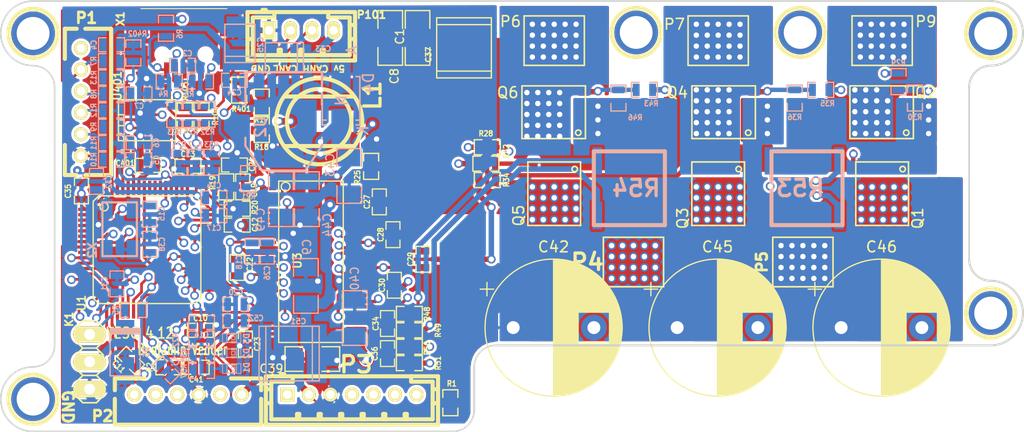
<source format=kicad_pcb>
(kicad_pcb (version 20171130) (host pcbnew "(5.0.0-3-g5ebb6b6)")
  (title_block (title "BLDC Driver 4.6") (date "30 Aug 2014") (rev A) (company "Benjamin Vedder"))
  (layers (0 F.Cu signal) (1 GND signal) (2 GND2 signal) (31 B.Cu signal) (34 B.Paste user) (35 F.Paste user) (36 B.SilkS user) (37 F.SilkS user) (38 B.Mask user) (39 F.Mask user) (44 Edge.Cuts user))
  (net 0 "")
  (net 1 +5V)
  (net 2 GND)
  (net 3 NRST)
  (net 4 "Net-(C15-Pad1)")
  (net 5 "Net-(C16-Pad1)")
  (net 6 "Net-(C17-Pad1)")
  (net 7 "Net-(C18-Pad1)")
  (net 8 "Net-(C19-Pad2)")
  (net 9 "Net-(C20-Pad2)")
  (net 10 "Net-(C21-Pad2)")
  (net 11 "Net-(C22-Pad1)")
  (net 12 "Net-(C22-Pad2)")
  (net 13 "Net-(C23-Pad2)")
  (net 14 "Net-(C27-Pad1)")
  (net 15 "Net-(C27-Pad2)")
  (net 16 "Net-(C28-Pad2)")
  (net 17 "Net-(C29-Pad2)")
  (net 18 "Net-(C30-Pad2)")
  (net 19 "Net-(C34-Pad1)")
  (net 20 "Net-(C34-Pad2)")
  (net 21 "Net-(C36-Pad1)")
  (net 22 "Net-(C36-Pad2)")
  (net 23 "Net-(C38-Pad1)")
  (net 24 "Net-(D1-Pad1)")
  (net 25 "Net-(D2-Pad1)")
  (net 26 "Net-(K1-Pad1)")
  (net 27 "Net-(Q1-PadG)")
  (net 28 "Net-(Q2-PadG)")
  (net 29 "Net-(Q3-PadG)")
  (net 30 "Net-(Q4-PadG)")
  (net 31 "Net-(Q5-PadG)")
  (net 32 "Net-(Q6-PadG)")
  (net 33 "Net-(R17-Pad2)")
  (net 34 "Net-(R20-Pad1)")
  (net 35 "Net-(R21-Pad2)")
  (net 36 "Net-(R25-Pad2)")
  (net 37 "Net-(R6-Pad1)")
  (net 38 SWCLK)
  (net 39 SWDIO)
  (net 40 VCC)
  (net 41 V_SUPPLY)
  (net 42 /MCU/AN_IN)
  (net 43 /MCU/SERVO)
  (net 44 "/Mosfet driver/H1_VS")
  (net 45 "/Mosfet driver/H2_VS")
  (net 46 "/Mosfet driver/H3_VS")
  (net 47 "/Mosfet driver/H1_LOW")
  (net 48 "/Mosfet driver/H3_LOW")
  (net 49 /MCU/SENS1)
  (net 50 /MCU/SENS2)
  (net 51 "/Mosfet driver/M_H1")
  (net 52 "/Mosfet driver/M_L1")
  (net 53 /MCU/SENS3)
  (net 54 "/Mosfet driver/M_H2")
  (net 55 "/Mosfet driver/M_L2")
  (net 56 "/Mosfet driver/M_H3")
  (net 57 "/Mosfet driver/M_L3")
  (net 58 "/Mosfet driver/SH1_A")
  (net 59 "/Mosfet driver/SH1_B")
  (net 60 "/Mosfet driver/SH2_A")
  (net 61 "/Mosfet driver/SH2_B")
  (net 62 /MCU/BR_SO2)
  (net 63 /MCU/BR_SO1)
  (net 64 /MCU/DC_CAL)
  (net 65 /MCU/L3)
  (net 66 /MCU/L2)
  (net 67 /MCU/L1)
  (net 68 /MCU/EN_GATE)
  (net 69 /MCU/FAULT)
  (net 70 /MCU/H3)
  (net 71 /MCU/H2)
  (net 72 /MCU/H1)
  (net 73 /MCU/USB_DM)
  (net 74 /MCU/USB_DP)
  (net 75 /Filters/TEMP_IN)
  (net 76 /Filters/HALL3_OUT)
  (net 77 /Filters/HALL2_OUT)
  (net 78 /Filters/HALL1_OUT)
  (net 79 "Net-(D3-Pad1)")
  (net 80 /Filters/HALL1_IN)
  (net 81 /Filters/HALL2_IN)
  (net 82 /Filters/HALL3_IN)
  (net 83 "/CAN bus transceiver/CANL")
  (net 84 "/CAN bus transceiver/CANH")
  (net 85 /MCU/LED_GREEN)
  (net 86 /MCU/LED_RED)
  (net 87 "Net-(R103-Pad2)")
  (net 88 "Net-(R104-Pad2)")
  (net 89 "Net-(R402-Pad1)")
  (net 90 "/CAN bus transceiver/CAN_RX")
  (net 91 "/CAN bus transceiver/CAN_TX")
  (net 92 /MCU/ADC_TEMP)
  (net 93 "Net-(P2-Pad6)")
  (net 94 "Net-(U1-Pad4)")
  (net 95 "Net-(U1-Pad2)")
  (net 96 "Net-(U1-Pad3)")
  (net 97 "Net-(U1-Pad39)")
  (net 98 "Net-(U1-Pad40)")
  (net 99 "Net-(U1-Pad50)")
  (net 100 "Net-(U1-Pad54)")
  (net 101 "Net-(U1-Pad55)")
  (net 102 "Net-(U1-Pad56)")
  (net 103 "Net-(U1-Pad9)")
  (net 104 "Net-(U1-Pad11)")
  (net 105 "Net-(U1-Pad28)")
  (net 106 "Net-(U3-Pad4)")
  (net 107 "Net-(U3-Pad5)")
  (net 108 "Net-(U3-Pad55)")
  (net 109 "Net-(U3-Pad56)")
  (net 110 "Net-(U401-Pad5)")
  (net 111 "Net-(X1-Pad4)")
  (net 112 /SCK_ADC_EXT)
  (net 113 /TX_SDA)
  (net 114 /RX_SCL_MOSI)
  (net 115 /MISO_RX_SCL)
  (module Connect:1pin (layer F.Cu) (at 59.055 -37.084 270)
    (fp_text reference 1PIN hide)
    (fp_text value P*** hide)
    (pad 1 thru_hole circle (at 0 0 270) (size 4.064 4.064) (drill 3.048) (layers *.Cu *.Mask))
  )
  (module Connect:1pin (layer F.Cu) (at 74.295 -37.084 270)
    (fp_text reference 1PIN hide)
    (fp_text value P*** hide)
    (pad 1 thru_hole circle (at 0 0 270) (size 4.064 4.064) (drill 3.048) (layers *.Cu *.Mask))
  )
  (module Connect:1pin (layer F.Cu) (at 92 -11 270)
    (fp_text reference 1PIN hide)
    (fp_text value P*** hide)
    (pad 1 thru_hole circle (at 0 0 270) (size 4.064 4.064) (drill 3.048) (layers *.Cu *.Mask))
  )
  (module Connect:1pin (layer F.Cu) (at 92 -37 270)
    (fp_text reference 1PIN hide)
    (fp_text value P*** hide)
    (pad 1 thru_hole circle (at 0 0 270) (size 4.064 4.064) (drill 3.048) (layers *.Cu *.Mask))
  )
  (module Capacitor_THT:CP_Radial_D12.5mm_P7.50mm (layer F.Cu) (at 78.105 -9.652)
    (fp_text reference C46 (at 3.75 -7.5) (layer F.SilkS))
    (fp_text value "220uF, 100V")
    (pad 1 thru_hole rect (at 0 0) (size 2.4 2.4) (drill 1.2) (layers *.Cu *.Mask) (net 2 GND))
    (pad 2 thru_hole circle (at 7.5 0) (size 2.4 2.4) (drill 1.2) (layers *.Cu *.Mask) (net 41 V_SUPPLY))
  )
  (module CRF1:SMD-0603_r (layer F.Cu) (at 45.212 -23.368 180)
    (fp_text reference R34 (at -1.778 0 -90) (layer F.SilkS) (effects (font (size 0.50038 0.4572) (thickness 0.1143))))
    (fp_text value 4R7 hide)
    (pad 2 smd rect (at 0.762 0 180) (size 0.635 1.143) (layers F.Cu F.Paste F.Mask) (net 54 "/Mosfet driver/M_H2"))
    (pad 1 smd rect (at -0.762 0 180) (size 0.635 1.143) (layers F.Cu F.Paste F.Mask) (net 29 "Net-(Q3-PadG)"))
  )
  (module CRF1:SMD-0603_r (layer B.Cu) (at 84.963 -30.988 90)
    (fp_text reference R30 (at -1.778 0 -180) (layer B.SilkS) (effects (font (size 0.50038 0.4572) (thickness 0.1143)) (justify mirror)))
    (fp_text value 39k hide)
    (pad 2 smd rect (at 0.762 0 90) (size 0.635 1.143) (layers B.Cu B.Paste B.Mask) (net 28 "Net-(Q2-PadG)"))
    (pad 1 smd rect (at -0.762 0 90) (size 0.635 1.143) (layers B.Cu B.Paste B.Mask) (net 47 "/Mosfet driver/H1_LOW"))
  )
  (module CRF1:SMD-0603_r (layer F.Cu) (at 45.212 -26.416 180)
    (fp_text reference R28 (at 0.127 1.27) (layer F.SilkS) (effects (font (size 0.50038 0.4572) (thickness 0.1143))))
    (fp_text value 4R7 hide)
    (pad 2 smd rect (at 0.762 0 180) (size 0.635 1.143) (layers F.Cu F.Paste F.Mask) (net 51 "/Mosfet driver/M_H1"))
    (pad 1 smd rect (at -0.762 0 180) (size 0.635 1.143) (layers F.Cu F.Paste F.Mask) (net 27 "Net-(Q1-PadG)"))
  )
  (module CRF1:SMD-0603_r (layer F.Cu) (at 45.085 -24.892 180)
    (fp_text reference R42 (at -1.905 1.143 -90) (layer F.SilkS) (effects (font (size 0.50038 0.4572) (thickness 0.1143))))
    (fp_text value 4R7 hide)
    (pad 2 smd rect (at 0.732884 0 180) (size 0.635 1.143) (layers F.Cu F.Paste F.Mask) (net 56 "/Mosfet driver/M_H3"))
    (pad 1 smd rect (at -0.889 0 180) (size 0.635 1.143) (layers F.Cu F.Paste F.Mask) (net 31 "Net-(Q5-PadG)"))
  )
  (module CRF1:SMD-0603_r (layer B.Cu) (at 57.404 -30.988 90)
    (fp_text reference R46 (at -1.807116 1.560707) (layer B.SilkS) (effects (font (size 0.50038 0.4572) (thickness 0.1143)) (justify mirror)))
    (fp_text value 39k hide)
    (pad 2 smd rect (at 0.762 0 90) (size 0.635 1.143) (layers B.Cu B.Paste B.Mask) (net 32 "Net-(Q6-PadG)"))
    (pad 1 smd rect (at -0.762 0 90) (size 0.635 1.143) (layers B.Cu B.Paste B.Mask) (net 48 "/Mosfet driver/H3_LOW"))
  )
  (module CRF1:SMD-0603_r (layer B.Cu) (at 59.817 -31.75)
    (fp_text reference R43 (at 0.635 1.27) (layer B.SilkS) (effects (font (size 0.50038 0.4572) (thickness 0.1143)) (justify mirror)))
    (fp_text value 4R7 hide)
    (pad 2 smd rect (at 0.762 0) (size 0.635 1.143) (layers B.Cu B.Paste B.Mask) (net 57 "/Mosfet driver/M_L3"))
    (pad 1 smd rect (at -0.762 0) (size 0.635 1.143) (layers B.Cu B.Paste B.Mask) (net 32 "Net-(Q6-PadG)"))
  )
  (module Capacitor_THT:CP_Radial_D12.5mm_P7.50mm (layer F.Cu) (at 62.865 -9.652)
    (fp_text reference C45 (at 3.75 -7.5) (layer F.SilkS))
    (fp_text value "220uF, 100V")
    (pad 2 thru_hole circle (at 7.5 0) (size 2.4 2.4) (drill 1.2) (layers *.Cu *.Mask) (net 41 V_SUPPLY))
    (pad 1 thru_hole rect (at 0 0) (size 2.4 2.4) (drill 1.2) (layers *.Cu *.Mask) (net 2 GND))
  )
  (module CRF1:DFN5 (layer F.Cu) (at 81.915 -22.098 180)
    (fp_text reference Q1 (at -3.302 -2.286 270) (layer F.SilkS))
    (fp_text value NTMFS5C628NL)
    (pad G smd rect (at 1.905 2.795 180) (size 0.75 1) (layers F.Cu F.Paste F.Mask) (net 27 "Net-(Q1-PadG)"))
    (pad S smd rect (at 0.635 2.795 180) (size 0.75 1) (layers F.Cu F.Paste F.Mask) (net 44 "/Mosfet driver/H1_VS"))
    (pad S smd rect (at -0.635 2.795 180) (size 0.75 1) (layers F.Cu F.Paste F.Mask) (net 44 "/Mosfet driver/H1_VS"))
    (pad S smd rect (at -1.905 2.795 180) (size 0.75 1) (layers F.Cu F.Paste F.Mask) (net 44 "/Mosfet driver/H1_VS"))
    (pad D smd rect (at 0 -0.935 180) (size 5.55 4.53) (layers F.Cu F.Paste F.Mask) (net 41 V_SUPPLY))
  )
  (module CRF1:1PAD_4x5mm (layer F.Cu) (at 66.675 -36.322 90)
    (fp_text reference P7 (at 1.524 -4.064 180) (layer F.SilkS))
    (fp_text value MOTOR2 hide)
    (pad 1 smd rect (at 0 0 90) (size 4 5) (layers F.Cu F.Paste F.Mask) (net 45 "/Mosfet driver/H2_VS"))
  )
  (module CRF1:1PAD_4x5mm (layer F.Cu) (at 81.915 -36.322 90)
    (fp_text reference P9 (at 1.778 4.064) (layer F.SilkS))
    (fp_text value MOTOR3 hide)
    (pad 1 smd rect (at 0 0 90) (size 4 5) (layers F.Cu F.Paste F.Mask) (net 44 "/Mosfet driver/H1_VS"))
  )
  (module CRF1:1PAD_4x5mm (layer F.Cu) (at 51.435 -36.322 90)
    (fp_text reference P6 (at 1.778 -4.064) (layer F.SilkS))
    (fp_text value MOTOR1 hide)
    (pad 1 smd rect (at 0 0 90) (size 4 5) (layers F.Cu F.Paste F.Mask) (net 46 "/Mosfet driver/H3_VS"))
  )
  (module CRF1:DFN5 (layer F.Cu) (at 81.8675 -29.67 90)
    (fp_text reference Q2 (at 1.826 4.1115 180) (layer F.SilkS))
    (fp_text value NTMFS5C628NL)
    (pad D smd rect (at 0 -0.935 90) (size 5.55 4.53) (layers F.Cu F.Paste F.Mask) (net 44 "/Mosfet driver/H1_VS"))
    (pad S smd rect (at -1.905 2.795 90) (size 0.75 1) (layers F.Cu F.Paste F.Mask) (net 47 "/Mosfet driver/H1_LOW"))
    (pad S smd rect (at -0.635 2.795 90) (size 0.75 1) (layers F.Cu F.Paste F.Mask) (net 47 "/Mosfet driver/H1_LOW"))
    (pad S smd rect (at 0.635 2.795 90) (size 0.75 1) (layers F.Cu F.Paste F.Mask) (net 47 "/Mosfet driver/H1_LOW"))
    (pad G smd rect (at 1.905 2.795 90) (size 0.75 1) (layers F.Cu F.Paste F.Mask) (net 28 "Net-(Q2-PadG)"))
  )
  (module CRF1:DFN5 (layer F.Cu) (at 66.675 -22.098 180)
    (fp_text reference Q3 (at 3.302 -2.286 270) (layer F.SilkS))
    (fp_text value NTMFS5C628NL)
    (pad D smd rect (at 0 -0.935 180) (size 5.55 4.53) (layers F.Cu F.Paste F.Mask) (net 41 V_SUPPLY))
    (pad S smd rect (at -1.905 2.795 180) (size 0.75 1) (layers F.Cu F.Paste F.Mask) (net 45 "/Mosfet driver/H2_VS"))
    (pad S smd rect (at -0.635 2.795 180) (size 0.75 1) (layers F.Cu F.Paste F.Mask) (net 45 "/Mosfet driver/H2_VS"))
    (pad S smd rect (at 0.635 2.795 180) (size 0.75 1) (layers F.Cu F.Paste F.Mask) (net 45 "/Mosfet driver/H2_VS"))
    (pad G smd rect (at 1.905 2.795 180) (size 0.75 1) (layers F.Cu F.Paste F.Mask) (net 29 "Net-(Q3-PadG)"))
  )
  (module CRF1:SMD-0603_r (layer B.Cu) (at 83.439 -32.512 90)
    (fp_text reference R29 (at 1.778 0 180) (layer B.SilkS) (effects (font (size 0.50038 0.4572) (thickness 0.1143)) (justify mirror)))
    (fp_text value 4R7 hide)
    (pad 2 smd rect (at 0.762 0 90) (size 0.635 1.143) (layers B.Cu B.Paste B.Mask) (net 52 "/Mosfet driver/M_L1"))
    (pad 1 smd rect (at -0.762 0 90) (size 0.635 1.143) (layers B.Cu B.Paste B.Mask) (net 28 "Net-(Q2-PadG)"))
  )
  (module CRF1:SMD-0603_r (layer B.Cu) (at 76.2 -31.75)
    (fp_text reference R35 (at 0.635 1.27) (layer B.SilkS) (effects (font (size 0.50038 0.4572) (thickness 0.1143)) (justify mirror)))
    (fp_text value 4R7 hide)
    (pad 2 smd rect (at 0.762 0) (size 0.635 1.143) (layers B.Cu B.Paste B.Mask) (net 55 "/Mosfet driver/M_L2"))
    (pad 1 smd rect (at -0.762 0) (size 0.635 1.143) (layers B.Cu B.Paste B.Mask) (net 30 "Net-(Q4-PadG)"))
  )
  (module Capacitor_THT:CP_Radial_D12.5mm_P7.50mm (layer F.Cu) (at 47.625 -9.652)
    (fp_text reference C42 (at 3.75 -7.5) (layer F.SilkS))
    (fp_text value "220uF, 100V")
    (pad 2 thru_hole circle (at 7.5 0) (size 2.4 2.4) (drill 1.2) (layers *.Cu *.Mask) (net 41 V_SUPPLY))
    (pad 1 thru_hole rect (at 0 0) (size 2.4 2.4) (drill 1.2) (layers *.Cu *.Mask) (net 2 GND))
  )
  (module CRF1:DFN5 (layer F.Cu) (at 51.3875 -29.67 90)
    (fp_text reference Q6 (at 1.826 -4.2705 180) (layer F.SilkS))
    (fp_text value NTMFS5C628NL)
    (pad G smd rect (at 1.905 2.795 90) (size 0.75 1) (layers F.Cu F.Paste F.Mask) (net 32 "Net-(Q6-PadG)"))
    (pad S smd rect (at 0.635 2.795 90) (size 0.75 1) (layers F.Cu F.Paste F.Mask) (net 48 "/Mosfet driver/H3_LOW"))
    (pad S smd rect (at -0.635 2.795 90) (size 0.75 1) (layers F.Cu F.Paste F.Mask) (net 48 "/Mosfet driver/H3_LOW"))
    (pad S smd rect (at -1.905 2.795 90) (size 0.75 1) (layers F.Cu F.Paste F.Mask) (net 48 "/Mosfet driver/H3_LOW"))
    (pad D smd rect (at 0 -0.935 90) (size 5.55 4.53) (layers F.Cu F.Paste F.Mask) (net 46 "/Mosfet driver/H3_VS"))
  )
  (module CRF1:DFN5 (layer F.Cu) (at 67.183 -29.67 90)
    (fp_text reference Q4 (at 1.826 -4.318 180) (layer F.SilkS))
    (fp_text value NTMFS5C628NL)
    (pad G smd rect (at 1.905 2.795 90) (size 0.75 1) (layers F.Cu F.Paste F.Mask) (net 30 "Net-(Q4-PadG)"))
    (pad S smd rect (at 0.635 2.795 90) (size 0.75 1) (layers F.Cu F.Paste F.Mask) (net 2 GND))
    (pad S smd rect (at -0.635 2.795 90) (size 0.75 1) (layers F.Cu F.Paste F.Mask) (net 2 GND))
    (pad S smd rect (at -1.905 2.795 90) (size 0.75 1) (layers F.Cu F.Paste F.Mask) (net 2 GND))
    (pad D smd rect (at 0 -0.935 90) (size 5.55 4.53) (layers F.Cu F.Paste F.Mask) (net 45 "/Mosfet driver/H2_VS"))
  )
  (module CRF1:DFN5 (layer F.Cu) (at 51.435 -22.098 180)
    (fp_text reference Q5 (at 3.302 -2.032 270) (layer F.SilkS))
    (fp_text value NTMFS5C628NL)
    (pad D smd rect (at 0 -0.935 180) (size 5.55 4.53) (layers F.Cu F.Paste F.Mask) (net 41 V_SUPPLY))
    (pad S smd rect (at -1.905 2.795 180) (size 0.75 1) (layers F.Cu F.Paste F.Mask) (net 46 "/Mosfet driver/H3_VS"))
    (pad S smd rect (at -0.635 2.795 180) (size 0.75 1) (layers F.Cu F.Paste F.Mask) (net 46 "/Mosfet driver/H3_VS"))
    (pad S smd rect (at 0.635 2.795 180) (size 0.75 1) (layers F.Cu F.Paste F.Mask) (net 46 "/Mosfet driver/H3_VS"))
    (pad G smd rect (at 1.905 2.795 180) (size 0.75 1) (layers F.Cu F.Paste F.Mask) (net 31 "Net-(Q5-PadG)"))
  )
  (module CRF1:WSLP2726 (layer B.Cu) (at 56.515 -22.606 270)
    (fp_text reference R54 (at 0 -2.54 180) (layer B.SilkS) (effects (font (size 1.524 1.524) (thickness 0.3048)) (justify mirror)))
    (fp_text value SHUNT hide)
    (pad 4 smd rect (at 2.54 1.0795 270) (size 2.54 0.889) (layers B.Cu B.Paste B.Mask) (net 59 "/Mosfet driver/SH1_B"))
    (pad 3 smd rect (at -2.54 1.0795 270) (size 2.54 0.889) (layers B.Cu B.Paste B.Mask) (net 58 "/Mosfet driver/SH1_A"))
    (pad 2 smd rect (at 2.54 -3.048 270) (size 2.54 5.588) (layers B.Cu B.Paste B.Mask) (net 2 GND))
    (pad 1 smd rect (at -2.54 -3.048 270) (size 2.54 5.588) (layers B.Cu B.Paste B.Mask) (net 48 "/Mosfet driver/H3_LOW"))
  )
  (module CRF1:WSLP2726 (layer B.Cu) (at 76.835 -22.606 90)
    (fp_text reference R53 (at 0 -2.54) (layer B.SilkS) (effects (font (size 1.524 1.524) (thickness 0.3048)) (justify mirror)))
    (fp_text value SHUNT hide)
    (pad 4 smd rect (at 2.54 1.0795 90) (size 2.54 0.889) (layers B.Cu B.Paste B.Mask) (net 60 "/Mosfet driver/SH2_A"))
    (pad 3 smd rect (at -2.54 1.0795 90) (size 2.54 0.889) (layers B.Cu B.Paste B.Mask) (net 61 "/Mosfet driver/SH2_B"))
    (pad 2 smd rect (at 2.54 -3.048 90) (size 2.54 5.588) (layers B.Cu B.Paste B.Mask) (net 47 "/Mosfet driver/H1_LOW"))
    (pad 1 smd rect (at -2.54 -3.048 90) (size 2.54 5.588) (layers B.Cu B.Paste B.Mask) (net 2 GND))
  )
  (module CRF1:SMD-0603_r (layer B.Cu) (at 73.787 -30.988 90)
    (fp_text reference R36 (at -1.778 0) (layer B.SilkS) (effects (font (size 0.50038 0.4572) (thickness 0.1143)) (justify mirror)))
    (fp_text value 39k hide)
    (pad 2 smd rect (at 0.762 0 90) (size 0.635 1.143) (layers B.Cu B.Paste B.Mask) (net 30 "Net-(Q4-PadG)"))
    (pad 1 smd rect (at -0.762 0 90) (size 0.635 1.143) (layers B.Cu B.Paste B.Mask) (net 47 "/Mosfet driver/H1_LOW"))
  )
  (module Diodes_SMD:SMA_Handsoldering (layer B.Cu) (at 31.623 -30.734 90)
    (fp_text reference D4 (at 1.651 2.54 90) (layer B.SilkS) (effects (justify mirror)))
    (fp_text value DIODESCH)
    (fp_text user K (at -2.794 2.032 90) (layer B.SilkS) (effects (justify mirror)))
    (fp_text user A (at 4.699 1.016 90) (layer B.SilkS) (effects (justify mirror)))
    (pad 2 smd rect (at -2.49936 0 90) (size 3.50012 1.80086) (layers B.Cu B.Paste B.Mask) (net 14 "Net-(C27-Pad1)"))
    (pad 1 smd rect (at 2.49936 0 90) (size 3.50012 1.80086) (layers B.Cu B.Paste B.Mask) (net 2 GND))
  )
  (module CRF1:MICRO_JST_6 (layer F.Cu) (at 7.453 -30.629 270)
    (fp_text reference P1 (at -7.8 -0.5) (layer F.SilkS) (effects (font (thickness 0.25))))
    (fp_text value HALL/Encoder hide)
    (pad 3 thru_hole circle (at -1.00076 0 270) (size 1.30048 1.30048) (drill 0.8) (layers *.Cu *.Mask F.SilkS) (net 80 /Filters/HALL1_IN))
    (pad 4 thru_hole circle (at 1.00076 0 270) (size 1.30048 1.30048) (drill 0.8) (layers *.Cu *.Mask F.SilkS) (net 81 /Filters/HALL2_IN))
    (pad 5 thru_hole circle (at 2.99974 0 270) (size 1.30048 1.30048) (drill 0.8) (layers *.Cu *.Mask F.SilkS) (net 82 /Filters/HALL3_IN))
    (pad 6 thru_hole circle (at 5.00126 0 270) (size 1.30048 1.30048) (drill 0.8) (layers *.Cu *.Mask F.SilkS) (net 2 GND))
    (pad 2 thru_hole circle (at -2.99974 0 270) (size 1.30048 1.30048) (drill 0.8) (layers *.Cu *.Mask F.SilkS) (net 75 /Filters/TEMP_IN))
    (pad 1 thru_hole circle (at -5.00126 0 270) (size 1.30048 1.30048) (drill 0.8) (layers *.Cu *.Mask F.SilkS) (net 1 +5V))
  )
  (module "JST conn:b4b-ph-kl" (layer F.Cu) (at 27.927 -37.279)
    (fp_text reference P101 (at 6.526 -1.45) (layer F.SilkS) (effects (font (size 0.7 0.7) (thickness 0.175))))
    (fp_text value CANBUS hide)
    (pad 1 thru_hole rect (at -3.00228 0) (size 1.19888 1.69926) (drill 0.8) (layers *.Cu *.Mask F.SilkS) (net 2 GND))
    (pad 3 thru_hole oval (at 1.00076 0) (size 1.19888 1.69926) (drill 0.8) (layers *.Cu *.Mask F.SilkS) (net 84 "/CAN bus transceiver/CANH"))
    (pad 2 thru_hole oval (at -1.00076 0) (size 1.19888 1.69926) (drill 0.8) (layers *.Cu *.Mask F.SilkS) (net 83 "/CAN bus transceiver/CANL"))
    (pad 4 thru_hole oval (at 2.99974 0) (size 1.19888 1.69926) (drill 0.8) (layers *.Cu *.Mask F.SilkS) (net 1 +5V))
  )
  (module CRF1:MICRO_JST_6 (layer F.Cu) (at 17.399 -3.429 180)
    (fp_text reference P2 (at 7.946 -2) (layer F.SilkS) (effects (font (thickness 0.25))))
    (fp_text value SWD hide)
    (pad 3 thru_hole circle (at -1.00076 0 180) (size 1.30048 1.30048) (drill 0.8) (layers *.Cu *.Mask F.SilkS) (net 2 GND))
    (pad 4 thru_hole circle (at 1.00076 0 180) (size 1.30048 1.30048) (drill 0.8) (layers *.Cu *.Mask F.SilkS) (net 39 SWDIO))
    (pad 5 thru_hole circle (at 2.99974 0 180) (size 1.30048 1.30048) (drill 0.8) (layers *.Cu *.Mask F.SilkS) (net 3 NRST))
    (pad 6 thru_hole circle (at 5.00126 0 180) (size 1.30048 1.30048) (drill 0.8) (layers *.Cu *.Mask F.SilkS) (net 93 "Net-(P2-Pad6)"))
    (pad 2 thru_hole circle (at -2.99974 0 180) (size 1.30048 1.30048) (drill 0.8) (layers *.Cu *.Mask F.SilkS) (net 38 SWCLK))
    (pad 1 thru_hole circle (at -5.00126 0 180) (size 1.30048 1.30048) (drill 0.8) (layers *.Cu *.Mask F.SilkS) (net 40 VCC))
  )
  (module w_smd_diode:do214ac (layer B.Cu) (at 11.557 -7.366 90)
    (fp_text reference D5 (at 0 1.9685 90) (layer B.SilkS) (effects (font (size 0.50038 0.50038) (thickness 0.11938)) (justify mirror)))
    (fp_text value "TVS 5V" hide)
    (pad 2 smd rect (at 1.72974 0 90) (size 2.54 1.69926) (layers B.Cu B.Paste B.Mask) (net 1 +5V))
    (pad 1 smd rect (at -1.72974 0 90) (size 2.54 1.69926) (layers B.Cu B.Paste B.Mask) (net 2 GND))
  )
  (module CRF1:Crystal_5x3mm (layer B.Cu) (at 11.049 -18.796 270)
    (fp_text reference X2 (at 1.967 2.546 270) (layer B.SilkS) (effects (font (size 0.762 0.762) (thickness 0.1905)) (justify mirror)))
    (fp_text value "8MHz 10ppm" hide)
    (pad 3 smd rect (at -1.89992 1.24968 270) (size 1.80086 1.19888) (layers B.Cu B.Paste B.Mask) (net 2 GND))
    (pad 1 smd rect (at -1.89992 -1.24968 270) (size 1.80086 1.19888) (layers B.Cu B.Paste B.Mask) (net 4 "Net-(C15-Pad1)"))
    (pad 3 smd rect (at 1.89992 -1.24968 270) (size 1.80086 1.19888) (layers B.Cu B.Paste B.Mask) (net 2 GND))
    (pad 2 smd rect (at 1.89992 1.24968 270) (size 1.80086 1.19888) (layers B.Cu B.Paste B.Mask) (net 23 "Net-(C38-Pad1)"))
  )
  (module CRF1:pinhead-1X03 (layer F.Cu) (at 8.255 -6.477 270)
    (fp_text reference K1 (at -3.937 1.905 270) (layer F.SilkS) (effects (font (size 0.7 0.7) (thickness 0.175))))
    (fp_text value SERVO hide)
    (pad 1 thru_hole oval (at -2.54 0 270) (size 1.524 3.048) (drill 1.016) (layers *.Cu *.Mask F.SilkS) (net 26 "Net-(K1-Pad1)"))
    (pad 2 thru_hole oval (at 0 0 270) (size 1.524 3.048) (drill 1.016) (layers *.Cu *.Mask F.SilkS) (net 1 +5V))
    (pad 3 thru_hole oval (at 2.54 0 270) (size 1.524 3.048) (drill 1.016) (layers *.Cu *.Mask F.SilkS) (net 2 GND))
  )
  (module w_smd_cap:c_tant_B (layer B.Cu) (at 22.225 -36.068 270)
    (fp_text reference C25 (at 0.127 -1.905 270) (layer B.SilkS) (effects (font (size 0.50038 0.50038) (thickness 0.11938)) (justify mirror)))
    (fp_text value 100u hide)
    (pad 1 smd rect (at 1.524 0 270) (size 1.95072 2.49936) (layers B.Cu B.Paste B.Mask) (net 40 VCC))
    (pad 2 smd rect (at -1.524 0 270) (size 1.95072 2.49936) (layers B.Cu B.Paste B.Mask) (net 2 GND))
  )
  (module w_smd_cap:c_tant_B (layer B.Cu) (at 26.353 -34.729)
    (fp_text reference C33 (at 3.619 -0.831) (layer B.SilkS) (effects (font (size 0.50038 0.50038) (thickness 0.11938)) (justify mirror)))
    (fp_text value 100u hide)
    (pad 1 smd rect (at 1.524 0) (size 1.95072 2.49936) (layers B.Cu B.Paste B.Mask) (net 1 +5V))
    (pad 2 smd rect (at -1.524 0) (size 1.95072 2.49936) (layers B.Cu B.Paste B.Mask) (net 2 GND))
  )
  (module w_smd_cap:c_2220 (layer F.Cu) (at 43.053 -35.65144 90)
    (fp_text reference C37 (at -0.635 -3.302 90) (layer F.SilkS) (effects (font (size 0.50038 0.50038) (thickness 0.11938))))
    (fp_text value 15u,100V hide)
    (pad 1 smd rect (at 2.57556 0 90) (size 1.84912 5.4991) (layers F.Cu F.Paste F.Mask) (net 2 GND))
    (pad 2 smd rect (at -2.57556 0 90) (size 1.84912 5.4991) (layers F.Cu F.Paste F.Mask) (net 41 V_SUPPLY))
  )
  (module w_smd_cap:c_2220 (layer B.Cu) (at 26.797 -7.239 180)
    (fp_text reference C51 (at -0.856 2.99 180) (layer B.SilkS) (effects (font (size 0.50038 0.50038) (thickness 0.11938)) (justify mirror)))
    (fp_text value "15u, 100v" hide)
    (pad 1 smd rect (at 2.57556 0 180) (size 1.84912 5.4991) (layers B.Cu B.Paste B.Mask) (net 2 GND))
    (pad 2 smd rect (at -2.57556 0 180) (size 1.84912 5.4991) (layers B.Cu B.Paste B.Mask) (net 41 V_SUPPLY))
  )
  (module LEDs:LED-0603 (layer B.Cu) (at 21.463 -5.842)
    (fp_text reference D1 (at 1.39 -0.087 90) (layer B.SilkS) (effects (font (size 0.508 0.508) (thickness 0.127)) (justify mirror)))
    (fp_text value GREEN hide)
    (pad 1 smd rect (at -0.7493 0) (size 0.79756 0.79756) (layers B.Cu B.Paste B.Mask) (net 24 "Net-(D1-Pad1)"))
    (pad 2 smd rect (at 0.7493 0) (size 0.79756 0.79756) (layers B.Cu B.Paste B.Mask) (net 2 GND))
  )
  (module LEDs:LED-0603 (layer B.Cu) (at 21.453 -7.279)
    (fp_text reference D2 (at 1.39 0.037 90) (layer B.SilkS) (effects (font (size 0.508 0.508) (thickness 0.127)) (justify mirror)))
    (fp_text value RED hide)
    (pad 1 smd rect (at -0.7493 0) (size 0.79756 0.79756) (layers B.Cu B.Paste B.Mask) (net 25 "Net-(D2-Pad1)"))
    (pad 2 smd rect (at 0.7493 0) (size 0.79756 0.79756) (layers B.Cu B.Paste B.Mask) (net 2 GND))
  )
  (module LEDs:LED-0603 (layer B.Cu) (at 21.453 -8.679)
    (fp_text reference D3 (at 1.4 0.05 90) (layer B.SilkS) (effects (font (size 0.508 0.508) (thickness 0.127)) (justify mirror)))
    (fp_text value LED hide)
    (pad 1 smd rect (at -0.7493 0) (size 0.79756 0.79756) (layers B.Cu B.Paste B.Mask) (net 79 "Net-(D3-Pad1)"))
    (pad 2 smd rect (at 0.7493 0) (size 0.79756 0.79756) (layers B.Cu B.Paste B.Mask) (net 2 GND))
  )
  (module w_smd_inductors:inductor_smd_8x5mm (layer F.Cu) (at 29.591 -28.829 90)
    (fp_text reference L1 (at 2.4 4.962 90) (layer F.SilkS) (effects (font (size 1.524 1.524) (thickness 0.3048))))
    (fp_text value 22u hide)
    (pad 1 smd rect (at -2.49936 0 90) (size 2.9972 7.49808) (layers F.Cu F.Paste F.Mask) (net 14 "Net-(C27-Pad1)"))
    (pad 2 smd rect (at 2.49936 0 90) (size 2.9972 7.49808) (layers F.Cu F.Paste F.Mask) (net 1 +5V))
  )
  (module CRF1:1PAD_4x5mm (layer F.Cu) (at 74.549 -15.748 90)
    (fp_text reference P5 (at 0 -3.81 270) (layer F.SilkS) (effects (font (thickness 0.25))))
    (fp_text value IN- hide)
    (pad 1 smd rect (at 0 0 90) (size 4 5) (layers F.Cu F.Paste F.Mask) (net 2 GND))
  )
  (module CRF1:lqfp64_pad_mod (layer F.Cu) (at 13.589 -16.891 270)
    (fp_text reference U1 (at 4.953 6.096 270) (layer F.SilkS) (effects (font (size 0.7493 0.7493) (thickness 0.14986))))
    (fp_text value STM32F40X_LQFP64 hide)
    (pad 4 smd rect (at -2.25044 5.75056 270) (size 0.3 1.30048) (layers F.Cu F.Paste F.Mask) (net 94 "Net-(U1-Pad4)"))
    (pad 5 smd rect (at -1.75006 5.75056 270) (size 0.3 1.30048) (layers F.Cu F.Paste F.Mask) (net 4 "Net-(C15-Pad1)"))
    (pad 6 smd rect (at -1.24968 5.75056 270) (size 0.3 1.30048) (layers F.Cu F.Paste F.Mask) (net 23 "Net-(C38-Pad1)"))
    (pad 7 smd rect (at -0.7493 5.75056 270) (size 0.3 1.30048) (layers F.Cu F.Paste F.Mask) (net 3 NRST))
    (pad 8 smd rect (at -0.24892 5.75056 270) (size 0.3 1.30048) (layers F.Cu F.Paste F.Mask) (net 75 /Filters/TEMP_IN))
    (pad 1 smd rect (at -3.74904 5.75056 270) (size 0.3 1.30048) (layers F.Cu F.Paste F.Mask) (net 40 VCC))
    (pad 2 smd rect (at -3.2512 5.75056 270) (size 0.3 1.30048) (layers F.Cu F.Paste F.Mask) (net 95 "Net-(U1-Pad2)"))
    (pad 3 smd rect (at -2.75082 5.75056 270) (size 0.3 1.30048) (layers F.Cu F.Paste F.Mask) (net 96 "Net-(U1-Pad3)"))
    (pad 17 smd rect (at 5.75056 3.74904 270) (size 1.30048 0.3) (layers F.Cu F.Paste F.Mask) (net 92 /MCU/ADC_TEMP))
    (pad 18 smd rect (at 5.75056 3.2512 270) (size 1.30048 0.3) (layers F.Cu F.Paste F.Mask) (net 2 GND))
    (pad 19 smd rect (at 5.75056 2.75082 270) (size 1.30048 0.3) (layers F.Cu F.Paste F.Mask) (net 40 VCC))
    (pad 20 smd rect (at 5.75056 2.25044 270) (size 1.30048 0.3) (layers F.Cu F.Paste F.Mask) (net 113 /TX_SDA))
    (pad 21 smd rect (at 5.75056 1.75006 270) (size 1.30048 0.3) (layers F.Cu F.Paste F.Mask) (net 112 /SCK_ADC_EXT))
    (pad 22 smd rect (at 5.75056 1.24968 270) (size 1.30048 0.3) (layers F.Cu F.Paste F.Mask) (net 115 /MISO_RX_SCL))
    (pad 23 smd rect (at 5.75056 0.7493 270) (size 1.30048 0.3) (layers F.Cu F.Paste F.Mask) (net 114 /RX_SCL_MOSI))
    (pad 24 smd rect (at 5.75056 0.24892 270) (size 1.30048 0.3) (layers F.Cu F.Paste F.Mask) (net 85 /MCU/LED_GREEN))
    (pad 33 smd rect (at 3.74904 -5.75056 270) (size 0.3 1.30048) (layers F.Cu F.Paste F.Mask) (net 64 /MCU/DC_CAL))
    (pad 34 smd rect (at 3.2512 -5.75056 270) (size 0.3 1.30048) (layers F.Cu F.Paste F.Mask) (net 65 /MCU/L3))
    (pad 35 smd rect (at 2.75082 -5.75056 270) (size 0.3 1.30048) (layers F.Cu F.Paste F.Mask) (net 66 /MCU/L2))
    (pad 36 smd rect (at 2.25044 -5.75056 270) (size 0.3 1.30048) (layers F.Cu F.Paste F.Mask) (net 67 /MCU/L1))
    (pad 37 smd rect (at 1.75006 -5.75056 270) (size 0.3 1.30048) (layers F.Cu F.Paste F.Mask) (net 113 /TX_SDA))
    (pad 38 smd rect (at 1.24968 -5.75056 270) (size 0.3 1.30048) (layers F.Cu F.Paste F.Mask) (net 114 /RX_SCL_MOSI))
    (pad 39 smd rect (at 0.7493 -5.75056 270) (size 0.3 1.30048) (layers F.Cu F.Paste F.Mask) (net 97 "Net-(U1-Pad39)"))
    (pad 40 smd rect (at 0.24892 -5.75056 270) (size 0.3 1.30048) (layers F.Cu F.Paste F.Mask) (net 98 "Net-(U1-Pad40)"))
    (pad 49 smd rect (at -5.75056 -3.74904 270) (size 1.30048 0.3) (layers F.Cu F.Paste F.Mask) (net 38 SWCLK))
    (pad 50 smd rect (at -5.75056 -3.2512 270) (size 1.30048 0.3) (layers F.Cu F.Paste F.Mask) (net 99 "Net-(U1-Pad50)"))
    (pad 51 smd rect (at -5.75056 -2.75082 270) (size 1.30048 0.3) (layers F.Cu F.Paste F.Mask) (net 68 /MCU/EN_GATE))
    (pad 52 smd rect (at -5.75056 -2.25044 270) (size 1.30048 0.3) (layers F.Cu F.Paste F.Mask) (net 76 /Filters/HALL3_OUT))
    (pad 53 smd rect (at -5.75056 -1.75006 270) (size 1.30048 0.3) (layers F.Cu F.Paste F.Mask) (net 69 /MCU/FAULT))
    (pad 54 smd rect (at -5.75056 -1.24968 270) (size 1.30048 0.3) (layers F.Cu F.Paste F.Mask) (net 100 "Net-(U1-Pad54)"))
    (pad 55 smd rect (at -5.75056 -0.7493 270) (size 1.30048 0.3) (layers F.Cu F.Paste F.Mask) (net 101 "Net-(U1-Pad55)"))
    (pad 56 smd rect (at -5.75056 -0.24892 270) (size 1.30048 0.3) (layers F.Cu F.Paste F.Mask) (net 102 "Net-(U1-Pad56)"))
    (pad 9 smd rect (at 0.24892 5.75056 270) (size 0.3 1.30048) (layers F.Cu F.Paste F.Mask) (net 103 "Net-(U1-Pad9)"))
    (pad 10 smd rect (at 0.7493 5.75056 270) (size 0.3 1.30048) (layers F.Cu F.Paste F.Mask) (net 42 /MCU/AN_IN))
    (pad 11 smd rect (at 1.24968 5.75056 270) (size 0.3 1.30048) (layers F.Cu F.Paste F.Mask) (net 104 "Net-(U1-Pad11)"))
    (pad 25 smd rect (at 5.75056 -0.24892 270) (size 1.30048 0.3) (layers F.Cu F.Paste F.Mask) (net 86 /MCU/LED_RED))
    (pad 26 smd rect (at 5.75056 -0.7493 270) (size 1.30048 0.3) (layers F.Cu F.Paste F.Mask) (net 62 /MCU/BR_SO2))
    (pad 27 smd rect (at 5.75056 -1.24968 270) (size 1.30048 0.3) (layers F.Cu F.Paste F.Mask) (net 63 /MCU/BR_SO1))
    (pad 41 smd rect (at -0.24892 -5.75056 270) (size 0.3 1.30048) (layers F.Cu F.Paste F.Mask) (net 70 /MCU/H3))
    (pad 42 smd rect (at -0.7493 -5.75056 270) (size 0.3 1.30048) (layers F.Cu F.Paste F.Mask) (net 71 /MCU/H2))
    (pad 43 smd rect (at -1.24968 -5.75056 270) (size 0.3 1.30048) (layers F.Cu F.Paste F.Mask) (net 72 /MCU/H1))
    (pad 57 smd rect (at -5.75056 0.24892 270) (size 1.30048 0.3) (layers F.Cu F.Paste F.Mask) (net 43 /MCU/SERVO))
    (pad 58 smd rect (at -5.75056 0.7493 270) (size 1.30048 0.3) (layers F.Cu F.Paste F.Mask) (net 78 /Filters/HALL1_OUT))
    (pad 59 smd rect (at -5.75056 1.24968 270) (size 1.30048 0.3) (layers F.Cu F.Paste F.Mask) (net 77 /Filters/HALL2_OUT))
    (pad 12 smd rect (at 1.75006 5.75056 270) (size 0.3 1.30048) (layers F.Cu F.Paste F.Mask) (net 2 GND))
    (pad 13 smd rect (at 2.25044 5.75056 270) (size 0.3 1.30048) (layers F.Cu F.Paste F.Mask) (net 40 VCC))
    (pad 14 smd rect (at 2.75082 5.75056 270) (size 0.3 1.30048) (layers F.Cu F.Paste F.Mask) (net 53 /MCU/SENS3))
    (pad 15 smd rect (at 3.2512 5.75056 270) (size 0.3 1.30048) (layers F.Cu F.Paste F.Mask) (net 50 /MCU/SENS2))
    (pad 16 smd rect (at 3.74904 5.75056 270) (size 0.3 1.30048) (layers F.Cu F.Paste F.Mask) (net 49 /MCU/SENS1))
    (pad 28 smd rect (at 5.75056 -1.75006 270) (size 1.30048 0.3) (layers F.Cu F.Paste F.Mask) (net 105 "Net-(U1-Pad28)"))
    (pad 29 smd rect (at 5.75056 -2.25044 270) (size 1.30048 0.3) (layers F.Cu F.Paste F.Mask) (net 114 /RX_SCL_MOSI))
    (pad 30 smd rect (at 5.75056 -2.75082 270) (size 1.30048 0.3) (layers F.Cu F.Paste F.Mask) (net 113 /TX_SDA))
    (pad 31 smd rect (at 5.75056 -3.2512 270) (size 1.30048 0.3) (layers F.Cu F.Paste F.Mask) (net 5 "Net-(C16-Pad1)"))
    (pad 32 smd rect (at 5.75056 -3.74904 270) (size 1.30048 0.3) (layers F.Cu F.Paste F.Mask) (net 40 VCC))
    (pad 44 smd rect (at -1.75006 -5.75056 270) (size 0.3 1.30048) (layers F.Cu F.Paste F.Mask) (net 73 /MCU/USB_DM))
    (pad 45 smd rect (at -2.25044 -5.75056 270) (size 0.3 1.30048) (layers F.Cu F.Paste F.Mask) (net 74 /MCU/USB_DP))
    (pad 46 smd rect (at -2.75082 -5.75056 270) (size 0.3 1.30048) (layers F.Cu F.Paste F.Mask) (net 39 SWDIO))
    (pad 47 smd rect (at -3.2512 -5.75056 270) (size 0.3 1.30048) (layers F.Cu F.Paste F.Mask) (net 6 "Net-(C17-Pad1)"))
    (pad 48 smd rect (at -3.74904 -5.75056 270) (size 0.3 1.30048) (layers F.Cu F.Paste F.Mask) (net 40 VCC))
    (pad 60 smd rect (at -5.75056 1.75006 270) (size 1.30048 0.3) (layers F.Cu F.Paste F.Mask) (net 2 GND))
    (pad 61 smd rect (at -5.75056 2.25044 270) (size 1.30048 0.3) (layers F.Cu F.Paste F.Mask) (net 90 "/CAN bus transceiver/CAN_RX"))
    (pad 62 smd rect (at -5.75056 2.75082 270) (size 1.30048 0.3) (layers F.Cu F.Paste F.Mask) (net 91 "/CAN bus transceiver/CAN_TX"))
    (pad 63 smd rect (at -5.75056 3.2512 270) (size 1.30048 0.3) (layers F.Cu F.Paste F.Mask) (net 2 GND))
    (pad 64 smd rect (at -5.75056 3.74904 270) (size 1.30048 0.3) (layers F.Cu F.Paste F.Mask) (net 40 VCC))
  )
  (module CRF1:TSSOP-56-PP (layer F.Cu) (at 28.829 -15.875 270)
    (fp_text reference U3 (at 0 1.27 270) (layer F.SilkS) (effects (font (size 0.7493 0.7493) (thickness 0.14986))))
    (fp_text value DRV8302 hide)
    (pad 38 smd rect (at 2.30378 -4.0005 270) (size 0.29972 1.50114) (layers F.Cu F.Paste F.Mask) (net 18 "Net-(C30-Pad2)"))
    (pad 39 smd rect (at 1.8034 -4.0005 270) (size 0.29972 1.50114) (layers F.Cu F.Paste F.Mask) (net 2 GND))
    (pad 40 smd rect (at 1.30302 -4.0005 270) (size 0.29972 1.50114) (layers F.Cu F.Paste F.Mask) (net 55 "/Mosfet driver/M_L2"))
    (pad 41 smd rect (at 0.80264 -4.0005 270) (size 0.29972 1.50114) (layers F.Cu F.Paste F.Mask) (net 45 "/Mosfet driver/H2_VS"))
    (pad 42 smd rect (at 0.30226 -4.0005 270) (size 0.29972 1.50114) (layers F.Cu F.Paste F.Mask) (net 54 "/Mosfet driver/M_H2"))
    (pad 43 smd rect (at -0.19558 -4.0005 270) (size 0.29972 1.50114) (layers F.Cu F.Paste F.Mask) (net 17 "Net-(C29-Pad2)"))
    (pad 44 smd rect (at -0.69596 -4.0005 270) (size 0.29972 1.50114) (layers F.Cu F.Paste F.Mask) (net 47 "/Mosfet driver/H1_LOW"))
    (pad 45 smd rect (at -1.19634 -4.0005 270) (size 0.29972 1.50114) (layers F.Cu F.Paste F.Mask) (net 52 "/Mosfet driver/M_L1"))
    (pad 46 smd rect (at -1.69672 -4.0005 270) (size 0.29972 1.50114) (layers F.Cu F.Paste F.Mask) (net 44 "/Mosfet driver/H1_VS"))
    (pad 47 smd rect (at -2.1971 -4.0005 270) (size 0.29972 1.50114) (layers F.Cu F.Paste F.Mask) (net 51 "/Mosfet driver/M_H1"))
    (pad 48 smd rect (at -2.69748 -4.0005 270) (size 0.29972 1.50114) (layers F.Cu F.Paste F.Mask) (net 16 "Net-(C28-Pad2)"))
    (pad 29 smd rect (at 6.80212 -4.0005 270) (size 0.29972 1.50114) (layers F.Cu F.Paste F.Mask) (net 41 V_SUPPLY))
    (pad 30 smd rect (at 6.30428 -4.0005 270) (size 0.29972 1.50114) (layers F.Cu F.Paste F.Mask) (net 22 "Net-(C36-Pad2)"))
    (pad 31 smd rect (at 5.8039 -4.0005 270) (size 0.29972 1.50114) (layers F.Cu F.Paste F.Mask) (net 21 "Net-(C36-Pad1)"))
    (pad 17 smd rect (at 1.30302 4.0005 270) (size 0.29972 1.50114) (layers F.Cu F.Paste F.Mask) (net 72 /MCU/H1))
    (pad 33 smd rect (at 4.80314 -4.0005 270) (size 0.29972 1.50114) (layers F.Cu F.Paste F.Mask) (net 19 "Net-(C34-Pad1)"))
    (pad 34 smd rect (at 4.30276 -4.0005 270) (size 0.29972 1.50114) (layers F.Cu F.Paste F.Mask) (net 48 "/Mosfet driver/H3_LOW"))
    (pad 35 smd rect (at 3.80238 -4.0005 270) (size 0.29972 1.50114) (layers F.Cu F.Paste F.Mask) (net 57 "/Mosfet driver/M_L3"))
    (pad 36 smd rect (at 3.30454 -4.0005 270) (size 0.29972 1.50114) (layers F.Cu F.Paste F.Mask) (net 46 "/Mosfet driver/H3_VS"))
    (pad 37 smd rect (at 2.80416 -4.0005 270) (size 0.29972 1.50114) (layers F.Cu F.Paste F.Mask) (net 56 "/Mosfet driver/M_H3"))
    (pad 12 smd rect (at -1.19634 4.0005 270) (size 0.29972 1.50114) (layers F.Cu F.Paste F.Mask) (net 64 /MCU/DC_CAL))
    (pad 13 smd rect (at -0.69596 4.0005 270) (size 0.29972 1.50114) (layers F.Cu F.Paste F.Mask) (net 7 "Net-(C18-Pad1)"))
    (pad 14 smd rect (at -0.19558 4.0005 270) (size 0.29972 1.50114) (layers F.Cu F.Paste F.Mask) (net 11 "Net-(C22-Pad1)"))
    (pad 15 smd rect (at 0.30226 4.0005 270) (size 0.29972 1.50114) (layers F.Cu F.Paste F.Mask) (net 12 "Net-(C22-Pad2)"))
    (pad 16 smd rect (at 0.80264 4.0005 270) (size 0.29972 1.50114) (layers F.Cu F.Paste F.Mask) (net 68 /MCU/EN_GATE))
    (pad 32 smd rect (at 5.30352 -4.0005 270) (size 0.29972 1.50114) (layers F.Cu F.Paste F.Mask) (net 20 "Net-(C34-Pad2)"))
    (pad 18 smd rect (at 1.8034 4.0005 270) (size 0.29972 1.50114) (layers F.Cu F.Paste F.Mask) (net 67 /MCU/L1))
    (pad 19 smd rect (at 2.30378 4.0005 270) (size 0.29972 1.50114) (layers F.Cu F.Paste F.Mask) (net 71 /MCU/H2))
    (pad 20 smd rect (at 2.80416 4.0005 270) (size 0.29972 1.50114) (layers F.Cu F.Paste F.Mask) (net 66 /MCU/L2))
    (pad 21 smd rect (at 3.30454 4.0005 270) (size 0.29972 1.50114) (layers F.Cu F.Paste F.Mask) (net 70 /MCU/H3))
    (pad 22 smd rect (at 3.80238 4.0005 270) (size 0.29972 1.50114) (layers F.Cu F.Paste F.Mask) (net 65 /MCU/L3))
    (pad 23 smd rect (at 4.30276 4.0005 270) (size 0.29972 1.50114) (layers F.Cu F.Paste F.Mask) (net 9 "Net-(C20-Pad2)"))
    (pad 24 smd rect (at 4.80314 4.0005 270) (size 0.29972 1.50114) (layers F.Cu F.Paste F.Mask) (net 40 VCC))
    (pad 1 smd rect (at -6.69544 4.0005 270) (size 0.29972 1.50114) (layers F.Cu F.Paste F.Mask) (net 35 "Net-(R21-Pad2)"))
    (pad 2 smd rect (at -6.1976 4.0005 270) (size 0.29972 1.50114) (layers F.Cu F.Paste F.Mask) (net 8 "Net-(C19-Pad2)"))
    (pad 3 smd rect (at -5.69722 4.0005 270) (size 0.29972 1.50114) (layers F.Cu F.Paste F.Mask) (net 33 "Net-(R17-Pad2)"))
    (pad 4 smd rect (at -5.19684 4.0005 270) (size 0.29972 1.50114) (layers F.Cu F.Paste F.Mask) (net 106 "Net-(U3-Pad4)"))
    (pad 5 smd rect (at -4.69646 4.0005 270) (size 0.29972 1.50114) (layers F.Cu F.Paste F.Mask) (net 107 "Net-(U3-Pad5)"))
    (pad 6 smd rect (at -4.19608 4.0005 270) (size 0.29972 1.50114) (layers F.Cu F.Paste F.Mask) (net 69 /MCU/FAULT))
    (pad 7 smd rect (at -3.6957 4.0005 270) (size 0.29972 1.50114) (layers F.Cu F.Paste F.Mask) (net 34 "Net-(R20-Pad1)"))
    (pad 8 smd rect (at -3.19786 4.0005 270) (size 0.29972 1.50114) (layers F.Cu F.Paste F.Mask) (net 2 GND))
    (pad 9 smd rect (at -2.69748 4.0005 270) (size 0.29972 1.50114) (layers F.Cu F.Paste F.Mask) (net 40 VCC))
    (pad 10 smd rect (at -2.1971 4.0005 270) (size 0.29972 1.50114) (layers F.Cu F.Paste F.Mask) (net 2 GND))
    (pad 11 smd rect (at -1.69672 4.0005 270) (size 0.29972 1.50114) (layers F.Cu F.Paste F.Mask) (net 9 "Net-(C20-Pad2)"))
    (pad 25 smd rect (at 5.30352 4.0005 270) (size 0.29972 1.50114) (layers F.Cu F.Paste F.Mask) (net 63 /MCU/BR_SO1))
    (pad 26 smd rect (at 5.8039 4.0005 270) (size 0.29972 1.50114) (layers F.Cu F.Paste F.Mask) (net 62 /MCU/BR_SO2))
    (pad 27 smd rect (at 6.30428 4.0005 270) (size 0.29972 1.50114) (layers F.Cu F.Paste F.Mask) (net 13 "Net-(C23-Pad2)"))
    (pad 28 smd rect (at 6.80212 4.0005 270) (size 0.29972 1.50114) (layers F.Cu F.Paste F.Mask) (net 2 GND))
    (pad 49 smd rect (at -3.19786 -4.0005 270) (size 0.29972 1.50114) (layers F.Cu F.Paste F.Mask) (net 36 "Net-(R25-Pad2)"))
    (pad 50 smd rect (at -3.6957 -4.0005 270) (size 0.29972 1.50114) (layers F.Cu F.Paste F.Mask) (net 14 "Net-(C27-Pad1)"))
    (pad 51 smd rect (at -4.19608 -4.0005 270) (size 0.29972 1.50114) (layers F.Cu F.Paste F.Mask) (net 14 "Net-(C27-Pad1)"))
    (pad 52 smd rect (at -4.69646 -4.0005 270) (size 0.29972 1.50114) (layers F.Cu F.Paste F.Mask) (net 15 "Net-(C27-Pad2)"))
    (pad 53 smd rect (at -5.19684 -4.0005 270) (size 0.29972 1.50114) (layers F.Cu F.Paste F.Mask) (net 41 V_SUPPLY))
    (pad 54 smd rect (at -5.69722 -4.0005 270) (size 0.29972 1.50114) (layers F.Cu F.Paste F.Mask) (net 41 V_SUPPLY))
    (pad 55 smd rect (at -6.1976 -4.0005 270) (size 0.29972 1.50114) (layers F.Cu F.Paste F.Mask) (net 108 "Net-(U3-Pad55)"))
    (pad 56 smd rect (at -6.69544 -4.0005 270) (size 0.29972 1.50114) (layers F.Cu F.Paste F.Mask) (net 109 "Net-(U3-Pad56)"))
    (pad 57 smd rect (at 0 0 270) (size 7.00024 3.59918) (layers F.Cu F.Paste F.Mask) (net 2 GND))
  )
  (module Connect:1pin (layer F.Cu) (at 3 -3 270)
    (fp_text reference 1PIN hide)
    (fp_text value P*** hide)
    (pad 1 thru_hole circle (at 0 0 270) (size 4.064 4.064) (drill 3.048) (layers *.Cu *.Mask))
  )
  (module Connect:1pin (layer F.Cu) (at 3 -37 270)
    (fp_text reference 1PIN hide)
    (fp_text value P*** hide)
    (pad 1 thru_hole circle (at 0 0 270) (size 4.064 4.064) (drill 3.048) (layers *.Cu *.Mask))
  )
  (module CRF1:SMD-1206 (layer F.Cu) (at 38.735 -36.576 270)
    (fp_text reference C1 (at -0.127 1.651 270) (layer F.SilkS) (effects (font (size 0.762 0.762) (thickness 0.127))))
    (fp_text value 10u,50V hide)
    (pad 1 smd rect (at -1.651 0 270) (size 1.524 2.032) (layers F.Cu F.Paste F.Mask) (net 2 GND))
    (pad 2 smd rect (at 1.651 0 270) (size 1.524 2.032) (layers F.Cu F.Paste F.Mask) (net 41 V_SUPPLY))
  )
  (module CRF1:SMD-1206 (layer F.Cu) (at 36.195 -36.576 270)
    (fp_text reference C8 (at 3.556 -0.381 270) (layer F.SilkS) (effects (font (size 0.762 0.762) (thickness 0.127))))
    (fp_text value 10u,50V hide)
    (pad 1 smd rect (at -1.651 0 270) (size 1.524 2.032) (layers F.Cu F.Paste F.Mask) (net 2 GND))
    (pad 2 smd rect (at 1.651 0 270) (size 1.524 2.032) (layers F.Cu F.Paste F.Mask) (net 41 V_SUPPLY))
  )
  (module CRF1:SMD-1206 (layer B.Cu) (at 28.353 -13.529 270)
    (fp_text reference C9 (at -3.616 -0.095 270) (layer B.SilkS) (effects (font (size 0.762 0.762) (thickness 0.127)) (justify mirror)))
    (fp_text value 10u,50V hide)
    (pad 1 smd rect (at -1.651 0 270) (size 1.524 2.032) (layers B.Cu B.Paste B.Mask) (net 2 GND))
    (pad 2 smd rect (at 1.651 0 270) (size 1.524 2.032) (layers B.Cu B.Paste B.Mask) (net 41 V_SUPPLY))
  )
  (module CRF1:SMD-1206 (layer F.Cu) (at 28.956 -6.731)
    (fp_text reference C39 (at -3.81 0.889) (layer F.SilkS) (effects (font (size 0.762 0.762) (thickness 0.127))))
    (fp_text value 10u,50V hide)
    (pad 1 smd rect (at -1.651 0) (size 1.524 2.032) (layers F.Cu F.Paste F.Mask) (net 2 GND))
    (pad 2 smd rect (at 1.651 0) (size 1.524 2.032) (layers F.Cu F.Paste F.Mask) (net 41 V_SUPPLY))
  )
  (module CRF1:SMD-1206 (layer B.Cu) (at 32.893 -10.541 270)
    (fp_text reference C40 (at -3.683 0 270) (layer B.SilkS) (effects (font (size 0.762 0.762) (thickness 0.127)) (justify mirror)))
    (fp_text value 10u,50V hide)
    (pad 1 smd rect (at -1.651 0 270) (size 1.524 2.032) (layers B.Cu B.Paste B.Mask) (net 2 GND))
    (pad 2 smd rect (at 1.651 0 270) (size 1.524 2.032) (layers B.Cu B.Paste B.Mask) (net 41 V_SUPPLY))
  )
  (module CRF1:SMD-1206 (layer B.Cu) (at 32.385 -23.749 270)
    (fp_text reference C43 (at -1.016 1.778 270) (layer B.SilkS) (effects (font (size 0.762 0.762) (thickness 0.127)) (justify mirror)))
    (fp_text value 10u,50V hide)
    (pad 1 smd rect (at -1.651 0 270) (size 1.524 2.032) (layers B.Cu B.Paste B.Mask) (net 41 V_SUPPLY))
    (pad 2 smd rect (at 1.651 0 270) (size 1.524 2.032) (layers B.Cu B.Paste B.Mask) (net 2 GND))
  )
  (module CRF1:SMD-1206 (layer B.Cu) (at 28.448 -21.59 270)
    (fp_text reference C44 (at 2.413 -1.905 270) (layer B.SilkS) (effects (font (size 0.762 0.762) (thickness 0.127)) (justify mirror)))
    (fp_text value 10u,50V hide)
    (pad 1 smd rect (at -1.651 0 270) (size 1.524 2.032) (layers B.Cu B.Paste B.Mask) (net 41 V_SUPPLY))
    (pad 2 smd rect (at 1.651 0 270) (size 1.524 2.032) (layers B.Cu B.Paste B.Mask) (net 2 GND))
  )
  (module CRF1:SMD-1206 (layer B.Cu) (at 26.035 -21.59 270)
    (fp_text reference C49 (at 1.905 1.905 270) (layer B.SilkS) (effects (font (size 0.762 0.762) (thickness 0.127)) (justify mirror)))
    (fp_text value 10u,50V hide)
    (pad 1 smd rect (at -1.651 0 270) (size 1.524 2.032) (layers B.Cu B.Paste B.Mask) (net 41 V_SUPPLY))
    (pad 2 smd rect (at 1.651 0 270) (size 1.524 2.032) (layers B.Cu B.Paste B.Mask) (net 2 GND))
  )
  (module CRF1:SMD-0603_r (layer F.Cu) (at 41.783 -2.667 270)
    (fp_text reference R1 (at -1.778 -0.127) (layer F.SilkS) (effects (font (size 0.50038 0.4572) (thickness 0.1143))))
    (fp_text value "NTC 10k" hide)
    (pad 1 smd rect (at -0.762 0 270) (size 0.635 1.143) (layers F.Cu F.Paste F.Mask) (net 40 VCC))
    (pad 2 smd rect (at 0.762 0 270) (size 0.635 1.143) (layers F.Cu F.Paste F.Mask) (net 92 /MCU/ADC_TEMP))
  )
  (module CRF1:SMD-0603_r (layer F.Cu) (at 15.621 -5.969)
    (fp_text reference R2 (at -1.778 0 90) (layer F.SilkS) (effects (font (size 0.50038 0.4572) (thickness 0.1143))))
    (fp_text value 10k hide)
    (pad 1 smd rect (at -0.762 0) (size 0.635 1.143) (layers F.Cu F.Paste F.Mask) (net 92 /MCU/ADC_TEMP))
    (pad 2 smd rect (at 0.762 0) (size 0.635 1.143) (layers F.Cu F.Paste F.Mask) (net 2 GND))
  )
  (module CRF1:SMD-0603_r (layer B.Cu) (at 18.553 -32.529 180)
    (fp_text reference R3 (at 1.027 -1.16) (layer B.SilkS) (effects (font (size 0.50038 0.4572) (thickness 0.1143)) (justify mirror)))
    (fp_text value 39k hide)
    (pad 1 smd rect (at -0.762 0 180) (size 0.635 1.143) (layers B.Cu B.Paste B.Mask) (net 41 V_SUPPLY))
    (pad 2 smd rect (at 0.762 0 180) (size 0.635 1.143) (layers B.Cu B.Paste B.Mask) (net 42 /MCU/AN_IN))
  )
  (module CRF1:SMD-0603_r (layer B.Cu) (at 15.653 -32.529)
    (fp_text reference R4 (at -0.54 1.16) (layer B.SilkS) (effects (font (size 0.50038 0.4572) (thickness 0.1143)) (justify mirror)))
    (fp_text value 2k2 hide)
    (pad 1 smd rect (at -0.762 0) (size 0.635 1.143) (layers B.Cu B.Paste B.Mask) (net 2 GND))
    (pad 2 smd rect (at 0.762 0) (size 0.635 1.143) (layers B.Cu B.Paste B.Mask) (net 42 /MCU/AN_IN))
  )
  (module CRF1:SMD-0603_r (layer B.Cu) (at 12.319 -11.303 180)
    (fp_text reference R5 (at 1.635 -0.024 90) (layer B.SilkS) (effects (font (size 0.50038 0.4572) (thickness 0.1143)) (justify mirror)))
    (fp_text value 2k2 hide)
    (pad 1 smd rect (at -0.762 0 180) (size 0.635 1.143) (layers B.Cu B.Paste B.Mask) (net 43 /MCU/SERVO))
    (pad 2 smd rect (at 0.762 0 180) (size 0.635 1.143) (layers B.Cu B.Paste B.Mask) (net 26 "Net-(K1-Pad1)"))
  )
  (module CRF1:SMD-0603_r (layer B.Cu) (at 15.353 -37.479 90)
    (fp_text reference R6 (at -0.522 1.284 90) (layer B.SilkS) (effects (font (size 0.50038 0.4572) (thickness 0.1143)) (justify mirror)))
    (fp_text value 0R hide)
    (pad 1 smd rect (at -0.762 0 90) (size 0.635 1.143) (layers B.Cu B.Paste B.Mask) (net 37 "Net-(R6-Pad1)"))
    (pad 2 smd rect (at 0.762 0 90) (size 0.635 1.143) (layers B.Cu B.Paste B.Mask) (net 1 +5V))
  )
  (module CRF1:SMD-0603_r (layer B.Cu) (at 10.287 -34.417)
    (fp_text reference R7 (at -1.651 0 -90) (layer B.SilkS) (effects (font (size 0.50038 0.4572) (thickness 0.1143)) (justify mirror)))
    (fp_text value 10k hide)
    (pad 1 smd rect (at -0.762 0) (size 0.635 1.143) (layers B.Cu B.Paste B.Mask) (net 75 /Filters/TEMP_IN))
    (pad 2 smd rect (at 0.762 0) (size 0.635 1.143) (layers B.Cu B.Paste B.Mask) (net 40 VCC))
  )
  (module CRF1:SMD-0603_r (layer B.Cu) (at 10.287 -31.369)
    (fp_text reference R8 (at -1.651 0 -90) (layer B.SilkS) (effects (font (size 0.50038 0.4572) (thickness 0.1143)) (justify mirror)))
    (fp_text value 10k hide)
    (pad 1 smd rect (at -0.762 0) (size 0.635 1.143) (layers B.Cu B.Paste B.Mask) (net 80 /Filters/HALL1_IN))
    (pad 2 smd rect (at 0.762 0) (size 0.635 1.143) (layers B.Cu B.Paste B.Mask) (net 78 /Filters/HALL1_OUT))
  )
  (module CRF1:SMD-0603_r (layer B.Cu) (at 10.287 -28.321)
    (fp_text reference R9 (at -1.651 0 -90) (layer B.SilkS) (effects (font (size 0.50038 0.4572) (thickness 0.1143)) (justify mirror)))
    (fp_text value 10k hide)
    (pad 1 smd rect (at -0.762 0) (size 0.635 1.143) (layers B.Cu B.Paste B.Mask) (net 81 /Filters/HALL2_IN))
    (pad 2 smd rect (at 0.762 0) (size 0.635 1.143) (layers B.Cu B.Paste B.Mask) (net 77 /Filters/HALL2_OUT))
  )
  (module CRF1:SMD-0603_r (layer B.Cu) (at 10.287 -25.273)
    (fp_text reference R10 (at -1.651 0 -90) (layer B.SilkS) (effects (font (size 0.50038 0.4572) (thickness 0.1143)) (justify mirror)))
    (fp_text value 10k hide)
    (pad 1 smd rect (at -0.762 0) (size 0.635 1.143) (layers B.Cu B.Paste B.Mask) (net 82 /Filters/HALL3_IN))
    (pad 2 smd rect (at 0.762 0) (size 0.635 1.143) (layers B.Cu B.Paste B.Mask) (net 76 /Filters/HALL3_OUT))
  )
  (module CRF1:SMD-0603_r (layer B.Cu) (at 10.287 -26.797)
    (fp_text reference R11 (at -1.651 0 -90) (layer B.SilkS) (effects (font (size 0.50038 0.4572) (thickness 0.1143)) (justify mirror)))
    (fp_text value 2k2 hide)
    (pad 1 smd rect (at -0.762 0) (size 0.635 1.143) (layers B.Cu B.Paste B.Mask) (net 82 /Filters/HALL3_IN))
    (pad 2 smd rect (at 0.762 0) (size 0.635 1.143) (layers B.Cu B.Paste B.Mask) (net 40 VCC))
  )
  (module CRF1:SMD-0603_r (layer B.Cu) (at 10.287 -29.845)
    (fp_text reference R12 (at -1.651 0 -90) (layer B.SilkS) (effects (font (size 0.50038 0.4572) (thickness 0.1143)) (justify mirror)))
    (fp_text value 2k2 hide)
    (pad 1 smd rect (at -0.762 0) (size 0.635 1.143) (layers B.Cu B.Paste B.Mask) (net 81 /Filters/HALL2_IN))
    (pad 2 smd rect (at 0.762 0) (size 0.635 1.143) (layers B.Cu B.Paste B.Mask) (net 40 VCC))
  )
  (module CRF1:SMD-0603_r (layer B.Cu) (at 10.287 -32.893)
    (fp_text reference R13 (at -1.651 0 -90) (layer B.SilkS) (effects (font (size 0.50038 0.4572) (thickness 0.1143)) (justify mirror)))
    (fp_text value 2k2 hide)
    (pad 1 smd rect (at -0.762 0) (size 0.635 1.143) (layers B.Cu B.Paste B.Mask) (net 80 /Filters/HALL1_IN))
    (pad 2 smd rect (at 0.762 0) (size 0.635 1.143) (layers B.Cu B.Paste B.Mask) (net 40 VCC))
  )
  (module CRF1:SMD-0603_r (layer F.Cu) (at 24.257 -30.607 270)
    (fp_text reference R17 (at 1.635 0.024) (layer F.SilkS) (effects (font (size 0.50038 0.4572) (thickness 0.1143))))
    (fp_text value 18k hide)
    (pad 1 smd rect (at -0.762 0 270) (size 0.635 1.143) (layers F.Cu F.Paste F.Mask) (net 1 +5V))
    (pad 2 smd rect (at 0.762 0 270) (size 0.635 1.143) (layers F.Cu F.Paste F.Mask) (net 33 "Net-(R17-Pad2)"))
  )
  (module CRF1:SMD-0603_r (layer F.Cu) (at 24.257 -28.067 270)
    (fp_text reference R18 (at 1.635 0.024) (layer F.SilkS) (effects (font (size 0.50038 0.4572) (thickness 0.1143))))
    (fp_text value 3k3 hide)
    (pad 1 smd rect (at -0.762 0 270) (size 0.635 1.143) (layers F.Cu F.Paste F.Mask) (net 33 "Net-(R17-Pad2)"))
    (pad 2 smd rect (at 0.762 0 270) (size 0.635 1.143) (layers F.Cu F.Paste F.Mask) (net 2 GND))
  )
  (module CRF1:SMD-0603_r (layer F.Cu) (at 20.955 -22.733 270)
    (fp_text reference R19 (at -0.381 1.27 90) (layer F.SilkS) (effects (font (size 0.50038 0.4572) (thickness 0.1143))))
    (fp_text value 15k hide)
    (pad 1 smd rect (at -0.762 0 270) (size 0.635 1.143) (layers F.Cu F.Paste F.Mask) (net 10 "Net-(C21-Pad2)"))
    (pad 2 smd rect (at 0.762 0 270) (size 0.635 1.143) (layers F.Cu F.Paste F.Mask) (net 8 "Net-(C19-Pad2)"))
  )
  (module CRF1:SMD-0603_r (layer F.Cu) (at 21.971 -20.701 180)
    (fp_text reference R20 (at -1.651 0.127 -90) (layer F.SilkS) (effects (font (size 0.50038 0.4572) (thickness 0.1143))))
    (fp_text value 10k hide)
    (pad 1 smd rect (at -0.762 0 180) (size 0.635 1.143) (layers F.Cu F.Paste F.Mask) (net 34 "Net-(R20-Pad1)"))
    (pad 2 smd rect (at 0.762 0 180) (size 0.635 1.143) (layers F.Cu F.Paste F.Mask) (net 2 GND))
  )
  (module CRF1:SMD-0603_r (layer B.Cu) (at 22.987 -23.495 270)
    (fp_text reference R21 (at 1.635 -0.024 180) (layer B.SilkS) (effects (font (size 0.50038 0.4572) (thickness 0.1143)) (justify mirror)))
    (fp_text value 220k hide)
    (pad 1 smd rect (at -0.762 0 270) (size 0.635 1.143) (layers B.Cu B.Paste B.Mask) (net 2 GND))
    (pad 2 smd rect (at 0.762 0 270) (size 0.635 1.143) (layers B.Cu B.Paste B.Mask) (net 35 "Net-(R21-Pad2)"))
  )
  (module CRF1:SMD-0603_r (layer B.Cu) (at 18.653 -8.629 180)
    (fp_text reference R22 (at 2.397 -0.12 90) (layer B.SilkS) (effects (font (size 0.50038 0.4572) (thickness 0.1143)) (justify mirror)))
    (fp_text value 2k2 hide)
    (pad 1 smd rect (at -0.762 0 180) (size 0.635 1.143) (layers B.Cu B.Paste B.Mask) (net 79 "Net-(D3-Pad1)"))
    (pad 2 smd rect (at 0.762 0 180) (size 0.635 1.143) (layers B.Cu B.Paste B.Mask) (net 40 VCC))
  )
  (module CRF1:SMD-0603_r (layer B.Cu) (at 16.129 -29.464 270)
    (fp_text reference R23 (at 1.635 -0.024 180) (layer B.SilkS) (effects (font (size 0.50038 0.4572) (thickness 0.1143)) (justify mirror)))
    (fp_text value 39k hide)
    (pad 1 smd rect (at -0.762 0 270) (size 0.635 1.143) (layers B.Cu B.Paste B.Mask) (net 46 "/Mosfet driver/H3_VS"))
    (pad 2 smd rect (at 0.762 0 270) (size 0.635 1.143) (layers B.Cu B.Paste B.Mask) (net 49 /MCU/SENS1))
  )
  (module CRF1:SMD-0603_r (layer B.Cu) (at 16.603 -25.029 90)
    (fp_text reference R24 (at 1.635 -0.024) (layer B.SilkS) (effects (font (size 0.50038 0.4572) (thickness 0.1143)) (justify mirror)))
    (fp_text value 2k2 hide)
    (pad 1 smd rect (at -0.762 0 90) (size 0.635 1.143) (layers B.Cu B.Paste B.Mask) (net 2 GND))
    (pad 2 smd rect (at 0.762 0 90) (size 0.635 1.143) (layers B.Cu B.Paste B.Mask) (net 49 /MCU/SENS1))
  )
  (module CRF1:SMD-0603_r (layer F.Cu) (at 34.417 -24.638 270)
    (fp_text reference R25 (at 1.016 1.27 90) (layer F.SilkS) (effects (font (size 0.50038 0.4572) (thickness 0.1143))))
    (fp_text value 1M hide)
    (pad 1 smd rect (at -0.762 0 270) (size 0.635 1.143) (layers F.Cu F.Paste F.Mask) (net 2 GND))
    (pad 2 smd rect (at 0.762 0 270) (size 0.635 1.143) (layers F.Cu F.Paste F.Mask) (net 36 "Net-(R25-Pad2)"))
  )
  (module CRF1:SMD-0603_r (layer B.Cu) (at 17.653 -29.464 270)
    (fp_text reference R26 (at 1.635 -0.024 180) (layer B.SilkS) (effects (font (size 0.50038 0.4572) (thickness 0.1143)) (justify mirror)))
    (fp_text value 39k hide)
    (pad 1 smd rect (at -0.762 0 270) (size 0.635 1.143) (layers B.Cu B.Paste B.Mask) (net 45 "/Mosfet driver/H2_VS"))
    (pad 2 smd rect (at 0.762 0 270) (size 0.635 1.143) (layers B.Cu B.Paste B.Mask) (net 50 /MCU/SENS2))
  )
  (module CRF1:SMD-0603_r (layer B.Cu) (at 18.103 -25.029 90)
    (fp_text reference R27 (at 1.635 -0.024) (layer B.SilkS) (effects (font (size 0.50038 0.4572) (thickness 0.1143)) (justify mirror)))
    (fp_text value 2k2 hide)
    (pad 1 smd rect (at -0.762 0 90) (size 0.635 1.143) (layers B.Cu B.Paste B.Mask) (net 2 GND))
    (pad 2 smd rect (at 0.762 0 90) (size 0.635 1.143) (layers B.Cu B.Paste B.Mask) (net 50 /MCU/SENS2))
  )
  (module CRF1:SMD-0603_r (layer B.Cu) (at 19.203 -29.479 270)
    (fp_text reference R32 (at 1.635 -0.024 180) (layer B.SilkS) (effects (font (size 0.50038 0.4572) (thickness 0.1143)) (justify mirror)))
    (fp_text value 39k hide)
    (pad 1 smd rect (at -0.762 0 270) (size 0.635 1.143) (layers B.Cu B.Paste B.Mask) (net 44 "/Mosfet driver/H1_VS"))
    (pad 2 smd rect (at 0.762 0 270) (size 0.635 1.143) (layers B.Cu B.Paste B.Mask) (net 53 /MCU/SENS3))
  )
  (module CRF1:SMD-0603_r (layer B.Cu) (at 19.603 -25.029 90)
    (fp_text reference R33 (at 1.635 -0.024) (layer B.SilkS) (effects (font (size 0.50038 0.4572) (thickness 0.1143)) (justify mirror)))
    (fp_text value 2k2 hide)
    (pad 1 smd rect (at -0.762 0 90) (size 0.635 1.143) (layers B.Cu B.Paste B.Mask) (net 2 GND))
    (pad 2 smd rect (at 0.762 0 90) (size 0.635 1.143) (layers B.Cu B.Paste B.Mask) (net 53 /MCU/SENS3))
  )
  (module CRF1:SMD-0603_r (layer B.Cu) (at 18.653 -5.629 180)
    (fp_text reference R37 (at 1.635 -0.024 90) (layer B.SilkS) (effects (font (size 0.50038 0.4572) (thickness 0.1143)) (justify mirror)))
    (fp_text value 100R hide)
    (pad 1 smd rect (at -0.762 0 180) (size 0.635 1.143) (layers B.Cu B.Paste B.Mask) (net 24 "Net-(D1-Pad1)"))
    (pad 2 smd rect (at 0.762 0 180) (size 0.635 1.143) (layers B.Cu B.Paste B.Mask) (net 85 /MCU/LED_GREEN))
  )
  (module CRF1:SMD-0603_r (layer B.Cu) (at 18.653 -7.129 180)
    (fp_text reference R38 (at 1.635 -0.024 90) (layer B.SilkS) (effects (font (size 0.50038 0.4572) (thickness 0.1143)) (justify mirror)))
    (fp_text value 100R hide)
    (pad 1 smd rect (at -0.762 0 180) (size 0.635 1.143) (layers B.Cu B.Paste B.Mask) (net 25 "Net-(D2-Pad1)"))
    (pad 2 smd rect (at 0.762 0 180) (size 0.635 1.143) (layers B.Cu B.Paste B.Mask) (net 86 /MCU/LED_RED))
  )
  (module CRF1:SMD-0603_r (layer F.Cu) (at 37.973 -10.922 180)
    (fp_text reference R48 (at -1.651 0 -90) (layer F.SilkS) (effects (font (size 0.50038 0.4572) (thickness 0.1143))))
    (fp_text value 100R hide)
    (pad 1 smd rect (at -0.762 0 180) (size 0.635 1.143) (layers F.Cu F.Paste F.Mask) (net 58 "/Mosfet driver/SH1_A"))
    (pad 2 smd rect (at 0.762 0 180) (size 0.635 1.143) (layers F.Cu F.Paste F.Mask) (net 19 "Net-(C34-Pad1)"))
  )
  (module CRF1:SMD-0603_r (layer F.Cu) (at 37.973 -9.398 180)
    (fp_text reference R49 (at -2.667 0 -90) (layer F.SilkS) (effects (font (size 0.50038 0.4572) (thickness 0.1143))))
    (fp_text value 100R hide)
    (pad 1 smd rect (at -0.762 0 180) (size 0.635 1.143) (layers F.Cu F.Paste F.Mask) (net 59 "/Mosfet driver/SH1_B"))
    (pad 2 smd rect (at 0.762 0 180) (size 0.635 1.143) (layers F.Cu F.Paste F.Mask) (net 20 "Net-(C34-Pad2)"))
  )
  (module CRF1:SMD-0603_r (layer F.Cu) (at 37.973 -7.874 180)
    (fp_text reference R50 (at -1.651 -0.127 -90) (layer F.SilkS) (effects (font (size 0.50038 0.4572) (thickness 0.1143))))
    (fp_text value 100R hide)
    (pad 1 smd rect (at -0.762 0 180) (size 0.635 1.143) (layers F.Cu F.Paste F.Mask) (net 60 "/Mosfet driver/SH2_A"))
    (pad 2 smd rect (at 0.762 0 180) (size 0.635 1.143) (layers F.Cu F.Paste F.Mask) (net 21 "Net-(C36-Pad1)"))
  )
  (module CRF1:SMD-0603_r (layer F.Cu) (at 37.973 -6.35 180)
    (fp_text reference R51 (at -2.667 0 -90) (layer F.SilkS) (effects (font (size 0.50038 0.4572) (thickness 0.1143))))
    (fp_text value 100R hide)
    (pad 1 smd rect (at -0.762 0 180) (size 0.635 1.143) (layers F.Cu F.Paste F.Mask) (net 61 "/Mosfet driver/SH2_B"))
    (pad 2 smd rect (at 0.762 0 180) (size 0.635 1.143) (layers F.Cu F.Paste F.Mask) (net 22 "Net-(C36-Pad2)"))
  )
  (module CRF1:SMD-0603_r (layer F.Cu) (at 17.103 -29.329 90)
    (fp_text reference R103 (at 2.294 0.042 -90) (layer F.SilkS) (effects (font (size 0.50038 0.4572) (thickness 0.1143))))
    (fp_text value 22R hide)
    (pad 1 smd rect (at -0.762 0 90) (size 0.635 1.143) (layers F.Cu F.Paste F.Mask) (net 73 /MCU/USB_DM))
    (pad 2 smd rect (at 0.762 0 90) (size 0.635 1.143) (layers F.Cu F.Paste F.Mask) (net 87 "Net-(R103-Pad2)"))
  )
  (module CRF1:SMD-0603_r (layer F.Cu) (at 18.653 -29.329 90)
    (fp_text reference R104 (at 0.008 1.286 -90) (layer F.SilkS) (effects (font (size 0.50038 0.4572) (thickness 0.1143))))
    (fp_text value 22R hide)
    (pad 1 smd rect (at -0.762 0 90) (size 0.635 1.143) (layers F.Cu F.Paste F.Mask) (net 74 /MCU/USB_DP))
    (pad 2 smd rect (at 0.762 0 90) (size 0.635 1.143) (layers F.Cu F.Paste F.Mask) (net 88 "Net-(R104-Pad2)"))
  )
  (module CRF1:SMD-0603_r (layer F.Cu) (at 22.153 -31.729 90)
    (fp_text reference R401 (at -1.757 0.199 180) (layer F.SilkS) (effects (font (size 0.50038 0.4572) (thickness 0.1143))))
    (fp_text value NI hide)
    (pad 1 smd rect (at -0.762 0 90) (size 0.635 1.143) (layers F.Cu F.Paste F.Mask) (net 84 "/CAN bus transceiver/CANH"))
    (pad 2 smd rect (at 0.762 0 90) (size 0.635 1.143) (layers F.Cu F.Paste F.Mask) (net 83 "/CAN bus transceiver/CANL"))
  )
  (module CRF1:SMD-0603_r (layer B.Cu) (at 12.319 -35.179 90)
    (fp_text reference R402 (at 1.778 0.381) (layer B.SilkS) (effects (font (size 0.50038 0.4572) (thickness 0.1143)) (justify mirror)))
    (fp_text value 10k hide)
    (pad 1 smd rect (at -0.762 0 90) (size 0.635 1.143) (layers B.Cu B.Paste B.Mask) (net 89 "Net-(R402-Pad1)"))
    (pad 2 smd rect (at 0.762 0 90) (size 0.635 1.143) (layers B.Cu B.Paste B.Mask) (net 2 GND))
  )
  (module CRF1:SOT-223 (layer B.Cu) (at 26.289 -28.829)
    (fp_text reference U2 (at -2.159 0.508 90) (layer B.SilkS) (effects (font (size 1.016 1.016) (thickness 0.2032)) (justify mirror)))
    (fp_text value TC2117 hide)
    (pad 2 smd rect (at 0 3.302) (size 3.6576 2.032) (layers B.Cu B.Paste B.Mask) (net 40 VCC))
    (pad 2 smd rect (at 0 -3.302) (size 1.016 2.032) (layers B.Cu B.Paste B.Mask) (net 40 VCC))
    (pad 3 smd rect (at 2.286 -3.302) (size 1.016 2.032) (layers B.Cu B.Paste B.Mask) (net 1 +5V))
    (pad 1 smd rect (at -2.286 -3.302) (size 1.016 2.032) (layers B.Cu B.Paste B.Mask) (net 2 GND))
  )
  (module CRF1:SOIC-8-W (layer F.Cu) (at 13.603 -28.929)
    (fp_text reference U401 (at -2.75 -3.2 90) (layer F.SilkS) (effects (font (size 0.7 0.7) (thickness 0.1524))))
    (fp_text value SN65HVD232 hide)
    (pad 8 smd rect (at -1.905 -2.667) (size 0.59944 1.39954) (layers F.Cu F.Paste F.Mask) (net 89 "Net-(R402-Pad1)"))
    (pad 1 smd rect (at -1.905 2.667) (size 0.59944 1.39954) (layers F.Cu F.Paste F.Mask) (net 91 "/CAN bus transceiver/CAN_TX"))
    (pad 7 smd rect (at -0.635 -2.667) (size 0.59944 1.39954) (layers F.Cu F.Paste F.Mask) (net 84 "/CAN bus transceiver/CANH"))
    (pad 6 smd rect (at 0.635 -2.667) (size 0.59944 1.39954) (layers F.Cu F.Paste F.Mask) (net 83 "/CAN bus transceiver/CANL"))
    (pad 5 smd rect (at 1.905 -2.667) (size 0.59944 1.39954) (layers F.Cu F.Paste F.Mask) (net 110 "Net-(U401-Pad5)"))
    (pad 2 smd rect (at -0.635 2.667) (size 0.59944 1.39954) (layers F.Cu F.Paste F.Mask) (net 2 GND))
    (pad 3 smd rect (at 0.635 2.667) (size 0.59944 1.39954) (layers F.Cu F.Paste F.Mask) (net 40 VCC))
    (pad 4 smd rect (at 1.905 2.667) (size 0.59944 1.39954) (layers F.Cu F.Paste F.Mask) (net 90 "/CAN bus transceiver/CAN_RX"))
  )
  (module CRF1:b7b-ph-kl (layer F.Cu) (at 32.639 -3.429)
    (fp_text reference P3 (at 0.381 -2.794) (layer F.SilkS) (effects (font (size 1.524 1.524) (thickness 0.3048))))
    (fp_text value PWR_COMM hide)
    (pad 1 thru_hole rect (at -6.00456 0) (size 1.3 1.3) (drill 0.8) (layers *.Cu *.Mask F.SilkS) (net 1 +5V))
    (pad 3 thru_hole circle (at -2.00152 0) (size 1.3 1.3) (drill 0.8) (layers *.Cu *.Mask F.SilkS) (net 2 GND))
    (pad 2 thru_hole circle (at -4.00304 0) (size 1.3 1.3) (drill 0.8) (layers *.Cu *.Mask F.SilkS) (net 40 VCC))
    (pad 4 thru_hole circle (at -0.00254 0) (size 1.3 1.3) (drill 0.8) (layers *.Cu *.Mask F.SilkS) (net 112 /SCK_ADC_EXT))
    (pad 5 thru_hole circle (at 1.99898 0) (size 1.3 1.3) (drill 0.8) (layers *.Cu *.Mask F.SilkS) (net 113 /TX_SDA))
    (pad 6 thru_hole circle (at 4.0005 0) (size 1.3 1.3) (drill 0.8) (layers *.Cu *.Mask F.SilkS) (net 114 /RX_SCL_MOSI))
    (pad 7 thru_hole circle (at 5.99948 0) (size 1.3 1.3) (drill 0.8) (layers *.Cu *.Mask F.SilkS) (net 115 /MISO_RX_SCL))
  )
  (module CRF1:SMD-0603_c (layer B.Cu) (at 24.765 -16.764 270)
    (fp_text reference C26 (at 2.035 0.012 270) (layer B.SilkS) (effects (font (size 0.508 0.4572) (thickness 0.1143)) (justify mirror)))
    (fp_text value 2.2u hide)
    (pad 1 smd rect (at -0.762 0 270) (size 0.635 1.143) (layers B.Cu B.Paste B.Mask) (net 7 "Net-(C18-Pad1)"))
    (pad 2 smd rect (at 0.762 0 270) (size 0.635 1.143) (layers B.Cu B.Paste B.Mask) (net 2 GND))
  )
  (module CRF1:SMD-0603_c (layer F.Cu) (at 13.703 -24.729 180)
    (fp_text reference C401 (at 2.15 0.2 180) (layer F.SilkS) (effects (font (size 0.508 0.4572) (thickness 0.1143))))
    (fp_text value 2.2u hide)
    (pad 1 smd rect (at -0.762 0 180) (size 0.635 1.143) (layers F.Cu F.Paste F.Mask) (net 40 VCC))
    (pad 2 smd rect (at 0.762 0 180) (size 0.635 1.143) (layers F.Cu F.Paste F.Mask) (net 2 GND))
  )
  (module CRF1:SMD-0603_c (layer B.Cu) (at 21.844 -10.287)
    (fp_text reference C52 (at 1.909 -0.242) (layer B.SilkS) (effects (font (size 0.508 0.4572) (thickness 0.1143)) (justify mirror)))
    (fp_text value 2.2u hide)
    (pad 1 smd rect (at -0.762 0) (size 0.635 1.143) (layers B.Cu B.Paste B.Mask) (net 2 GND))
    (pad 2 smd rect (at 0.762 0) (size 0.635 1.143) (layers B.Cu B.Paste B.Mask) (net 9 "Net-(C20-Pad2)"))
  )
  (module CRF1:SMD-0603_c (layer F.Cu) (at 18.161 -5.969 180)
    (fp_text reference C41 (at 0 -1.143 180) (layer F.SilkS) (effects (font (size 0.508 0.4572) (thickness 0.1143))))
    (fp_text value 2.2u hide)
    (pad 1 smd rect (at -0.762 0 180) (size 0.635 1.143) (layers F.Cu F.Paste F.Mask) (net 92 /MCU/ADC_TEMP))
    (pad 2 smd rect (at 0.762 0 180) (size 0.635 1.143) (layers F.Cu F.Paste F.Mask) (net 2 GND))
  )
  (module CRF1:SMD-0603_c (layer B.Cu) (at 13.843 -17.399 90)
    (fp_text reference C38 (at 0 1.143 90) (layer B.SilkS) (effects (font (size 0.508 0.4572) (thickness 0.1143)) (justify mirror)))
    (fp_text value 15p hide)
    (pad 1 smd rect (at -0.762 0 90) (size 0.635 1.143) (layers B.Cu B.Paste B.Mask) (net 23 "Net-(C38-Pad1)"))
    (pad 2 smd rect (at 0.762 0 90) (size 0.635 1.143) (layers B.Cu B.Paste B.Mask) (net 2 GND))
  )
  (module CRF1:SMD-0603_c (layer F.Cu) (at 35.941 -7.239 270)
    (fp_text reference C36 (at 0.01 1.188 270) (layer F.SilkS) (effects (font (size 0.508 0.4572) (thickness 0.1143))))
    (fp_text value 2.2n hide)
    (pad 1 smd rect (at -0.762 0 270) (size 0.635 1.143) (layers F.Cu F.Paste F.Mask) (net 21 "Net-(C36-Pad1)"))
    (pad 2 smd rect (at 0.762 0 270) (size 0.635 1.143) (layers F.Cu F.Paste F.Mask) (net 22 "Net-(C36-Pad2)"))
  )
  (module CRF1:SMD-0603_c (layer F.Cu) (at 7.493 -22.352 270)
    (fp_text reference C35 (at 0.023 1.24 270) (layer F.SilkS) (effects (font (size 0.508 0.4572) (thickness 0.1143))))
    (fp_text value 2.2u hide)
    (pad 1 smd rect (at -0.762 0 270) (size 0.635 1.143) (layers F.Cu F.Paste F.Mask) (net 2 GND))
    (pad 2 smd rect (at 0.762 0 270) (size 0.635 1.143) (layers F.Cu F.Paste F.Mask) (net 40 VCC))
  )
  (module CRF1:SMD-0603_c (layer F.Cu) (at 35.941 -10.033 270)
    (fp_text reference C34 (at 0.004 1.088 270) (layer F.SilkS) (effects (font (size 0.508 0.4572) (thickness 0.1143))))
    (fp_text value 2.2n hide)
    (pad 1 smd rect (at -0.762 0 270) (size 0.635 1.143) (layers F.Cu F.Paste F.Mask) (net 19 "Net-(C34-Pad1)"))
    (pad 2 smd rect (at 0.762 0 270) (size 0.635 1.143) (layers F.Cu F.Paste F.Mask) (net 20 "Net-(C34-Pad2)"))
  )
  (module CRF1:SMD-0603_c (layer B.Cu) (at 8.89 -23.241 90)
    (fp_text reference C32 (at 0 1.143 90) (layer B.SilkS) (effects (font (size 0.508 0.4572) (thickness 0.1143)) (justify mirror)))
    (fp_text value 100n hide)
    (pad 1 smd rect (at -0.762 0 90) (size 0.635 1.143) (layers B.Cu B.Paste B.Mask) (net 2 GND))
    (pad 2 smd rect (at 0.762 0 90) (size 0.635 1.143) (layers B.Cu B.Paste B.Mask) (net 3 NRST))
  )
  (module CRF1:SMD-0603_c (layer B.Cu) (at 10.795 -13.716 270)
    (fp_text reference C31 (at 0 1.143 270) (layer B.SilkS) (effects (font (size 0.508 0.4572) (thickness 0.1143)) (justify mirror)))
    (fp_text value 2.2u hide)
    (pad 1 smd rect (at -0.762 0 270) (size 0.635 1.143) (layers B.Cu B.Paste B.Mask) (net 2 GND))
    (pad 2 smd rect (at 0.762 0 270) (size 0.635 1.143) (layers B.Cu B.Paste B.Mask) (net 40 VCC))
  )
  (module CRF1:SMD-0603_c (layer F.Cu) (at 36.576 -13.589 90)
    (fp_text reference C30 (at 0 -1.143 90) (layer F.SilkS) (effects (font (size 0.508 0.4572) (thickness 0.1143))))
    (fp_text value 220n hide)
    (pad 1 smd rect (at -0.762 0 90) (size 0.635 1.143) (layers F.Cu F.Paste F.Mask) (net 46 "/Mosfet driver/H3_VS"))
    (pad 2 smd rect (at 0.762 0 90) (size 0.635 1.143) (layers F.Cu F.Paste F.Mask) (net 18 "Net-(C30-Pad2)"))
  )
  (module CRF1:SMD-0603_c (layer F.Cu) (at 39.243 -16.002 90)
    (fp_text reference C29 (at 0 -1.143 90) (layer F.SilkS) (effects (font (size 0.508 0.4572) (thickness 0.1143))))
    (fp_text value 220n hide)
    (pad 1 smd rect (at -0.762 0 90) (size 0.635 1.143) (layers F.Cu F.Paste F.Mask) (net 45 "/Mosfet driver/H2_VS"))
    (pad 2 smd rect (at 0.762 0 90) (size 0.635 1.143) (layers F.Cu F.Paste F.Mask) (net 17 "Net-(C29-Pad2)"))
  )
  (module CRF1:SMD-0603_c (layer F.Cu) (at 36.449 -18.288 90)
    (fp_text reference C28 (at 0 -1.143 90) (layer F.SilkS) (effects (font (size 0.508 0.4572) (thickness 0.1143))))
    (fp_text value 220n hide)
    (pad 1 smd rect (at -0.762 0 90) (size 0.635 1.143) (layers F.Cu F.Paste F.Mask) (net 44 "/Mosfet driver/H1_VS"))
    (pad 2 smd rect (at 0.762 0 90) (size 0.635 1.143) (layers F.Cu F.Paste F.Mask) (net 16 "Net-(C28-Pad2)"))
  )
  (module CRF1:SMD-0603_c (layer F.Cu) (at 35.179 -21.336 90)
    (fp_text reference C27 (at 0 -1.143 90) (layer F.SilkS) (effects (font (size 0.508 0.4572) (thickness 0.1143))))
    (fp_text value 100n hide)
    (pad 1 smd rect (at -0.762 0 90) (size 0.635 1.143) (layers F.Cu F.Paste F.Mask) (net 14 "Net-(C27-Pad1)"))
    (pad 2 smd rect (at 0.762 0 90) (size 0.635 1.143) (layers F.Cu F.Paste F.Mask) (net 15 "Net-(C27-Pad2)"))
  )
  (module CRF1:SMD-0603_c (layer B.Cu) (at 21.717 -32.639)
    (fp_text reference C24 (at 0 1.143) (layer B.SilkS) (effects (font (size 0.508 0.4572) (thickness 0.1143)) (justify mirror)))
    (fp_text value 2.2u hide)
    (pad 1 smd rect (at -0.762 0) (size 0.635 1.143) (layers B.Cu B.Paste B.Mask) (net 40 VCC))
    (pad 2 smd rect (at 0.762 0) (size 0.635 1.143) (layers B.Cu B.Paste B.Mask) (net 2 GND))
  )
  (module CRF1:SMD-0603_c (layer F.Cu) (at 22.733 -8.128 90)
    (fp_text reference C23 (at 0.001 1.12 -90) (layer F.SilkS) (effects (font (size 0.508 0.4572) (thickness 0.1143))))
    (fp_text value 2.2u hide)
    (pad 1 smd rect (at -0.762 0 90) (size 0.635 1.143) (layers F.Cu F.Paste F.Mask) (net 2 GND))
    (pad 2 smd rect (at 0.762 0 90) (size 0.635 1.143) (layers F.Cu F.Paste F.Mask) (net 13 "Net-(C23-Pad2)"))
  )
  (module CRF1:SMD-0603_c (layer F.Cu) (at 21.971 -15.24 270)
    (fp_text reference C22 (at -0.289 -1.182 90) (layer F.SilkS) (effects (font (size 0.508 0.4572) (thickness 0.1143))))
    (fp_text value 22n hide)
    (pad 1 smd rect (at -0.762 0 270) (size 0.635 1.143) (layers F.Cu F.Paste F.Mask) (net 11 "Net-(C22-Pad1)"))
    (pad 2 smd rect (at 0.762 0 270) (size 0.635 1.143) (layers F.Cu F.Paste F.Mask) (net 12 "Net-(C22-Pad2)"))
  )
  (module CRF1:SMD-0603_c (layer F.Cu) (at 21.717 -24.765 180)
    (fp_text reference C21 (at -1.636 0.064 -90) (layer F.SilkS) (effects (font (size 0.508 0.4572) (thickness 0.1143))))
    (fp_text value 6.8n hide)
    (pad 1 smd rect (at -0.762 0 180) (size 0.635 1.143) (layers F.Cu F.Paste F.Mask) (net 2 GND))
    (pad 2 smd rect (at 0.762 0 180) (size 0.635 1.143) (layers F.Cu F.Paste F.Mask) (net 10 "Net-(C21-Pad2)"))
  )
  (module CRF1:SMD-0603_c (layer B.Cu) (at 21.844 -11.811)
    (fp_text reference C20 (at 0.009 -1.118) (layer B.SilkS) (effects (font (size 0.508 0.4572) (thickness 0.1143)) (justify mirror)))
    (fp_text value 2.2u hide)
    (pad 1 smd rect (at -0.762 0) (size 0.635 1.143) (layers B.Cu B.Paste B.Mask) (net 2 GND))
    (pad 2 smd rect (at 0.762 0) (size 0.635 1.143) (layers B.Cu B.Paste B.Mask) (net 9 "Net-(C20-Pad2)"))
  )
  (module CRF1:SMD-0603_c (layer F.Cu) (at 22.479 -22.733 270)
    (fp_text reference C19 (at 0.304 -1.074 270) (layer F.SilkS) (effects (font (size 0.508 0.4572) (thickness 0.1143))))
    (fp_text value 120p hide)
    (pad 1 smd rect (at -0.762 0 270) (size 0.635 1.143) (layers F.Cu F.Paste F.Mask) (net 2 GND))
    (pad 2 smd rect (at 0.762 0 270) (size 0.635 1.143) (layers F.Cu F.Paste F.Mask) (net 8 "Net-(C19-Pad2)"))
  )
  (module CRF1:SMD-0603_c (layer B.Cu) (at 23.368 -16.764 270)
    (fp_text reference C18 (at 1.035 1.215 270) (layer B.SilkS) (effects (font (size 0.508 0.4572) (thickness 0.1143)) (justify mirror)))
    (fp_text value 2.2u hide)
    (pad 1 smd rect (at -0.762 0 270) (size 0.635 1.143) (layers B.Cu B.Paste B.Mask) (net 7 "Net-(C18-Pad1)"))
    (pad 2 smd rect (at 0.762 0 270) (size 0.635 1.143) (layers B.Cu B.Paste B.Mask) (net 2 GND))
  )
  (module CRF1:SMD-0603_c (layer B.Cu) (at 19.812 -20.066)
    (fp_text reference C17 (at 0 1.143) (layer B.SilkS) (effects (font (size 0.508 0.4572) (thickness 0.1143)) (justify mirror)))
    (fp_text value 2.2u hide)
    (pad 1 smd rect (at -0.762 0) (size 0.635 1.143) (layers B.Cu B.Paste B.Mask) (net 6 "Net-(C17-Pad1)"))
    (pad 2 smd rect (at 0.762 0) (size 0.635 1.143) (layers B.Cu B.Paste B.Mask) (net 2 GND))
  )
  (module CRF1:SMD-0603_c (layer B.Cu) (at 18.653 -10.129)
    (fp_text reference C16 (at 0 1.143) (layer B.SilkS) (effects (font (size 0.508 0.4572) (thickness 0.1143)) (justify mirror)))
    (fp_text value 2.2u hide)
    (pad 1 smd rect (at -0.762 0) (size 0.635 1.143) (layers B.Cu B.Paste B.Mask) (net 5 "Net-(C16-Pad1)"))
    (pad 2 smd rect (at 0.762 0) (size 0.635 1.143) (layers B.Cu B.Paste B.Mask) (net 2 GND))
  )
  (module CRF1:SMD-0603_c (layer B.Cu) (at 13.843 -20.193 270)
    (fp_text reference C15 (at -0.036 -1.11 270) (layer B.SilkS) (effects (font (size 0.508 0.4572) (thickness 0.1143)) (justify mirror)))
    (fp_text value 15p hide)
    (pad 1 smd rect (at -0.762 0 270) (size 0.635 1.143) (layers B.Cu B.Paste B.Mask) (net 4 "Net-(C15-Pad1)"))
    (pad 2 smd rect (at 0.762 0 270) (size 0.635 1.143) (layers B.Cu B.Paste B.Mask) (net 2 GND))
  )
  (module CRF1:SMD-0603_c (layer B.Cu) (at 19.812 -21.717 180)
    (fp_text reference C14 (at 0 1.143 180) (layer B.SilkS) (effects (font (size 0.508 0.4572) (thickness 0.1143)) (justify mirror)))
    (fp_text value 2.2u hide)
    (pad 1 smd rect (at -0.762 0 180) (size 0.635 1.143) (layers B.Cu B.Paste B.Mask) (net 2 GND))
    (pad 2 smd rect (at 0.762 0 180) (size 0.635 1.143) (layers B.Cu B.Paste B.Mask) (net 40 VCC))
  )
  (module CRF1:SMD-0603_c (layer F.Cu) (at 17.399 -24.638)
    (fp_text reference C13 (at 0 -1.143) (layer F.SilkS) (effects (font (size 0.508 0.4572) (thickness 0.1143))))
    (fp_text value 2.2u hide)
    (pad 1 smd rect (at -0.762 0) (size 0.635 1.143) (layers F.Cu F.Paste F.Mask) (net 2 GND))
    (pad 2 smd rect (at 0.762 0) (size 0.635 1.143) (layers F.Cu F.Paste F.Mask) (net 40 VCC))
  )
  (module CRF1:SMD-0603_c (layer F.Cu) (at 21.971 -19.177)
    (fp_text reference C12 (at 1.682 -0.052 90) (layer F.SilkS) (effects (font (size 0.508 0.4572) (thickness 0.1143))))
    (fp_text value 2.2u hide)
    (pad 1 smd rect (at -0.762 0) (size 0.635 1.143) (layers F.Cu F.Paste F.Mask) (net 2 GND))
    (pad 2 smd rect (at 0.762 0) (size 0.635 1.143) (layers F.Cu F.Paste F.Mask) (net 40 VCC))
  )
  (module CRF1:SMD-0603_c (layer F.Cu) (at 12.065 -6.604 315)
    (fp_text reference C11 (at -0.379716 1.192889 315) (layer F.SilkS) (effects (font (size 0.508 0.4572) (thickness 0.1143))))
    (fp_text value 2.2u hide)
    (pad 1 smd rect (at -0.761999 0 315) (size 0.635 1.143) (layers F.Cu F.Paste F.Mask) (net 2 GND))
    (pad 2 smd rect (at 0.761999 0 315) (size 0.635 1.143) (layers F.Cu F.Paste F.Mask) (net 40 VCC))
  )
  (module CRF1:SMD-0603_c (layer F.Cu) (at 18.542 -9.398 180)
    (fp_text reference C10 (at -0.011 1.131 180) (layer F.SilkS) (effects (font (size 0.508 0.4572) (thickness 0.1143))))
    (fp_text value 2.2u hide)
    (pad 1 smd rect (at -0.762 0 180) (size 0.635 1.143) (layers F.Cu F.Paste F.Mask) (net 2 GND))
    (pad 2 smd rect (at 0.762 0 180) (size 0.635 1.143) (layers F.Cu F.Paste F.Mask) (net 40 VCC))
  )
  (module CRF1:SMD-0603_c (layer B.Cu) (at 12.853 -31.379)
    (fp_text reference C7 (at 0 1.143) (layer B.SilkS) (effects (font (size 0.508 0.4572) (thickness 0.1143)) (justify mirror)))
    (fp_text value 4n7 hide)
    (pad 1 smd rect (at -0.762 0) (size 0.635 1.143) (layers B.Cu B.Paste B.Mask) (net 78 /Filters/HALL1_OUT))
    (pad 2 smd rect (at 0.762 0) (size 0.635 1.143) (layers B.Cu B.Paste B.Mask) (net 2 GND))
  )
  (module CRF1:SMD-0603_c (layer B.Cu) (at 12.853 -26.829)
    (fp_text reference C6 (at 1.6 0 90) (layer B.SilkS) (effects (font (size 0.508 0.4572) (thickness 0.1143)) (justify mirror)))
    (fp_text value 4n7 hide)
    (pad 1 smd rect (at -0.762 0) (size 0.635 1.143) (layers B.Cu B.Paste B.Mask) (net 77 /Filters/HALL2_OUT))
    (pad 2 smd rect (at 0.762 0) (size 0.635 1.143) (layers B.Cu B.Paste B.Mask) (net 2 GND))
  )
  (module CRF1:SMD-0603_c (layer B.Cu) (at 12.827 -25.273)
    (fp_text reference C5 (at 1.626 0.044 90) (layer B.SilkS) (effects (font (size 0.508 0.4572) (thickness 0.1143)) (justify mirror)))
    (fp_text value 4n7 hide)
    (pad 1 smd rect (at -0.762 0) (size 0.635 1.143) (layers B.Cu B.Paste B.Mask) (net 76 /Filters/HALL3_OUT))
    (pad 2 smd rect (at 0.762 0) (size 0.635 1.143) (layers B.Cu B.Paste B.Mask) (net 2 GND))
  )
  (module CRF1:SMD-0603_c (layer B.Cu) (at 10.287 -35.941 180)
    (fp_text reference C4 (at 1.634 -0.012 -90) (layer B.SilkS) (effects (font (size 0.508 0.4572) (thickness 0.1143)) (justify mirror)))
    (fp_text value 4n7 hide)
    (pad 1 smd rect (at -0.762 0 180) (size 0.635 1.143) (layers B.Cu B.Paste B.Mask) (net 2 GND))
    (pad 2 smd rect (at 0.762 0 180) (size 0.635 1.143) (layers B.Cu B.Paste B.Mask) (net 75 /Filters/TEMP_IN))
  )
  (module CRF1:SMD-0603_c (layer B.Cu) (at 15.367 -5.715 135)
    (fp_text reference C3 (at 0 1.143 135) (layer B.SilkS) (effects (font (size 0.508 0.4572) (thickness 0.1143)) (justify mirror)))
    (fp_text value 100n hide)
    (pad 1 smd rect (at -0.761999 0 135) (size 0.635 1.143) (layers B.Cu B.Paste B.Mask) (net 2 GND))
    (pad 2 smd rect (at 0.761999 0 135) (size 0.635 1.143) (layers B.Cu B.Paste B.Mask) (net 43 /MCU/SERVO))
  )
  (module CRF1:SMD-0603_c (layer B.Cu) (at 16.891 -34.036 180)
    (fp_text reference C2 (at -0.462 1.093 180) (layer B.SilkS) (effects (font (size 0.508 0.4572) (thickness 0.1143)) (justify mirror)))
    (fp_text value 100n hide)
    (pad 1 smd rect (at -0.762 0 180) (size 0.635 1.143) (layers B.Cu B.Paste B.Mask) (net 2 GND))
    (pad 2 smd rect (at 0.762 0 180) (size 0.635 1.143) (layers B.Cu B.Paste B.Mask) (net 42 /MCU/AN_IN))
  )
  (module CRF1:USB-UX60R-MB-5ST (layer F.Cu) (at 17.018 -35.052 180)
    (fp_text reference X1 (at 5.9 3.3 -90) (layer F.SilkS) (effects (font (size 0.7 0.7) (thickness 0.175))))
    (fp_text value MINI-USB-SHIELD-32005-201 hide)
    (pad 1 smd rect (at 1.6 -1.5 180) (size 0.5 1.5) (layers F.Cu F.Paste F.Mask) (net 37 "Net-(R6-Pad1)"))
    (pad 2 smd rect (at 0.8 -1.5 180) (size 0.5 1.5) (layers F.Cu F.Paste F.Mask) (net 87 "Net-(R103-Pad2)"))
    (pad 3 smd rect (at 0 -1.5 180) (size 0.5 1.5) (layers F.Cu F.Paste F.Mask) (net 88 "Net-(R104-Pad2)"))
    (pad 4 smd rect (at -0.8 -1.5 180) (size 0.5 1.5) (layers F.Cu F.Paste F.Mask) (net 111 "Net-(X1-Pad4)"))
    (pad 5 smd rect (at -1.6 -1.5 180) (size 0.5 1.5) (layers F.Cu F.Paste F.Mask) (net 2 GND))
    (pad 5 smd rect (at -4.55 -0.3 180) (size 2.4 2.2) (layers F.Cu F.Paste F.Mask) (net 2 GND))
    (pad 5 smd rect (at 4.55 -0.3 180) (size 2.4 2.2) (layers F.Cu F.Paste F.Mask) (net 2 GND))
    (pad 5 smd rect (at -4.35 2.775 180) (size 2 2.2) (layers F.Cu F.Paste F.Mask) (net 2 GND))
    (pad 5 smd rect (at 4.35 2.775 180) (size 2 2.2) (layers F.Cu F.Paste F.Mask) (net 2 GND))
    (pad "" np_thru_hole circle (at -2 0 180) (size 1 1) (drill 1) (layers *.Cu *.Mask F.SilkS) (clearance 0.2))
    (pad "" np_thru_hole circle (at 2 0 180) (size 1 1) (drill 1) (layers *.Cu *.Mask F.SilkS) (clearance 0.2))
  )
  (module CRF1:1PAD_4x5mm (layer F.Cu) (at 58.801 -15.748 90)
    (fp_text reference P4 (at 0 -4.3) (layer F.SilkS) (effects (font (size 1.524 1.524) (thickness 0.3048))))
    (fp_text value IN+ hide)
    (pad 1 smd rect (at 0 0 90) (size 4 5) (layers F.Cu F.Paste F.Mask) (net 41 V_SUPPLY))
  )
  (gr_arc (start 42 -2) (end 42 0) (angle -90) (layer Edge.Cuts) (width 0.15))
  (gr_arc (start 46 -6) (end 46 -8) (angle -90) (layer Edge.Cuts) (width 0.15))
  (gr_arc (start 92 -16) (end 90 -16) (angle -90) (layer Edge.Cuts) (width 0.2))
  (gr_arc (start 92 -11) (end 92 -8) (angle -180) (layer Edge.Cuts) (width 0.2))
  (gr_arc (start 92 -32) (end 92 -34) (angle -90) (layer Edge.Cuts) (width 0.2))
  (gr_arc (start 92 -37) (end 92 -34) (angle -90) (layer Edge.Cuts) (width 0.2))
  (gr_arc (start 92 -37) (end 95 -37) (angle -90) (layer Edge.Cuts) (width 0.2))
  (gr_line (start 5 -32) (end 5 -8) (layer Edge.Cuts) (width 0.15))
  (gr_arc (start 3 -32) (end 5 -32) (angle -90) (layer Edge.Cuts) (width 0.15))
  (gr_arc (start 3 -37) (end 3 -40) (angle -180) (layer Edge.Cuts) (width 0.15))
  (gr_arc (start 3 -8) (end 3 -6) (angle -90) (layer Edge.Cuts) (width 0.15))
  (gr_arc (start 3 -3) (end 3 -6) (angle -90) (layer Edge.Cuts) (width 0.15))
  (gr_arc (start 3 -3) (end 0 -3) (angle -90) (layer Edge.Cuts) (width 0.15))
  (gr_line (start 48 -8) (end 92 -8) (layer Edge.Cuts) (width 0.2))
  (gr_line (start 46 -8) (end 48 -8) (layer Edge.Cuts) (width 0.2))
  (gr_line (start 44 -2) (end 44 -6) (layer Edge.Cuts) (width 0.2))
  (gr_line (start 90 -16) (end 90 -32) (layer Edge.Cuts) (width 0.15))
  (gr_line (start 3 0) (end 42 0) (layer Edge.Cuts) (width 0.15))
  (gr_line (start 3 -40) (end 92 -40) (layer Edge.Cuts) (width 0.15))
  (gr_text 5v (at 31.453 -33.729 180) (layer F.SilkS) (effects (font (size 0.6 0.6))))
  (gr_text CANH (at 29.253 -33.729 180) (layer F.SilkS) (effects (font (size 0.6 0.6))))
  (gr_text CANL (at 26.453 -33.729 180) (layer F.SilkS) (effects (font (size 0.6 0.6))))
  (gr_text GND (at 24.153 -33.729 180) (layer F.SilkS) (effects (font (size 0.6 0.6))))
  (gr_text GND (at 6.227 -2.279 270) (layer F.SilkS) (effects (font (size 1 1) (thickness 0.25))))
  (gr_text "Benjamin Vedder" (at 16.891 -7.62) (layer F.SilkS) (effects (font (size 1 0.6604))))
  (gr_text "VESC 4.12" (at 12.954 -9.144) (layer F.SilkS) (effects (font (size 1 0.8))))
  (segment (start 30.92674 -37.279) (end 30.92674 -36.80274) (width 0.635) (layer B.Cu) (net 1))
  (segment (start 30.92674 -36.80274) (end 28.853 -34.729) (width 0.635) (layer B.Cu) (net 1))
  (segment (start 28.853 -34.729) (end 27.877 -34.729) (width 0.635) (layer B.Cu) (net 1))
  (segment (start 28.575 -32.131) (end 28.575 -34.031) (width 0.635) (layer B.Cu) (net 1))
  (segment (start 28.575 -34.031) (end 27.877 -34.729) (width 0.635) (layer B.Cu) (net 1))
  (segment (start 29.718 -31.75) (end 29.591 -31.623) (width 0.635) (layer F.Cu) (net 1))
  (segment (start 29.591 -31.623) (end 29.591 -31.32836) (width 0.635) (layer F.Cu) (net 1))
  (via (at 26.924 -28.829) (size 0.8) (drill 0.5) (layers F.Cu B.Cu) (net 1))
  (via (at 25.853 -28.829) (size 0.8) (drill 0.5) (layers F.Cu B.Cu) (net 1))
  (segment (start 25.853 -28.829) (end 26.924 -28.829) (width 0.635) (layer F.Cu) (net 1))
  (via (at 16.853 -38.329) (size 0.8) (drill 0.5) (layers F.Cu B.Cu) (net 1))
  (segment (start 15.391 -38.279) (end 16.853 -38.329) (width 0.508) (layer B.Cu) (net 1))
  (segment (start 15.353 -38.241) (end 15.391 -38.279) (width 0.508) (layer B.Cu) (net 1))
  (segment (start 29.42336 -31.32836) (end 26.924 -28.829) (width 1.27) (layer F.Cu) (net 1))
  (segment (start 29.591 -31.32836) (end 29.42336 -31.32836) (width 1.27) (layer F.Cu) (net 1))
  (segment (start 29.591 -31.32836) (end 28.25236 -31.32836) (width 1.27) (layer F.Cu) (net 1))
  (segment (start 29.591 -31.32836) (end 24.29764 -31.32836) (width 1.27) (layer F.Cu) (net 1))
  (segment (start 24.29764 -31.32836) (end 24.257 -31.369) (width 1.27) (layer F.Cu) (net 1))
  (segment (start 28.575 -32.131) (end 28.575 -34.807) (width 0.635) (layer B.Cu) (net 1))
  (segment (start 8.763 -6.477) (end 8.255 -6.477) (width 0.635) (layer B.Cu) (net 1))
  (segment (start 11.38174 -9.09574) (end 8.763 -6.477) (width 0.635) (layer B.Cu) (net 1))
  (segment (start 11.557 -9.09574) (end 11.38174 -9.09574) (width 0.635) (layer B.Cu) (net 1))
  (segment (start 29.337 -32.131) (end 29.718 -31.75) (width 0.635) (layer B.Cu) (net 1))
  (via (at 29.718 -31.75) (size 0.8) (drill 0.5) (layers F.Cu B.Cu) (net 1))
  (segment (start 28.575 -32.131) (end 29.337 -32.131) (width 0.635) (layer B.Cu) (net 1))
  (segment (start 28.575 -32.131) (end 28.575 -33.02) (width 0.635) (layer B.Cu) (net 1))
  (via (at 72.517 -14.224) (size 0.8) (drill 0.5) (layers F.Cu B.Cu) (net 2))
  (via (at 73.533 -14.224) (size 0.8) (drill 0.5) (layers F.Cu B.Cu) (net 2))
  (via (at 74.549 -14.224) (size 0.8) (drill 0.5) (layers F.Cu B.Cu) (net 2))
  (via (at 75.565 -14.224) (size 0.8) (drill 0.5) (layers F.Cu B.Cu) (net 2))
  (via (at 76.581 -14.224) (size 0.8) (drill 0.5) (layers F.Cu B.Cu) (net 2))
  (via (at 74.549 -15.24) (size 0.8) (drill 0.5) (layers F.Cu B.Cu) (net 2))
  (via (at 73.533 -15.24) (size 0.8) (drill 0.5) (layers F.Cu B.Cu) (net 2))
  (via (at 72.517 -15.24) (size 0.8) (drill 0.5) (layers F.Cu B.Cu) (net 2))
  (via (at 72.517 -16.256) (size 0.8) (drill 0.5) (layers F.Cu B.Cu) (net 2))
  (via (at 73.533 -16.256) (size 0.8) (drill 0.5) (layers F.Cu B.Cu) (net 2))
  (via (at 74.549 -16.256) (size 0.8) (drill 0.5) (layers F.Cu B.Cu) (net 2))
  (via (at 75.565 -16.256) (size 0.8) (drill 0.5) (layers F.Cu B.Cu) (net 2))
  (via (at 75.565 -15.24) (size 0.8) (drill 0.5) (layers F.Cu B.Cu) (net 2))
  (via (at 76.581 -15.24) (size 0.8) (drill 0.5) (layers F.Cu B.Cu) (net 2))
  (via (at 76.581 -16.256) (size 0.8) (drill 0.5) (layers F.Cu B.Cu) (net 2))
  (via (at 76.581 -17.272) (size 0.8) (drill 0.5) (layers F.Cu B.Cu) (net 2))
  (via (at 75.565 -17.272) (size 0.8) (drill 0.5) (layers F.Cu B.Cu) (net 2))
  (via (at 74.549 -17.272) (size 0.8) (drill 0.5) (layers F.Cu B.Cu) (net 2))
  (via (at 73.533 -17.272) (size 0.8) (drill 0.5) (layers F.Cu B.Cu) (net 2))
  (via (at 72.517 -17.272) (size 0.8) (drill 0.5) (layers F.Cu B.Cu) (net 2))
  (via (at 71.247 -28.956) (size 0.8) (drill 0.5) (layers F.Cu B.Cu) (net 2))
  (segment (start 71.168 -29.035) (end 71.247 -28.956) (width 0.508) (layer F.Cu) (net 2))
  (segment (start 71.168 -30.305) (end 71.247 -30.226) (width 0.508) (layer F.Cu) (net 2))
  (via (at 71.247 -27.686) (size 0.8) (drill 0.5) (layers F.Cu B.Cu) (net 2))
  (via (at 71.247 -30.226) (size 0.8) (drill 0.5) (layers F.Cu B.Cu) (net 2))
  (segment (start 71.168 -27.765) (end 71.247 -27.686) (width 0.508) (layer F.Cu) (net 2))
  (segment (start 26.416 -16.256) (end 28.448 -16.256) (width 0.3048) (layer F.Cu) (net 2))
  (segment (start 28.448 -16.256) (end 28.829 -15.875) (width 0.3048) (layer F.Cu) (net 2))
  (segment (start 24.765 -16.002) (end 26.162 -16.002) (width 0.3048) (layer B.Cu) (net 2))
  (segment (start 26.162 -16.002) (end 26.416 -16.256) (width 0.3048) (layer B.Cu) (net 2))
  (via (at 26.416 -16.256) (size 0.8) (drill 0.5) (layers F.Cu B.Cu) (net 2))
  (segment (start 23.368 -16.002) (end 24.765 -16.002) (width 0.3048) (layer B.Cu) (net 2))
  (segment (start 10.3378 -11.14044) (end 10.3378 -9.8552) (width 0.254) (layer F.Cu) (net 2))
  (segment (start 10.3378 -9.8552) (end 11.526185 -8.666815) (width 0.254) (layer F.Cu) (net 2))
  (segment (start 11.526185 -8.666815) (end 11.526185 -7.142815) (width 0.254) (layer F.Cu) (net 2))
  (segment (start 11.811 -14.6685) (end 11.811 -14.859) (width 0.254) (layer B.Cu) (net 2))
  (segment (start 10.414 -13.462) (end 11.811 -14.859) (width 0.254) (layer F.Cu) (net 2))
  (segment (start 10.3378 -13.462) (end 10.414 -13.462) (width 0.254) (layer F.Cu) (net 2))
  (segment (start 11.6205 -14.478) (end 11.811 -14.6685) (width 0.254) (layer B.Cu) (net 2))
  (segment (start 10.795 -14.478) (end 11.6205 -14.478) (width 0.254) (layer B.Cu) (net 2))
  (segment (start 11.684 -21.59) (end 12.7 -20.574) (width 0.254) (layer F.Cu) (net 2))
  (segment (start 12.7 -15.748) (end 11.811 -14.859) (width 0.254) (layer F.Cu) (net 2))
  (segment (start 12.7 -20.574) (end 12.7 -15.748) (width 0.254) (layer F.Cu) (net 2))
  (via (at 11.811 -14.859) (size 0.8) (drill 0.5) (layers F.Cu B.Cu) (net 2))
  (segment (start 20.411 -10.287) (end 20.035994 -9.911994) (width 0.3048) (layer B.Cu) (net 2))
  (segment (start 21.082 -10.287) (end 20.411 -10.287) (width 0.3048) (layer B.Cu) (net 2))
  (segment (start 20.035994 -9.558494) (end 20.035994 -9.911994) (width 0.254) (layer F.Cu) (net 2))
  (segment (start 19.8755 -9.398) (end 20.035994 -9.558494) (width 0.254) (layer F.Cu) (net 2))
  (segment (start 19.304 -9.398) (end 19.8755 -9.398) (width 0.254) (layer F.Cu) (net 2))
  (segment (start 19.470309 -9.911994) (end 20.035994 -9.911994) (width 0.635) (layer B.Cu) (net 2))
  (segment (start 19.415 -9.967303) (end 19.470309 -9.911994) (width 0.635) (layer B.Cu) (net 2))
  (segment (start 19.415 -10.129) (end 19.415 -9.967303) (width 0.635) (layer B.Cu) (net 2))
  (via (at 20.035994 -9.911994) (size 0.8) (drill 0.5) (layers F.Cu B.Cu) (net 2))
  (segment (start 33.909 -22.098) (end 34.162988 -22.351988) (width 0.3048) (layer B.Cu) (net 2))
  (segment (start 34.162988 -22.351988) (end 34.162988 -27.178) (width 0.3048) (layer B.Cu) (net 2))
  (via (at 29.464 -13.97) (size 0.8) (drill 0.5) (layers F.Cu B.Cu) (net 2))
  (segment (start 32.307669 -14.019669) (end 31.431416 -14.019669) (width 0.635) (layer B.Cu) (net 2))
  (segment (start 32.893 -14.605) (end 32.307669 -14.019669) (width 0.635) (layer B.Cu) (net 2))
  (segment (start 31.483347 -14.0716) (end 31.431416 -14.019669) (width 0.3048) (layer F.Cu) (net 2))
  (via (at 31.431416 -14.019669) (size 0.8) (drill 0.5) (layers F.Cu B.Cu) (net 2))
  (segment (start 32.8295 -14.0716) (end 31.483347 -14.0716) (width 0.3048) (layer F.Cu) (net 2))
  (segment (start 32.385 -22.098) (end 32.004 -22.479) (width 0.635) (layer B.Cu) (net 2))
  (segment (start 32.004 -22.479) (end 30.353 -22.479) (width 0.635) (layer B.Cu) (net 2))
  (segment (start 30.353 -22.479) (end 28.448 -20.574) (width 0.635) (layer B.Cu) (net 2))
  (segment (start 28.448 -20.574) (end 28.448 -19.939) (width 0.635) (layer B.Cu) (net 2))
  (segment (start 32.385 -22.098) (end 34.417 -22.098) (width 0.635) (layer B.Cu) (net 2))
  (segment (start 19.79676 -2.032) (end 9.398 -2.032) (width 0.635) (layer B.Cu) (net 2))
  (segment (start 30.62224 -3.57124) (end 30.62224 -3.429) (width 1.016) (layer B.Cu) (net 2))
  (segment (start 29.845 -2.032) (end 19.79676 -2.032) (width 0.635) (layer B.Cu) (net 2))
  (segment (start 30.62224 -2.80924) (end 29.845 -2.032) (width 0.635) (layer B.Cu) (net 2))
  (segment (start 30.62224 -3.429) (end 30.62224 -2.80924) (width 0.635) (layer B.Cu) (net 2))
  (segment (start 30.62224 -3.429) (end 30.62224 -3.54076) (width 0.635) (layer F.Cu) (net 2))
  (segment (start 8.255 -3.175) (end 8.255 -3.937) (width 0.635) (layer B.Cu) (net 2))
  (segment (start 9.398 -2.032) (end 8.255 -3.175) (width 0.635) (layer B.Cu) (net 2))
  (segment (start 16.652575 -5.176185) (end 18.39976 -3.429) (width 0.254) (layer B.Cu) (net 2))
  (segment (start 15.905815 -5.176185) (end 16.652575 -5.176185) (width 0.254) (layer B.Cu) (net 2))
  (segment (start 9.79932 -20.69592) (end 9.79932 -19.949208) (width 0.254) (layer B.Cu) (net 2))
  (segment (start 9.79932 -19.949208) (end 9.066482 -19.21637) (width 0.254) (layer B.Cu) (net 2))
  (segment (start 10.3378 -21.6662) (end 10.3378 -20.487688) (width 0.254) (layer F.Cu) (net 2))
  (via (at 9.066482 -19.21637) (size 0.8) (drill 0.5) (layers F.Cu B.Cu) (net 2))
  (segment (start 10.3378 -20.487688) (end 9.066482 -19.21637) (width 0.254) (layer F.Cu) (net 2))
  (segment (start 17.815 -34.128) (end 18.453 -33.49) (width 0.254) (layer B.Cu) (net 2))
  (segment (start 18.453 -33.49) (end 18.453 -31.429) (width 0.254) (layer B.Cu) (net 2))
  (segment (start 17.815 -34.029) (end 17.815 -34.128) (width 0.254) (layer B.Cu) (net 2))
  (segment (start 28.067 -20.193) (end 28.067 -21.844) (width 0.635) (layer F.Cu) (net 2))
  (segment (start 24.257 -27.305) (end 24.429 -27.305) (width 0.508) (layer F.Cu) (net 2))
  (segment (start 22.2023 -8.679) (end 22.197032 -7.946615) (width 0.3048) (layer B.Cu) (net 2))
  (segment (start 22.197032 -7.946615) (end 22.1923 -7.289) (width 0.3048) (layer B.Cu) (net 2))
  (segment (start 22.733 -7.1755) (end 22.733 -7.410647) (width 0.508) (layer F.Cu) (net 2))
  (segment (start 22.733 -7.410647) (end 22.197032 -7.946615) (width 0.508) (layer F.Cu) (net 2))
  (via (at 22.197032 -7.946615) (size 0.8) (drill 0.5) (layers F.Cu B.Cu) (net 2))
  (segment (start 12.503 -37.804) (end 12.978 -37.804) (width 0.508) (layer F.Cu) (net 2))
  (segment (start 28.353 -15.18) (end 28.452 -15.18) (width 0.254) (layer B.Cu) (net 2))
  (segment (start 13.843 -18.161) (end 13.843 -17.419) (width 0.254) (layer B.Cu) (net 2))
  (segment (start 13.753 -17.329) (end 12.7316 -17.329) (width 0.254) (layer B.Cu) (net 2))
  (segment (start 13.843 -17.419) (end 13.753 -17.329) (width 0.254) (layer B.Cu) (net 2))
  (segment (start 12.7316 -17.329) (end 12.29868 -16.89608) (width 0.254) (layer B.Cu) (net 2))
  (segment (start 13.843 -19.431) (end 14.401 -19.431) (width 0.254) (layer B.Cu) (net 2))
  (segment (start 24.92472 -37.279) (end 24.92472 -34.82472) (width 0.635) (layer B.Cu) (net 2))
  (segment (start 24.92472 -34.82472) (end 24.829 -34.729) (width 0.635) (layer B.Cu) (net 2))
  (segment (start 22.479 -24.765) (end 22.479 -25.5905) (width 0.254) (layer F.Cu) (net 2))
  (segment (start 22.987 -24.887564) (end 21.968782 -25.905782) (width 0.254) (layer B.Cu) (net 2))
  (segment (start 22.987 -24.257) (end 22.987 -24.887564) (width 0.254) (layer B.Cu) (net 2))
  (via (at 21.968782 -25.905782) (size 0.8) (drill 0.5) (layers F.Cu B.Cu) (net 2))
  (segment (start 22.163718 -25.905782) (end 21.968782 -25.905782) (width 0.254) (layer F.Cu) (net 2))
  (segment (start 22.479 -25.5905) (end 22.163718 -25.905782) (width 0.254) (layer F.Cu) (net 2))
  (segment (start 24.003 -32.131) (end 24.003 -33.903) (width 0.635) (layer B.Cu) (net 2))
  (segment (start 24.003 -33.903) (end 24.829 -34.729) (width 0.635) (layer B.Cu) (net 2))
  (segment (start 24.153 -34.29) (end 25.527 -34.29) (width 0.635) (layer B.Cu) (net 2))
  (segment (start 12.968 -26.262) (end 12.968 -24.756) (width 0.254) (layer F.Cu) (net 2))
  (segment (start 12.968 -24.756) (end 12.941 -24.729) (width 0.254) (layer F.Cu) (net 2))
  (segment (start 26.289 -6.858) (end 25.273 -6.858) (width 1.016) (layer B.Cu) (net 2))
  (segment (start 25.273 -6.858) (end 26.289 -6.858) (width 1.016) (layer F.Cu) (net 2))
  (via (at 25.273 -6.858) (size 0.8) (drill 0.5) (layers F.Cu B.Cu) (net 2))
  (via (at 26.289 -6.858) (size 0.8) (drill 0.5) (layers F.Cu B.Cu) (net 2))
  (segment (start 27.178 -6.858) (end 26.289 -6.858) (width 1.016) (layer F.Cu) (net 2))
  (segment (start 25.273 -6.858) (end 24.892 -7.239) (width 1.016) (layer B.Cu) (net 2))
  (segment (start 27.178 -6.858) (end 27.305 -6.731) (width 1.016) (layer F.Cu) (net 2))
  (segment (start 24.22144 -7.239) (end 24.892 -7.239) (width 1.016) (layer B.Cu) (net 2))
  (segment (start 32.893 -12.192) (end 32.893 -14.605) (width 1.016) (layer B.Cu) (net 2))
  (segment (start 32.893 -14.605) (end 32.893 -21.59) (width 1.016) (layer B.Cu) (net 2))
  (segment (start 32.893 -21.59) (end 32.385 -22.098) (width 1.016) (layer B.Cu) (net 2))
  (segment (start 33.02 -5.461) (end 32.512 -5.461) (width 1.016) (layer B.Cu) (net 2))
  (segment (start 32.512 -5.461) (end 30.62224 -3.57124) (width 1.016) (layer B.Cu) (net 2))
  (segment (start 22.733 -7.1755) (end 22.93112 -7.1755) (width 0.254) (layer F.Cu) (net 2))
  (segment (start 26.48712 -9.07288) (end 27.305 -8.255) (width 0.3048) (layer F.Cu) (net 2))
  (segment (start 27.305 -8.255) (end 27.305 -6.731) (width 0.3048) (layer F.Cu) (net 2))
  (segment (start 24.8285 -9.07288) (end 26.48712 -9.07288) (width 0.3048) (layer F.Cu) (net 2))
  (segment (start 27.178 -19.939) (end 26.035 -19.939) (width 0.635) (layer B.Cu) (net 2))
  (segment (start 28.448 -19.939) (end 27.178 -19.939) (width 0.635) (layer B.Cu) (net 2))
  (segment (start 27.813 -19.177) (end 28.829 -18.161) (width 0.635) (layer F.Cu) (net 2))
  (segment (start 28.829 -18.161) (end 28.829 -15.875) (width 0.635) (layer F.Cu) (net 2))
  (via (at 27.813 -19.177) (size 0.8) (drill 0.5) (layers F.Cu B.Cu) (net 2))
  (segment (start 28.448 -19.812) (end 27.813 -19.177) (width 0.635) (layer B.Cu) (net 2))
  (segment (start 28.448 -19.939) (end 28.448 -19.812) (width 0.635) (layer B.Cu) (net 2))
  (segment (start 28.829 -9.525) (end 27.305 -8.001) (width 0.635) (layer F.Cu) (net 2))
  (segment (start 27.305 -8.001) (end 27.305 -6.731) (width 0.635) (layer F.Cu) (net 2))
  (segment (start 28.829 -15.875) (end 28.829 -9.525) (width 0.635) (layer F.Cu) (net 2))
  (segment (start 26.289 -18.415) (end 25.9461 -18.0721) (width 0.254) (layer F.Cu) (net 2))
  (segment (start 26.289 -18.796) (end 26.289 -18.415) (width 0.254) (layer F.Cu) (net 2))
  (segment (start 25.9461 -18.0721) (end 24.8285 -18.0721) (width 0.254) (layer F.Cu) (net 2))
  (segment (start 26.01214 -19.07286) (end 26.289 -18.796) (width 0.254) (layer F.Cu) (net 2))
  (segment (start 24.8285 -19.07286) (end 26.01214 -19.07286) (width 0.254) (layer F.Cu) (net 2))
  (segment (start 22.93112 -7.1755) (end 24.8285 -9.07288) (width 0.254) (layer F.Cu) (net 2))
  (segment (start 19.79676 -2.032) (end 18.39976 -3.429) (width 0.635) (layer B.Cu) (net 2))
  (segment (start 16.603 -24.267) (end 18.103 -24.267) (width 0.254) (layer B.Cu) (net 2))
  (segment (start 18.103 -24.267) (end 19.603 -24.267) (width 0.254) (layer B.Cu) (net 2))
  (segment (start 13.843 -19.431) (end 13.843 -18.161) (width 0.254) (layer B.Cu) (net 2))
  (segment (start 21.209 -18.796) (end 21.9329 -18.0721) (width 0.254) (layer F.Cu) (net 2))
  (segment (start 21.9329 -18.0721) (end 24.8285 -18.0721) (width 0.254) (layer F.Cu) (net 2))
  (segment (start 21.209 -19.177) (end 21.209 -18.796) (width 0.254) (layer F.Cu) (net 2))
  (segment (start 21.082 -10.287) (end 21.082 -11.811) (width 0.254) (layer B.Cu) (net 2))
  (segment (start 27.813 -19.177) (end 28.829 -15.875) (width 0.254) (layer F.Cu) (net 2))
  (segment (start 22.479 -24.765) (end 22.479 -23.495) (width 0.254) (layer F.Cu) (net 2))
  (segment (start 19.66976 -4.699) (end 18.39976 -3.429) (width 0.254) (layer B.Cu) (net 2))
  (segment (start 21.844 -4.699) (end 19.66976 -4.699) (width 0.254) (layer B.Cu) (net 2))
  (segment (start 22.2123 -5.0673) (end 21.844 -4.699) (width 0.254) (layer B.Cu) (net 2))
  (segment (start 22.2123 -5.842) (end 22.2123 -5.0673) (width 0.254) (layer B.Cu) (net 2))
  (segment (start 21.209 -20.701) (end 21.209 -19.177) (width 0.254) (layer F.Cu) (net 2))
  (segment (start 22.987 -32.131) (end 22.479 -32.639) (width 0.635) (layer B.Cu) (net 2))
  (segment (start 24.003 -32.131) (end 22.987 -32.131) (width 0.635) (layer B.Cu) (net 2))
  (segment (start 24.257 -25.654) (end 24.257 -27.305) (width 0.635) (layer F.Cu) (net 2))
  (segment (start 28.829 -19.431) (end 28.067 -20.193) (width 0.635) (layer F.Cu) (net 2))
  (segment (start 28.067 -21.844) (end 24.257 -25.654) (width 0.635) (layer F.Cu) (net 2))
  (segment (start 28.829 -15.875) (end 28.829 -19.431) (width 0.635) (layer F.Cu) (net 2))
  (segment (start 24.257 -27.305) (end 24.765 -27.305) (width 0.635) (layer F.Cu) (net 2))
  (segment (start 20.574 -21.717) (end 20.574 -20.066) (width 0.254) (layer B.Cu) (net 2))
  (segment (start 22.987 -24.257) (end 19.603 -24.267) (width 0.254) (layer B.Cu) (net 2))
  (segment (start 20.955 -20.066) (end 21.59 -20.701) (width 0.254) (layer B.Cu) (net 2))
  (via (at 21.59 -20.701) (size 0.8) (drill 0.5) (layers F.Cu B.Cu) (net 2))
  (segment (start 21.59 -20.701) (end 21.209 -20.701) (width 0.254) (layer F.Cu) (net 2))
  (segment (start 20.574 -20.066) (end 20.955 -20.066) (width 0.254) (layer B.Cu) (net 2))
  (segment (start 27.178 -18.415) (end 27.178 -19.939) (width 0.254) (layer B.Cu) (net 2))
  (via (at 27.178 -18.415) (size 0.8) (drill 0.5) (layers F.Cu B.Cu) (net 2))
  (segment (start 28.829 -16.764) (end 27.178 -18.415) (width 0.254) (layer F.Cu) (net 2))
  (segment (start 28.829 -15.875) (end 28.829 -16.764) (width 0.254) (layer F.Cu) (net 2))
  (segment (start 28.829 -16.256) (end 26.289 -18.796) (width 0.254) (layer F.Cu) (net 2))
  (segment (start 28.829 -15.875) (end 28.829 -16.256) (width 0.254) (layer F.Cu) (net 2))
  (segment (start 25.4 -20.574) (end 26.035 -19.939) (width 0.254) (layer B.Cu) (net 2))
  (segment (start 10.3378 -13.9192) (end 9.11606 -15.14094) (width 0.254) (layer F.Cu) (net 2))
  (segment (start 9.11606 -15.14094) (end 7.83844 -15.14094) (width 0.254) (layer F.Cu) (net 2))
  (segment (start 10.3378 -11.14044) (end 10.3378 -13.9192) (width 0.254) (layer F.Cu) (net 2))
  (segment (start 11.83894 -21.74494) (end 11.684 -21.59) (width 0.254) (layer F.Cu) (net 2))
  (segment (start 11.684 -21.59) (end 10.414 -21.59) (width 0.254) (layer F.Cu) (net 2))
  (segment (start 10.414 -21.59) (end 10.3378 -21.6662) (width 0.254) (layer F.Cu) (net 2))
  (segment (start 10.3378 -21.6662) (end 10.3378 -22.64156) (width 0.254) (layer F.Cu) (net 2))
  (segment (start 11.83894 -22.64156) (end 11.83894 -21.74494) (width 0.254) (layer F.Cu) (net 2))
  (segment (start 10.3378 -24.4602) (end 9.19226 -25.60574) (width 0.254) (layer F.Cu) (net 2))
  (segment (start 10.3378 -22.64156) (end 10.3378 -24.4602) (width 0.254) (layer F.Cu) (net 2))
  (segment (start 30.62224 -3.54076) (end 27.432 -6.731) (width 0.635) (layer F.Cu) (net 2))
  (segment (start 27.432 -6.731) (end 27.305 -6.731) (width 0.635) (layer F.Cu) (net 2))
  (segment (start 20.574 -20.066) (end 20.574 -19.685) (width 0.254) (layer B.Cu) (net 2))
  (segment (start 22.2023 -7.279) (end 22.2123 -5.842) (width 0.508) (layer B.Cu) (net 2))
  (segment (start 11.176 -36.068) (end 11.049 -35.941) (width 0.254) (layer B.Cu) (net 2))
  (segment (start 9.906 -14.478) (end 8.636 -15.748) (width 0.254) (layer B.Cu) (net 2))
  (segment (start 8.636 -15.748) (end 8.636 -18.796) (width 0.254) (layer B.Cu) (net 2))
  (segment (start 8.636 -18.796) (end 9.271 -19.431) (width 0.254) (layer B.Cu) (net 2))
  (segment (start 9.271 -19.431) (end 13.843 -19.431) (width 0.254) (layer B.Cu) (net 2))
  (segment (start 10.795 -14.478) (end 9.906 -14.478) (width 0.254) (layer B.Cu) (net 2))
  (segment (start 28.353 -19.844) (end 28.448 -19.939) (width 1.27) (layer B.Cu) (net 2))
  (segment (start 28.353 -15.18) (end 28.353 -19.844) (width 1.27) (layer B.Cu) (net 2))
  (segment (start 18.39976 -3.429) (end 18.161 -3.429) (width 0.254) (layer F.Cu) (net 2))
  (segment (start 12.8897 -26.1157) (end 13.003 -26.229) (width 0.254) (layer F.Cu) (net 2))
  (via (at 16.099706 -24.407997) (size 0.8) (drill 0.5) (layers F.Cu B.Cu) (net 2))
  (segment (start 16.603 -24.267) (end 16.574142 -24.238142) (width 0.254) (layer B.Cu) (net 2))
  (segment (start 16.574142 -24.238142) (end 16.269561 -24.238142) (width 0.254) (layer B.Cu) (net 2))
  (segment (start 16.269561 -24.238142) (end 16.099706 -24.407997) (width 0.254) (layer B.Cu) (net 2))
  (segment (start 19.857 -24.267) (end 19.603 -24.267) (width 0.2032) (layer B.Cu) (net 2))
  (segment (start 20.574 -23.55) (end 19.857 -24.267) (width 0.2032) (layer B.Cu) (net 2))
  (segment (start 20.574 -21.717) (end 20.574 -23.55) (width 0.2032) (layer B.Cu) (net 2))
  (segment (start 16.329709 -24.638) (end 16.099706 -24.407997) (width 0.254) (layer F.Cu) (net 2))
  (segment (start 16.637 -24.638) (end 16.329709 -24.638) (width 0.254) (layer F.Cu) (net 2))
  (segment (start 22.577 -37.129) (end 22.527 -37.179) (width 1.27) (layer B.Cu) (net 2))
  (segment (start 22.753 -37.129) (end 22.577 -37.129) (width 1.27) (layer B.Cu) (net 2))
  (segment (start 21.878 -37.129) (end 22.753 -37.129) (width 1.27) (layer F.Cu) (net 2))
  (segment (start 21.203 -37.804) (end 21.878 -37.129) (width 1.27) (layer F.Cu) (net 2))
  (segment (start 22.903 -37.279) (end 22.753 -37.129) (width 0.508) (layer F.Cu) (net 2))
  (segment (start 24.92472 -37.279) (end 22.903 -37.279) (width 0.508) (layer F.Cu) (net 2))
  (segment (start 21.203 -34.929) (end 21.403 -34.729) (width 0.508) (layer F.Cu) (net 2))
  (segment (start 21.203 -37.804) (end 21.203 -34.929) (width 0.508) (layer F.Cu) (net 2))
  (segment (start 12.503 -34.929) (end 12.303 -34.729) (width 0.508) (layer F.Cu) (net 2))
  (segment (start 12.503 -37.804) (end 12.503 -34.929) (width 0.508) (layer F.Cu) (net 2))
  (segment (start 14.765 -32.529) (end 13.615 -31.379) (width 0.254) (layer B.Cu) (net 2))
  (segment (start 14.891 -32.529) (end 14.765 -32.529) (width 0.254) (layer B.Cu) (net 2))
  (via (at 18.453 -31.429) (size 0.8) (drill 0.5) (layers F.Cu B.Cu) (net 2))
  (segment (start 13.615 -25.299) (end 13.589 -25.273) (width 0.254) (layer B.Cu) (net 2))
  (segment (start 13.615 -26.829) (end 13.615 -25.299) (width 0.254) (layer B.Cu) (net 2))
  (segment (start 20.61 -37.211) (end 21.203 -37.804) (width 0.3048) (layer F.Cu) (net 2))
  (segment (start 14.139 -37.804) (end 14.732 -37.211) (width 0.3048) (layer F.Cu) (net 2))
  (segment (start 14.732 -37.211) (end 20.61 -37.211) (width 0.3048) (layer F.Cu) (net 2))
  (segment (start 12.503 -37.804) (end 14.139 -37.804) (width 0.3048) (layer F.Cu) (net 2))
  (segment (start 12.954 -26.9185) (end 12.954 -29.591) (width 0.254) (layer B.Cu) (net 2))
  (via (at 12.981655 -27.473707) (size 0.8) (drill 0.5) (layers F.Cu B.Cu) (net 2))
  (segment (start 13.0435 -26.829) (end 12.981655 -26.890845) (width 0.254) (layer B.Cu) (net 2))
  (segment (start 12.981655 -26.890845) (end 12.981655 -27.473707) (width 0.254) (layer B.Cu) (net 2))
  (segment (start 13.615 -26.829) (end 13.0435 -26.829) (width 0.254) (layer B.Cu) (net 2))
  (segment (start 12.968 -26.262) (end 12.968 -27.460052) (width 0.254) (layer F.Cu) (net 2))
  (segment (start 13.0435 -26.829) (end 12.954 -26.9185) (width 0.254) (layer B.Cu) (net 2))
  (segment (start 12.968 -27.460052) (end 12.981655 -27.473707) (width 0.254) (layer F.Cu) (net 2))
  (segment (start 13.615 -31.379) (end 13.615 -30.252) (width 0.254) (layer B.Cu) (net 2))
  (segment (start 13.615 -30.252) (end 12.954 -29.591) (width 0.254) (layer B.Cu) (net 2))
  (segment (start 11.43 -29.591) (end 10.541 -30.48) (width 0.3048) (layer F.Cu) (net 2))
  (segment (start 10.541 -30.48) (end 10.541 -32.967) (width 0.3048) (layer F.Cu) (net 2))
  (segment (start 10.541 -32.967) (end 12.303 -34.729) (width 0.3048) (layer F.Cu) (net 2))
  (via (at 12.954 -29.591) (size 0.8) (drill 0.5) (layers F.Cu B.Cu) (net 2))
  (segment (start 12.954 -29.591) (end 11.43 -29.591) (width 0.3048) (layer F.Cu) (net 2))
  (segment (start 22.1923 -7.289) (end 22.2023 -7.279) (width 0.3048) (layer B.Cu) (net 2))
  (segment (start 21.082 -9.7993) (end 22.2023 -8.679) (width 0.3048) (layer B.Cu) (net 2))
  (segment (start 21.082 -10.287) (end 21.082 -9.7993) (width 0.3048) (layer B.Cu) (net 2))
  (segment (start 21.403 -33.849) (end 21.403 -34.729) (width 0.3048) (layer F.Cu) (net 2))
  (segment (start 19.05 -32.639) (end 20.193 -32.639) (width 0.3048) (layer F.Cu) (net 2))
  (segment (start 20.193 -32.639) (end 21.403 -33.849) (width 0.3048) (layer F.Cu) (net 2))
  (segment (start 8.96874 -25.60574) (end 8.382 -25.019) (width 0.254) (layer F.Cu) (net 2))
  (segment (start 8.382 -25.019) (end 8.382 -24.003) (width 0.254) (layer F.Cu) (net 2))
  (segment (start 8.382 -24.003) (end 7.493 -23.114) (width 0.254) (layer F.Cu) (net 2))
  (segment (start 9.19226 -25.60574) (end 8.96874 -25.60574) (width 0.254) (layer F.Cu) (net 2))
  (segment (start 7.475 -25.60574) (end 7.453 -25.62774) (width 0.254) (layer F.Cu) (net 2))
  (segment (start 8.96874 -25.60574) (end 7.475 -25.60574) (width 0.254) (layer F.Cu) (net 2))
  (segment (start 9.79932 -21.69668) (end 9.79932 -20.69592) (width 0.254) (layer B.Cu) (net 2))
  (segment (start 9.017 -22.479) (end 9.79932 -21.69668) (width 0.254) (layer B.Cu) (net 2))
  (segment (start 8.89 -22.479) (end 9.017 -22.479) (width 0.254) (layer B.Cu) (net 2))
  (segment (start 17.399 -5.969) (end 16.383 -5.969) (width 0.254) (layer F.Cu) (net 2))
  (segment (start 17.399 -4.699) (end 17.399 -5.969) (width 0.254) (layer F.Cu) (net 2))
  (segment (start 18.39976 -3.69824) (end 17.399 -4.699) (width 0.254) (layer F.Cu) (net 2))
  (segment (start 18.39976 -3.429) (end 18.39976 -3.69824) (width 0.254) (layer F.Cu) (net 2))
  (segment (start 10.287 -3.937) (end 8.255 -3.937) (width 0.635) (layer B.Cu) (net 2))
  (segment (start 11.557 -5.207) (end 10.287 -3.937) (width 0.635) (layer B.Cu) (net 2))
  (segment (start 11.557 -5.63626) (end 11.557 -5.207) (width 0.635) (layer B.Cu) (net 2))
  (segment (start 13.548501 -31.445499) (end 13.615 -31.379) (width 0.254) (layer B.Cu) (net 2))
  (segment (start 13.615 -32.734263) (end 13.548501 -32.800762) (width 0.254) (layer B.Cu) (net 2))
  (via (at 13.548501 -32.800762) (size 0.8) (drill 0.5) (layers F.Cu B.Cu) (net 2))
  (segment (start 12.954 -35.941) (end 12.319 -35.941) (width 0.254) (layer B.Cu) (net 2))
  (segment (start 13.335 -33.014263) (end 13.548501 -32.800762) (width 0.254) (layer B.Cu) (net 2))
  (segment (start 13.335 -35.56) (end 13.335 -33.014263) (width 0.254) (layer B.Cu) (net 2))
  (segment (start 12.954 -35.941) (end 13.335 -35.56) (width 0.254) (layer B.Cu) (net 2))
  (segment (start 13.615 -31.379) (end 13.615 -32.734263) (width 0.254) (layer B.Cu) (net 2))
  (segment (start 12.319 -35.941) (end 11.049 -35.941) (width 0.254) (layer B.Cu) (net 2))
  (segment (start 31.623 -35.699) (end 31.853 -35.929) (width 1.016) (layer B.Cu) (net 2))
  (segment (start 31.623 -35.699) (end 31.623 -33.23336) (width 1.016) (layer B.Cu) (net 2))
  (segment (start 31.369 -33.23336) (end 31.40964 -33.23336) (width 1.016) (layer B.Cu) (net 2))
  (segment (start 31.623 -32.004) (end 31.623 -33.23336) (width 0.635) (layer B.Cu) (net 2))
  (segment (start 31.369 -31.877) (end 31.369 -33.23336) (width 0.635) (layer B.Cu) (net 2))
  (segment (start 36.195 -38.227) (end 38.735 -38.227) (width 1.27) (layer F.Cu) (net 2))
  (segment (start 43.053 -38.227) (end 38.735 -38.227) (width 1.27) (layer F.Cu) (net 2))
  (via (at 34.925 -27.178) (size 0.8) (drill 0.5) (layers F.Cu B.Cu) (net 2))
  (segment (start 34.417 -25.4) (end 34.417 -26.67) (width 0.508) (layer F.Cu) (net 2))
  (segment (start 34.925 -27.178) (end 34.417 -26.67) (width 0.508) (layer F.Cu) (net 2))
  (segment (start 7.884019 -17.594721) (end 8.732521 -17.594721) (width 0.254) (layer F.Cu) (net 3))
  (segment (start 8.732521 -17.594721) (end 8.766663 -17.560579) (width 0.254) (layer F.Cu) (net 3))
  (segment (start 8.766663 -17.560579) (end 10.940094 -17.560579) (width 0.254) (layer F.Cu) (net 3))
  (segment (start 7.83844 -17.6403) (end 7.884019 -17.594721) (width 0.254) (layer F.Cu) (net 3))
  (segment (start 10.940094 -17.560579) (end 11.921515 -18.542) (width 0.254) (layer F.Cu) (net 3))
  (via (at 11.921515 -18.542) (size 0.8) (drill 0.5) (layers F.Cu B.Cu) (net 3))
  (segment (start 6.8707 -17.6403) (end 6.604 -17.907) (width 0.2032) (layer F.Cu) (net 3))
  (segment (start 6.604 -17.907) (end 6.604 -23.749) (width 0.2032) (layer F.Cu) (net 3))
  (segment (start 6.604 -23.749) (end 7.112 -24.257) (width 0.2032) (layer F.Cu) (net 3))
  (via (at 7.112 -24.257) (size 0.8) (layers F.Cu B.Cu) (net 3))
  (segment (start 7.112 -24.257) (end 7.366 -24.003) (width 0.2032) (layer B.Cu) (net 3))
  (segment (start 7.366 -24.003) (end 8.89 -24.003) (width 0.2032) (layer B.Cu) (net 3))
  (segment (start 7.83844 -17.6403) (end 6.8707 -17.6403) (width 0.2032) (layer F.Cu) (net 3))
  (segment (start 10.903001 -20.301001) (end 11.303 -20.701) (width 0.254) (layer F.Cu) (net 4))
  (segment (start 8.598686 -18.64106) (end 8.712835 -18.526911) (width 0.254) (layer F.Cu) (net 4))
  (segment (start 8.911382 -18.526911) (end 8.926724 -18.511569) (width 0.254) (layer F.Cu) (net 4))
  (segment (start 7.83844 -18.64106) (end 8.598686 -18.64106) (width 0.254) (layer F.Cu) (net 4))
  (segment (start 9.404787 -18.511569) (end 10.903001 -20.009783) (width 0.254) (layer F.Cu) (net 4))
  (segment (start 8.926724 -18.511569) (end 9.404787 -18.511569) (width 0.254) (layer F.Cu) (net 4))
  (segment (start 8.712835 -18.526911) (end 8.911382 -18.526911) (width 0.254) (layer F.Cu) (net 4))
  (segment (start 10.903001 -20.009783) (end 10.903001 -20.301001) (width 0.254) (layer F.Cu) (net 4))
  (via (at 11.303 -20.701) (size 0.8) (drill 0.5) (layers F.Cu B.Cu) (net 4))
  (segment (start 12.55776 -20.955) (end 12.29868 -20.69592) (width 0.254) (layer B.Cu) (net 4))
  (segment (start 13.843 -20.955) (end 12.55776 -20.955) (width 0.254) (layer B.Cu) (net 4))
  (segment (start 12.2936 -20.701) (end 12.29868 -20.69592) (width 0.254) (layer B.Cu) (net 4))
  (segment (start 11.303 -20.701) (end 12.2936 -20.701) (width 0.254) (layer B.Cu) (net 4))
  (via (at 16.322565 -9.44213) (size 0.8) (drill 0.5) (layers F.Cu B.Cu) (net 5))
  (segment (start 17.891 -10.129) (end 17.009435 -10.129) (width 0.254) (layer B.Cu) (net 5))
  (segment (start 17.009435 -10.129) (end 16.322565 -9.44213) (width 0.254) (layer B.Cu) (net 5))
  (segment (start 16.8402 -9.959765) (end 16.322565 -9.44213) (width 0.254) (layer F.Cu) (net 5))
  (segment (start 16.8402 -11.14044) (end 16.8402 -9.959765) (width 0.254) (layer F.Cu) (net 5))
  (segment (start 18.053 -20.379) (end 18.366 -20.066) (width 0.254) (layer B.Cu) (net 6))
  (segment (start 18.366 -20.066) (end 19.05 -20.066) (width 0.254) (layer B.Cu) (net 6))
  (segment (start 18.3388 -20.1422) (end 18.053 -20.379) (width 0.254) (layer F.Cu) (net 6))
  (via (at 18.053 -20.379) (size 0.8) (drill 0.5) (layers F.Cu B.Cu) (net 6))
  (segment (start 19.33956 -20.1422) (end 18.3388 -20.1422) (width 0.254) (layer F.Cu) (net 6))
  (segment (start 24.765 -17.526) (end 23.368 -17.526) (width 0.3048) (layer B.Cu) (net 7))
  (segment (start 22.098 -16.897302) (end 22.098 -17.018) (width 0.3048) (layer B.Cu) (net 7))
  (segment (start 22.098 -17.018) (end 22.606 -17.526) (width 0.3048) (layer B.Cu) (net 7))
  (segment (start 22.606 -17.526) (end 23.368 -17.526) (width 0.3048) (layer B.Cu) (net 7))
  (segment (start 24.8285 -16.57096) (end 22.885402 -16.57096) (width 0.3048) (layer F.Cu) (net 7))
  (segment (start 22.885402 -16.57096) (end 22.55906 -16.897302) (width 0.3048) (layer F.Cu) (net 7))
  (segment (start 22.55906 -16.897302) (end 22.098 -16.897302) (width 0.3048) (layer F.Cu) (net 7))
  (via (at 22.098 -16.897302) (size 0.8) (drill 0.5) (layers F.Cu B.Cu) (net 7))
  (segment (start 22.5806 -22.0726) (end 22.479 -21.971) (width 0.254) (layer F.Cu) (net 8))
  (segment (start 24.8285 -22.0726) (end 22.5806 -22.0726) (width 0.254) (layer F.Cu) (net 8))
  (segment (start 22.479 -21.971) (end 20.955 -21.971) (width 0.254) (layer F.Cu) (net 8))
  (segment (start 21.884432 -17.596769) (end 21.318747 -17.596769) (width 0.254) (layer F.Cu) (net 9))
  (segment (start 21.889767 -17.602104) (end 21.884432 -17.596769) (width 0.254) (layer F.Cu) (net 9))
  (segment (start 23.793546 -17.602104) (end 21.889767 -17.602104) (width 0.254) (layer F.Cu) (net 9))
  (segment (start 23.82393 -17.57172) (end 23.793546 -17.602104) (width 0.254) (layer F.Cu) (net 9))
  (segment (start 24.8285 -17.57172) (end 23.82393 -17.57172) (width 0.254) (layer F.Cu) (net 9))
  (segment (start 23.114 -12.192) (end 21.318747 -13.987253) (width 0.254) (layer B.Cu) (net 9))
  (segment (start 21.318747 -13.987253) (end 21.318747 -17.596769) (width 0.254) (layer B.Cu) (net 9))
  (via (at 21.318747 -17.596769) (size 0.8) (drill 0.5) (layers F.Cu B.Cu) (net 9))
  (segment (start 22.606 -11.811) (end 22.606 -10.287) (width 0.254) (layer B.Cu) (net 9))
  (segment (start 23.114 -12.192) (end 22.733 -11.811) (width 0.254) (layer B.Cu) (net 9))
  (segment (start 22.733 -11.811) (end 22.606 -11.811) (width 0.254) (layer B.Cu) (net 9))
  (via (at 23.114 -12.192) (size 0.8) (drill 0.5) (layers F.Cu B.Cu) (net 9))
  (segment (start 23.114 -12.065) (end 23.114 -12.192) (width 0.254) (layer F.Cu) (net 9))
  (segment (start 23.60676 -11.57224) (end 23.114 -12.065) (width 0.254) (layer F.Cu) (net 9))
  (segment (start 24.8285 -11.57224) (end 23.60676 -11.57224) (width 0.254) (layer F.Cu) (net 9))
  (segment (start 20.955 -24.765) (end 20.955 -23.495) (width 0.254) (layer F.Cu) (net 10))
  (segment (start 23.56358 -16.07058) (end 23.368 -15.875) (width 0.254) (layer F.Cu) (net 11))
  (segment (start 23.368 -15.875) (end 22.098 -15.875) (width 0.254) (layer F.Cu) (net 11))
  (segment (start 22.098 -15.875) (end 21.971 -16.002) (width 0.254) (layer F.Cu) (net 11))
  (segment (start 24.8285 -16.07058) (end 23.56358 -16.07058) (width 0.254) (layer F.Cu) (net 11))
  (segment (start 23.82774 -15.57274) (end 23.495 -15.24) (width 0.254) (layer F.Cu) (net 12))
  (segment (start 23.495 -15.24) (end 22.352 -15.24) (width 0.254) (layer F.Cu) (net 12))
  (segment (start 22.352 -15.24) (end 21.971 -14.859) (width 0.254) (layer F.Cu) (net 12))
  (segment (start 21.971 -14.859) (end 21.971 -14.478) (width 0.254) (layer F.Cu) (net 12))
  (segment (start 24.8285 -15.57274) (end 23.82774 -15.57274) (width 0.254) (layer F.Cu) (net 12))
  (segment (start 23.22322 -9.57072) (end 22.733 -9.0805) (width 0.254) (layer F.Cu) (net 13))
  (segment (start 24.8285 -9.57072) (end 23.22322 -9.57072) (width 0.254) (layer F.Cu) (net 13))
  (segment (start 31.623 -28.23464) (end 31.02864 -28.23464) (width 1.016) (layer B.Cu) (net 14))
  (segment (start 31.02864 -28.23464) (end 29.718 -26.924) (width 1.016) (layer B.Cu) (net 14))
  (segment (start 29.718 -26.924) (end 29.718 -25.781) (width 1.016) (layer B.Cu) (net 14))
  (segment (start 29.21 -24.786) (end 29.591 -25.167) (width 1.27) (layer F.Cu) (net 14))
  (segment (start 29.591 -25.167) (end 29.591 -26.32964) (width 1.27) (layer F.Cu) (net 14))
  (segment (start 29.718 -25.781) (end 29.591 -25.908) (width 1.016) (layer F.Cu) (net 14))
  (via (at 29.718 -25.781) (size 0.8) (drill 0.5) (layers F.Cu B.Cu) (net 14))
  (segment (start 29.591 -25.908) (end 29.591 -26.32964) (width 1.016) (layer F.Cu) (net 14))
  (via (at 29.718 -26.924) (size 0.8) (drill 0.5) (layers F.Cu B.Cu) (net 14))
  (segment (start 29.718 -26.924) (end 29.591 -26.797) (width 1.016) (layer F.Cu) (net 14))
  (segment (start 29.591 -26.797) (end 29.591 -26.32964) (width 1.016) (layer F.Cu) (net 14))
  (segment (start 31.115 -20.066) (end 31.369 -19.812) (width 0.635) (layer F.Cu) (net 14))
  (segment (start 29.845 -20.066) (end 31.115 -20.066) (width 0.635) (layer F.Cu) (net 14))
  (segment (start 32.8295 -19.812) (end 32.8295 -19.5707) (width 0.3048) (layer F.Cu) (net 14))
  (segment (start 32.8295 -20.07108) (end 32.8295 -19.812) (width 0.3048) (layer F.Cu) (net 14))
  (segment (start 32.8295 -19.812) (end 31.369 -19.812) (width 0.635) (layer F.Cu) (net 14))
  (segment (start 29.63164 -26.32964) (end 29.591 -26.32964) (width 0.635) (layer F.Cu) (net 14))
  (segment (start 29.21 -20.701) (end 29.845 -20.066) (width 0.635) (layer F.Cu) (net 14))
  (segment (start 29.21 -24.786) (end 29.21 -21.020149) (width 1.27) (layer F.Cu) (net 14))
  (segment (start 29.21 -21.020149) (end 29.21 -20.701) (width 0.635) (layer F.Cu) (net 14))
  (segment (start 34.16808 -20.07108) (end 34.671 -20.574) (width 0.254) (layer F.Cu) (net 14))
  (segment (start 34.671 -20.574) (end 35.179 -20.574) (width 0.254) (layer F.Cu) (net 14))
  (segment (start 32.8295 -20.07108) (end 34.16808 -20.07108) (width 0.254) (layer F.Cu) (net 14))
  (segment (start 33.90646 -20.57146) (end 34.163 -20.828) (width 0.254) (layer F.Cu) (net 15))
  (segment (start 34.163 -20.828) (end 34.163 -21.844) (width 0.254) (layer F.Cu) (net 15))
  (segment (start 34.163 -21.844) (end 34.417 -22.098) (width 0.254) (layer F.Cu) (net 15))
  (segment (start 34.417 -22.098) (end 35.179 -22.098) (width 0.254) (layer F.Cu) (net 15))
  (segment (start 32.8295 -20.57146) (end 33.90646 -20.57146) (width 0.254) (layer F.Cu) (net 15))
  (segment (start 34.19348 -18.57248) (end 34.671 -19.05) (width 0.254) (layer F.Cu) (net 16))
  (segment (start 34.671 -19.05) (end 36.449 -19.05) (width 0.254) (layer F.Cu) (net 16))
  (segment (start 32.8295 -18.57248) (end 34.19348 -18.57248) (width 0.254) (layer F.Cu) (net 16))
  (segment (start 35.687 -16.764) (end 39.243 -16.764) (width 0.3048) (layer F.Cu) (net 17))
  (segment (start 34.52749 -16.764) (end 35.687 -16.764) (width 0.254) (layer F.Cu) (net 17))
  (segment (start 33.83407 -16.07058) (end 34.52749 -16.764) (width 0.254) (layer F.Cu) (net 17))
  (segment (start 32.8295 -16.07058) (end 33.83407 -16.07058) (width 0.254) (layer F.Cu) (net 17))
  (segment (start 32.8295 -13.57122) (end 34.16828 -13.57122) (width 0.254) (layer F.Cu) (net 18))
  (segment (start 34.16828 -13.57122) (end 34.94806 -14.351) (width 0.254) (layer F.Cu) (net 18))
  (segment (start 34.94806 -14.351) (end 36.576 -14.351) (width 0.254) (layer F.Cu) (net 18))
  (segment (start 32.8295 -11.07186) (end 35.66414 -11.07186) (width 0.3048) (layer F.Cu) (net 19))
  (segment (start 35.66414 -11.07186) (end 35.941 -10.795) (width 0.3048) (layer F.Cu) (net 19))
  (segment (start 37.211 -10.922) (end 36.068 -10.922) (width 0.3048) (layer F.Cu) (net 19))
  (segment (start 36.068 -10.922) (end 35.941 -10.795) (width 0.3048) (layer F.Cu) (net 19))
  (segment (start 32.8295 -10.57148) (end 34.38652 -10.57148) (width 0.3048) (layer F.Cu) (net 20))
  (segment (start 35.687 -9.271) (end 35.941 -9.271) (width 0.3048) (layer F.Cu) (net 20))
  (segment (start 34.38652 -10.57148) (end 35.687 -9.271) (width 0.3048) (layer F.Cu) (net 20))
  (segment (start 35.941 -9.271) (end 37.084 -9.271) (width 0.3048) (layer F.Cu) (net 20))
  (segment (start 37.084 -9.271) (end 37.211 -9.398) (width 0.3048) (layer F.Cu) (net 20))
  (segment (start 32.8295 -10.0711) (end 34.1249 -10.0711) (width 0.3048) (layer F.Cu) (net 21))
  (segment (start 34.1249 -10.0711) (end 34.925 -9.271) (width 0.3048) (layer F.Cu) (net 21))
  (segment (start 35.727638 -8.001) (end 35.941 -8.001) (width 0.3048) (layer F.Cu) (net 21))
  (segment (start 34.925 -9.271) (end 34.925 -8.803638) (width 0.3048) (layer F.Cu) (net 21))
  (segment (start 34.925 -8.803638) (end 35.727638 -8.001) (width 0.3048) (layer F.Cu) (net 21))
  (segment (start 35.941 -8.001) (end 37.084 -8.001) (width 0.3048) (layer F.Cu) (net 21))
  (segment (start 37.084 -8.001) (end 37.211 -7.874) (width 0.3048) (layer F.Cu) (net 21))
  (segment (start 32.8295 -9.57072) (end 33.826452 -9.57072) (width 0.3048) (layer F.Cu) (net 22))
  (segment (start 33.826452 -9.57072) (end 34.29 -9.107172) (width 0.3048) (layer F.Cu) (net 22))
  (segment (start 34.29 -9.107172) (end 34.29 -7.874) (width 0.3048) (layer F.Cu) (net 22))
  (segment (start 34.29 -7.874) (end 35.687 -6.477) (width 0.3048) (layer F.Cu) (net 22))
  (segment (start 35.687 -6.477) (end 35.941 -6.477) (width 0.3048) (layer F.Cu) (net 22))
  (segment (start 35.941 -6.477) (end 37.084 -6.477) (width 0.3048) (layer F.Cu) (net 22))
  (segment (start 37.084 -6.477) (end 37.211 -6.35) (width 0.3048) (layer F.Cu) (net 22))
  (segment (start 9.79932 -18.05051) (end 10.102885 -18.354075) (width 0.254) (layer B.Cu) (net 23))
  (segment (start 9.895409 -18.354075) (end 10.461094 -18.354075) (width 0.254) (layer F.Cu) (net 23))
  (segment (start 9.621093 -18.079759) (end 9.895409 -18.354075) (width 0.254) (layer F.Cu) (net 23))
  (segment (start 8.732521 -18.095101) (end 8.747863 -18.079759) (width 0.254) (layer F.Cu) (net 23))
  (segment (start 7.884019 -18.095101) (end 8.732521 -18.095101) (width 0.254) (layer F.Cu) (net 23))
  (segment (start 7.83844 -18.14068) (end 7.884019 -18.095101) (width 0.254) (layer F.Cu) (net 23))
  (via (at 10.461094 -18.354075) (size 0.8) (drill 0.5) (layers F.Cu B.Cu) (net 23))
  (segment (start 8.747863 -18.079759) (end 9.621093 -18.079759) (width 0.254) (layer F.Cu) (net 23))
  (segment (start 9.79932 -16.89608) (end 9.79932 -18.05051) (width 0.254) (layer B.Cu) (net 23))
  (segment (start 10.102885 -18.354075) (end 10.461094 -18.354075) (width 0.254) (layer B.Cu) (net 23))
  (segment (start 13.843 -16.129) (end 13.335 -15.621) (width 0.254) (layer B.Cu) (net 23))
  (segment (start 11.0744 -15.621) (end 9.79932 -16.89608) (width 0.254) (layer B.Cu) (net 23))
  (segment (start 13.335 -15.621) (end 11.0744 -15.621) (width 0.254) (layer B.Cu) (net 23))
  (segment (start 13.843 -16.637) (end 13.843 -16.129) (width 0.254) (layer B.Cu) (net 23))
  (segment (start 19.628 -5.842) (end 19.415 -5.629) (width 0.254) (layer B.Cu) (net 24))
  (segment (start 20.7137 -5.842) (end 19.628 -5.842) (width 0.254) (layer B.Cu) (net 24))
  (segment (start 20.7037 -7.279) (end 19.565 -7.279) (width 0.254) (layer B.Cu) (net 25))
  (segment (start 19.565 -7.279) (end 19.415 -7.129) (width 0.254) (layer B.Cu) (net 25))
  (segment (start 8.509 -9.017) (end 8.255 -9.017) (width 0.254) (layer B.Cu) (net 26))
  (segment (start 10.795 -11.303) (end 8.509 -9.017) (width 0.254) (layer B.Cu) (net 26))
  (segment (start 11.557 -11.303) (end 10.795 -11.303) (width 0.254) (layer B.Cu) (net 26))
  (segment (start 45.974 -26.416) (end 46.863 -26.416) (width 0.4064) (layer F.Cu) (net 27))
  (segment (start 46.863 -26.416) (end 47.244 -26.035) (width 0.4064) (layer F.Cu) (net 27))
  (via (at 47.244 -26.035) (size 0.8) (drill 0.5) (layers F.Cu B.Cu) (net 27))
  (segment (start 80.01 -24.893) (end 79.2286 -24.893) (width 0.4064) (layer F.Cu) (net 27))
  (segment (start 79.2286 -24.893) (end 79.2286 -26.0156) (width 0.4064) (layer F.Cu) (net 27))
  (via (at 79.248 -25.781) (size 0.8) (drill 0.5) (layers F.Cu B.Cu) (net 27))
  (segment (start 79.2286 -26.0156) (end 79.248 -26.035) (width 0.4064) (layer F.Cu) (net 27))
  (segment (start 86.185 -31.575) (end 86.233 -31.623) (width 0.508) (layer F.Cu) (net 28))
  (via (at 86.233 -31.623) (size 0.8) (drill 0.5) (layers F.Cu B.Cu) (net 28))
  (segment (start 84.6625 -31.575) (end 86.185 -31.575) (width 0.508) (layer F.Cu) (net 28))
  (segment (start 83.439 -31.75) (end 84.963 -31.75) (width 0.4064) (layer B.Cu) (net 28))
  (segment (start 84.709 -31.75) (end 86.106 -31.75) (width 0.4064) (layer B.Cu) (net 28))
  (segment (start 86.106 -31.75) (end 86.233 -31.623) (width 0.4064) (layer B.Cu) (net 28))
  (segment (start 64.77 -24.893) (end 63.9886 -24.893) (width 0.4064) (layer F.Cu) (net 29))
  (segment (start 62.904601 -23.809001) (end 47.138901 -23.809001) (width 0.4064) (layer F.Cu) (net 29))
  (segment (start 47.138901 -23.809001) (end 46.6979 -23.368) (width 0.4064) (layer F.Cu) (net 29))
  (segment (start 63.9886 -24.893) (end 62.904601 -23.809001) (width 0.4064) (layer F.Cu) (net 29))
  (segment (start 46.6979 -23.368) (end 45.974 -23.368) (width 0.4064) (layer F.Cu) (net 29))
  (segment (start 73.787 -31.75) (end 71.374 -31.75) (width 0.4064) (layer B.Cu) (net 30))
  (segment (start 69.978 -31.575) (end 71.199 -31.575) (width 0.508) (layer F.Cu) (net 30))
  (segment (start 71.374 -31.75) (end 71.247 -31.623) (width 0.4064) (layer B.Cu) (net 30))
  (segment (start 71.199 -31.575) (end 71.247 -31.623) (width 0.508) (layer F.Cu) (net 30))
  (via (at 71.247 -31.623) (size 0.8) (drill 0.5) (layers F.Cu B.Cu) (net 30))
  (segment (start 75.311 -31.75) (end 73.787 -31.75) (width 0.4064) (layer B.Cu) (net 30))
  (segment (start 49.53 -24.893) (end 45.975 -24.893) (width 0.4064) (layer F.Cu) (net 31))
  (segment (start 45.975 -24.893) (end 45.974 -24.892) (width 0.4064) (layer F.Cu) (net 31))
  (segment (start 58.928 -31.75) (end 57.404 -31.75) (width 0.4064) (layer B.Cu) (net 32))
  (segment (start 55.626 -31.75) (end 55.499 -31.623) (width 0.4064) (layer B.Cu) (net 32))
  (segment (start 54.1825 -31.575) (end 55.451 -31.575) (width 0.508) (layer F.Cu) (net 32))
  (segment (start 55.451 -31.575) (end 55.499 -31.623) (width 0.508) (layer F.Cu) (net 32))
  (via (at 55.499 -31.623) (size 0.8) (drill 0.5) (layers F.Cu B.Cu) (net 32))
  (segment (start 57.404 -31.75) (end 55.626 -31.75) (width 0.4064) (layer B.Cu) (net 32))
  (segment (start 24.257 -29.845) (end 24.257 -28.829) (width 0.3048) (layer F.Cu) (net 33))
  (segment (start 25.89022 -21.57222) (end 26.162 -21.844) (width 0.254) (layer F.Cu) (net 33))
  (segment (start 24.8285 -21.57222) (end 25.89022 -21.57222) (width 0.254) (layer F.Cu) (net 33))
  (segment (start 26.162 -21.844) (end 26.162 -22.733) (width 0.254) (layer F.Cu) (net 33))
  (segment (start 26.162 -22.733) (end 22.86 -26.035) (width 0.254) (layer F.Cu) (net 33))
  (segment (start 22.86 -26.035) (end 22.86 -28.575) (width 0.254) (layer F.Cu) (net 33))
  (segment (start 22.86 -28.575) (end 23.114 -28.829) (width 0.254) (layer F.Cu) (net 33))
  (segment (start 23.114 -28.829) (end 24.257 -28.829) (width 0.254) (layer F.Cu) (net 33))
  (segment (start 23.7363 -19.5707) (end 23.495 -19.812) (width 0.254) (layer F.Cu) (net 34))
  (segment (start 23.495 -19.812) (end 23.495 -20.32) (width 0.254) (layer F.Cu) (net 34))
  (segment (start 23.495 -20.32) (end 23.114 -20.701) (width 0.254) (layer F.Cu) (net 34))
  (segment (start 23.114 -20.701) (end 22.733 -20.701) (width 0.254) (layer F.Cu) (net 34))
  (segment (start 24.8285 -19.5707) (end 23.7363 -19.5707) (width 0.254) (layer F.Cu) (net 34))
  (segment (start 24.67356 -22.57044) (end 24.13 -23.114) (width 0.254) (layer F.Cu) (net 35))
  (via (at 24.13 -23.114) (size 0.8) (drill 0.5) (layers F.Cu B.Cu) (net 35))
  (segment (start 24.13 -23.114) (end 23.749 -22.733) (width 0.254) (layer B.Cu) (net 35))
  (segment (start 23.749 -22.733) (end 22.987 -22.733) (width 0.254) (layer B.Cu) (net 35))
  (segment (start 24.8285 -22.57044) (end 24.67356 -22.57044) (width 0.254) (layer F.Cu) (net 35))
  (segment (start 33.93186 -19.07286) (end 34.671 -19.812) (width 0.254) (layer F.Cu) (net 36))
  (segment (start 34.671 -19.812) (end 36.068 -19.812) (width 0.254) (layer F.Cu) (net 36))
  (segment (start 36.068 -19.812) (end 36.322 -20.066) (width 0.254) (layer F.Cu) (net 36))
  (segment (start 36.322 -20.066) (end 36.322 -22.479) (width 0.254) (layer F.Cu) (net 36))
  (segment (start 36.322 -22.479) (end 35.814 -22.987) (width 0.254) (layer F.Cu) (net 36))
  (segment (start 35.814 -22.987) (end 34.671 -22.987) (width 0.254) (layer F.Cu) (net 36))
  (segment (start 34.671 -22.987) (end 34.417 -23.241) (width 0.254) (layer F.Cu) (net 36))
  (segment (start 34.417 -23.241) (end 34.417 -23.876) (width 0.254) (layer F.Cu) (net 36))
  (segment (start 32.8295 -19.07286) (end 33.93186 -19.07286) (width 0.254) (layer F.Cu) (net 36))
  (segment (start 15.353 -36.679) (end 15.353 -36.717) (width 0.254) (layer B.Cu) (net 37))
  (segment (start 14.753 -33.629) (end 14.553 -33.829) (width 0.254) (layer F.Cu) (net 37))
  (via (at 14.553 -33.829) (size 0.8) (drill 0.5) (layers F.Cu B.Cu) (net 37))
  (segment (start 15.253 -33.629) (end 14.753 -33.629) (width 0.254) (layer F.Cu) (net 37))
  (segment (start 14.177 -33.829) (end 13.843 -34.163) (width 0.254) (layer B.Cu) (net 37))
  (segment (start 13.843 -34.163) (end 13.843 -36.322) (width 0.254) (layer B.Cu) (net 37))
  (segment (start 13.843 -36.322) (end 14.238 -36.717) (width 0.254) (layer B.Cu) (net 37))
  (segment (start 14.238 -36.717) (end 15.353 -36.717) (width 0.254) (layer B.Cu) (net 37))
  (segment (start 14.553 -33.829) (end 14.177 -33.829) (width 0.254) (layer B.Cu) (net 37))
  (segment (start 17.018 -20.828) (end 17.33804 -21.14804) (width 0.254) (layer F.Cu) (net 38))
  (via (at 17.018 -20.828) (size 0.8) (drill 0.5) (layers F.Cu B.Cu) (net 38))
  (segment (start 17.33804 -21.14804) (end 17.33804 -22.64156) (width 0.254) (layer F.Cu) (net 38))
  (segment (start 16.51 -19.558) (end 16.59382 -19.64182) (width 0.254) (layer F.Cu) (net 39))
  (via (at 16.51 -19.558) (size 0.8) (drill 0.5) (layers F.Cu B.Cu) (net 39))
  (segment (start 16.59382 -19.64182) (end 19.33956 -19.64182) (width 0.254) (layer F.Cu) (net 39))
  (segment (start 28.62326 -3.429) (end 29.63926 -2.413) (width 0.2032) (layer F.Cu) (net 40))
  (segment (start 29.63926 -2.413) (end 40.132 -2.413) (width 0.2032) (layer F.Cu) (net 40))
  (segment (start 40.132 -2.413) (end 41.148 -3.429) (width 0.2032) (layer F.Cu) (net 40))
  (segment (start 41.148 -3.429) (end 41.783 -3.429) (width 0.2032) (layer F.Cu) (net 40))
  (segment (start 10.83818 -11.14044) (end 10.83818 -10.11682) (width 0.254) (layer F.Cu) (net 40))
  (segment (start 10.83818 -10.11682) (end 12.603815 -8.351185) (width 0.254) (layer F.Cu) (net 40))
  (segment (start 12.603815 -8.351185) (end 12.603815 -6.065185) (width 0.254) (layer F.Cu) (net 40))
  (segment (start 13.335 -5.334012) (end 13.334988 -5.334012) (width 0.254) (layer F.Cu) (net 40))
  (segment (start 13.334988 -5.334012) (end 12.603815 -6.065185) (width 0.254) (layer F.Cu) (net 40))
  (via (at 13.335 -5.334012) (size 0.8) (drill 0.5) (layers F.Cu B.Cu) (net 40))
  (segment (start 17.167883 -9.357383) (end 17.167883 -8.593883) (width 0.254) (layer F.Cu) (net 40))
  (segment (start 17.2085 -9.398) (end 17.167883 -9.357383) (width 0.254) (layer F.Cu) (net 40))
  (via (at 17.167883 -8.593883) (size 0.8) (drill 0.5) (layers F.Cu B.Cu) (net 40))
  (segment (start 17.78 -9.398) (end 17.2085 -9.398) (width 0.254) (layer F.Cu) (net 40))
  (segment (start 18.620106 -11.284005) (end 18.220107 -11.684004) (width 0.254) (layer B.Cu) (net 40))
  (segment (start 17.74204 -11.14044) (end 18.220107 -11.618507) (width 0.254) (layer F.Cu) (net 40))
  (segment (start 18.220107 -11.618507) (end 18.220107 -11.684004) (width 0.254) (layer F.Cu) (net 40))
  (segment (start 18.620106 -8.786606) (end 18.620106 -11.284005) (width 0.254) (layer B.Cu) (net 40))
  (segment (start 17.891 -8.629) (end 18.4625 -8.629) (width 0.254) (layer B.Cu) (net 40))
  (segment (start 17.33804 -11.14044) (end 17.74204 -11.14044) (width 0.254) (layer F.Cu) (net 40))
  (via (at 18.220107 -11.684004) (size 0.8) (drill 0.5) (layers F.Cu B.Cu) (net 40))
  (segment (start 18.4625 -8.629) (end 18.620106 -8.786606) (width 0.254) (layer B.Cu) (net 40))
  (segment (start 28.62326 -3.429) (end 28.62326 -3.50774) (width 0.635) (layer F.Cu) (net 40))
  (segment (start 27.305 -4.826) (end 23.79726 -4.826) (width 0.635) (layer F.Cu) (net 40))
  (segment (start 28.62326 -3.50774) (end 27.305 -4.826) (width 0.635) (layer F.Cu) (net 40))
  (segment (start 7.493 -22.098) (end 7.493 -16.002) (width 0.254) (layer B.Cu) (net 40))
  (segment (start 7.493 -16.002) (end 10.541 -12.954) (width 0.254) (layer B.Cu) (net 40))
  (segment (start 10.541 -12.954) (end 10.795 -12.954) (width 0.254) (layer B.Cu) (net 40))
  (segment (start 11.049 -26.797) (end 10.614 -26.797) (width 0.508) (layer B.Cu) (net 40))
  (segment (start 16.853 -37.465) (end 19.193 -37.465) (width 0.508) (layer B.Cu) (net 40))
  (segment (start 9.02764 -21.329) (end 8.008 -21.329) (width 0.254) (layer F.Cu) (net 40))
  (segment (start 9.83996 -22.64156) (end 9.83996 -22.14132) (width 0.254) (layer F.Cu) (net 40))
  (segment (start 7.747 -21.59) (end 7.493 -21.59) (width 0.254) (layer F.Cu) (net 40))
  (segment (start 8.008 -21.329) (end 7.747 -21.59) (width 0.254) (layer F.Cu) (net 40))
  (segment (start 9.83996 -22.14132) (end 9.02764 -21.329) (width 0.254) (layer F.Cu) (net 40))
  (segment (start 18.253 -21.879) (end 18.161 -21.971) (width 0.254) (layer F.Cu) (net 40))
  (segment (start 18.161 -21.971) (end 18.161 -24.638) (width 0.254) (layer F.Cu) (net 40))
  (segment (start 26.289 -25.527) (end 26.255 -25.527) (width 0.635) (layer B.Cu) (net 40))
  (segment (start 26.255 -25.527) (end 25.253 -26.529) (width 0.635) (layer B.Cu) (net 40))
  (via (at 25.253 -26.529) (size 0.8) (drill 0.5) (layers F.Cu B.Cu) (net 40))
  (segment (start 20.955 -32.639) (end 20.955 -35.703) (width 0.635) (layer B.Cu) (net 40))
  (segment (start 24.9575 -30.0335) (end 26.289 -31.365) (width 0.635) (layer B.Cu) (net 40))
  (segment (start 26.289 -31.365) (end 26.289 -32.131) (width 0.635) (layer B.Cu) (net 40))
  (segment (start 14.465 -24.729) (end 14.903 -24.729) (width 0.254) (layer F.Cu) (net 40))
  (via (at 15.053 -24.879) (size 0.8) (drill 0.5) (layers F.Cu B.Cu) (net 40))
  (segment (start 14.903 -24.729) (end 15.053 -24.879) (width 0.254) (layer F.Cu) (net 40))
  (segment (start 14.238 -26.262) (end 14.238 -24.956) (width 0.254) (layer F.Cu) (net 40))
  (segment (start 14.238 -24.956) (end 14.465 -24.729) (width 0.254) (layer F.Cu) (net 40))
  (segment (start 10.795 -37.465) (end 16.853 -37.465) (width 0.4064) (layer B.Cu) (net 40))
  (segment (start 10.541 -29.845) (end 11.049 -29.845) (width 0.254) (layer B.Cu) (net 40))
  (segment (start 11.249 -26.797) (end 10.614 -26.797) (width 0.254) (layer B.Cu) (net 40))
  (segment (start 10.541 -32.893) (end 11.049 -32.893) (width 0.254) (layer B.Cu) (net 40))
  (segment (start 11.049 -34.417) (end 11.049 -32.893) (width 0.254) (layer B.Cu) (net 40))
  (segment (start 23.114 -19.177) (end 22.733 -19.177) (width 0.254) (layer F.Cu) (net 40))
  (segment (start 23.71852 -18.57248) (end 23.114 -19.177) (width 0.254) (layer F.Cu) (net 40))
  (segment (start 24.8285 -18.57248) (end 23.71852 -18.57248) (width 0.254) (layer F.Cu) (net 40))
  (segment (start 17.40662 -11.07186) (end 17.33804 -11.14044) (width 0.254) (layer F.Cu) (net 40))
  (segment (start 24.8285 -11.07186) (end 17.40662 -11.07186) (width 0.254) (layer F.Cu) (net 40))
  (segment (start 17.33804 -9.83996) (end 17.78 -9.398) (width 0.254) (layer F.Cu) (net 40))
  (segment (start 17.33804 -11.14044) (end 17.33804 -9.83996) (width 0.254) (layer F.Cu) (net 40))
  (segment (start 19.33956 -20.79244) (end 19.33956 -20.64004) (width 0.254) (layer F.Cu) (net 40))
  (segment (start 19.05 -21.717) (end 18.38 -21.752) (width 0.254) (layer B.Cu) (net 40))
  (segment (start 22.352 -19.177) (end 22.733 -19.177) (width 0.508) (layer F.Cu) (net 40))
  (segment (start 7.493 -20.98548) (end 7.493 -21.59) (width 0.254) (layer F.Cu) (net 40))
  (segment (start 7.83844 -20.64004) (end 7.493 -20.98548) (width 0.254) (layer F.Cu) (net 40))
  (segment (start 7.493 -22.098) (end 7.239 -21.844) (width 0.254) (layer F.Cu) (net 40))
  (segment (start 18.288 -24.511) (end 18.161 -24.638) (width 0.254) (layer F.Cu) (net 40))
  (segment (start 28.153 -29.329) (end 28.153 -27.391) (width 1.016) (layer B.Cu) (net 40))
  (segment (start 28.153 -27.391) (end 26.289 -25.527) (width 1.016) (layer B.Cu) (net 40))
  (segment (start 26.289 -31.193) (end 28.153 -29.329) (width 1.016) (layer B.Cu) (net 40))
  (segment (start 26.289 -32.131) (end 26.289 -31.193) (width 1.016) (layer B.Cu) (net 40))
  (via (at 7.493 -22.098) (size 0.8) (drill 0.5) (layers F.Cu B.Cu) (net 40))
  (segment (start 18.253 -21.879) (end 19.33956 -20.79244) (width 0.254) (layer F.Cu) (net 40))
  (via (at 22.352 -19.177) (size 0.8) (drill 0.5) (layers F.Cu B.Cu) (net 40))
  (segment (start 7.493 -22.098) (end 7.493 -22.733) (width 0.4064) (layer B.Cu) (net 40))
  (via (at 18.253 -21.879) (size 0.8) (drill 0.5) (layers F.Cu B.Cu) (net 40))
  (segment (start 18.38 -21.752) (end 18.253 -21.879) (width 0.254) (layer B.Cu) (net 40))
  (segment (start 7.493 -22.733) (end 8.001 -23.241) (width 0.4064) (layer B.Cu) (net 40))
  (segment (start 10.795 -37.465) (end 10.287 -36.957) (width 0.4064) (layer B.Cu) (net 40))
  (segment (start 10.287 -29.591) (end 10.541 -29.845) (width 0.254) (layer B.Cu) (net 40))
  (segment (start 10.287 -29.591) (end 10.287 -32.639) (width 0.4064) (layer B.Cu) (net 40))
  (segment (start 10.287 -32.639) (end 10.541 -32.893) (width 0.254) (layer B.Cu) (net 40))
  (segment (start 10.287 -36.957) (end 10.287 -32.639) (width 0.4064) (layer B.Cu) (net 40))
  (segment (start 8.001 -23.241) (end 9.779 -23.241) (width 0.4064) (layer B.Cu) (net 40))
  (segment (start 9.779 -23.241) (end 10.287 -23.749) (width 0.4064) (layer B.Cu) (net 40))
  (segment (start 10.287 -26.924) (end 10.287 -29.591) (width 0.254) (layer B.Cu) (net 40))
  (segment (start 10.287 -26.797) (end 10.287 -26.924) (width 0.4064) (layer B.Cu) (net 40))
  (segment (start 10.287 -23.749) (end 10.287 -26.797) (width 0.4064) (layer B.Cu) (net 40))
  (segment (start 10.287 -26.797) (end 10.287 -29.591) (width 0.4064) (layer B.Cu) (net 40))
  (segment (start 10.614 -26.797) (end 10.287 -26.924) (width 0.254) (layer B.Cu) (net 40))
  (segment (start 19.193 -37.465) (end 19.479 -37.179) (width 0.508) (layer B.Cu) (net 40))
  (segment (start 20.955 -35.703) (end 19.479 -37.179) (width 0.635) (layer B.Cu) (net 40))
  (segment (start 10.776001 -22.243999) (end 17.888001 -22.243999) (width 0.4064) (layer B.Cu) (net 40))
  (segment (start 9.779 -23.241) (end 10.776001 -22.243999) (width 0.4064) (layer B.Cu) (net 40))
  (segment (start 17.888001 -22.243999) (end 18.253 -21.879) (width 0.4064) (layer B.Cu) (net 40))
  (segment (start 10.795 -12.3825) (end 8.940999 -10.528499) (width 0.254) (layer B.Cu) (net 40))
  (segment (start 9.29075 -10.928498) (end 8.890751 -10.528499) (width 0.254) (layer F.Cu) (net 40))
  (segment (start 9.29075 -12.08475) (end 9.29075 -10.928498) (width 0.254) (layer F.Cu) (net 40))
  (segment (start 9.652 -13.73124) (end 9.652 -12.446) (width 0.254) (layer F.Cu) (net 40))
  (segment (start 8.74268 -14.64056) (end 9.652 -13.73124) (width 0.254) (layer F.Cu) (net 40))
  (via (at 8.890751 -10.528499) (size 0.8) (drill 0.5) (layers F.Cu B.Cu) (net 40))
  (segment (start 9.652 -12.446) (end 9.29075 -12.08475) (width 0.254) (layer F.Cu) (net 40))
  (segment (start 8.940999 -10.528499) (end 8.890751 -10.528499) (width 0.254) (layer B.Cu) (net 40))
  (segment (start 7.83844 -14.64056) (end 8.74268 -14.64056) (width 0.254) (layer F.Cu) (net 40))
  (segment (start 10.795 -12.954) (end 10.795 -12.3825) (width 0.254) (layer B.Cu) (net 40))
  (segment (start 22.2905 -30.0335) (end 20.955 -31.369) (width 0.635) (layer B.Cu) (net 40))
  (segment (start 20.955 -31.369) (end 20.955 -32.639) (width 0.635) (layer B.Cu) (net 40))
  (segment (start 24.9575 -30.0335) (end 22.2905 -30.0335) (width 0.635) (layer B.Cu) (net 40))
  (segment (start 23.79726 -4.826) (end 22.40026 -3.429) (width 0.635) (layer F.Cu) (net 40))
  (segment (start 22.114 -34.544) (end 20.955 -35.703) (width 0.254) (layer B.Cu) (net 40))
  (segment (start 22.225 -34.544) (end 22.114 -34.544) (width 0.254) (layer B.Cu) (net 40))
  (via (at 60.833 -14.224) (size 0.8) (drill 0.5) (layers F.Cu B.Cu) (net 41))
  (via (at 59.817 -14.224) (size 0.8) (drill 0.5) (layers F.Cu B.Cu) (net 41))
  (via (at 58.801 -14.224) (size 0.8) (drill 0.5) (layers F.Cu B.Cu) (net 41))
  (via (at 57.785 -14.224) (size 0.8) (drill 0.5) (layers F.Cu B.Cu) (net 41))
  (via (at 56.769 -14.224) (size 0.8) (drill 0.5) (layers F.Cu B.Cu) (net 41))
  (via (at 56.769 -15.24) (size 0.8) (drill 0.5) (layers F.Cu B.Cu) (net 41))
  (via (at 57.785 -15.24) (size 0.8) (drill 0.5) (layers F.Cu B.Cu) (net 41))
  (via (at 58.801 -15.24) (size 0.8) (drill 0.5) (layers F.Cu B.Cu) (net 41))
  (via (at 59.817 -15.24) (size 0.8) (drill 0.5) (layers F.Cu B.Cu) (net 41))
  (via (at 60.833 -15.24) (size 0.8) (drill 0.5) (layers F.Cu B.Cu) (net 41))
  (via (at 60.833 -16.256) (size 0.8) (drill 0.5) (layers F.Cu B.Cu) (net 41))
  (via (at 59.817 -16.256) (size 0.8) (drill 0.5) (layers F.Cu B.Cu) (net 41))
  (via (at 58.801 -16.256) (size 0.8) (drill 0.5) (layers F.Cu B.Cu) (net 41))
  (via (at 57.785 -16.256) (size 0.8) (drill 0.5) (layers F.Cu B.Cu) (net 41))
  (via (at 56.769 -16.256) (size 0.8) (drill 0.5) (layers F.Cu B.Cu) (net 41))
  (via (at 56.769 -17.272) (size 0.8) (drill 0.5) (layers F.Cu B.Cu) (net 41))
  (via (at 57.785 -17.272) (size 0.8) (drill 0.5) (layers F.Cu B.Cu) (net 41))
  (via (at 58.801 -17.272) (size 0.8) (drill 0.5) (layers F.Cu B.Cu) (net 41))
  (via (at 59.817 -17.272) (size 0.8) (drill 0.5) (layers F.Cu B.Cu) (net 41))
  (via (at 60.833 -17.272) (size 0.8) (drill 0.5) (layers F.Cu B.Cu) (net 41))
  (segment (start 32.893 -7.747) (end 33.960589 -6.679411) (width 1.016) (layer B.Cu) (net 41))
  (via (at 33.960589 -6.679411) (size 0.8) (drill 0.5) (layers F.Cu B.Cu) (net 41))
  (segment (start 32.385 -8.89) (end 30.734 -7.239) (width 1.016) (layer B.Cu) (net 41))
  (segment (start 30.734 -7.239) (end 29.37256 -7.239) (width 1.016) (layer B.Cu) (net 41))
  (segment (start 32.893 -8.89) (end 32.385 -8.89) (width 1.016) (layer B.Cu) (net 41))
  (segment (start 31.242 -6.604) (end 32.385 -7.747) (width 1.016) (layer B.Cu) (net 41))
  (segment (start 32.385 -7.747) (end 32.893 -7.747) (width 1.016) (layer B.Cu) (net 41))
  (segment (start 32.893 -8.89) (end 32.893 -7.747) (width 1.016) (layer B.Cu) (net 41))
  (segment (start 30.226 -15.113) (end 30.48 -14.859) (width 0.635) (layer B.Cu) (net 41))
  (segment (start 30.48 -14.859) (end 30.48 -13.072301) (width 0.635) (layer B.Cu) (net 41))
  (segment (start 30.48 -13.072301) (end 30.598301 -12.954) (width 0.635) (layer B.Cu) (net 41))
  (segment (start 28.448 -23.241) (end 29.718 -23.241) (width 0.635) (layer B.Cu) (net 41))
  (segment (start 29.718 -23.241) (end 30.226 -23.749) (width 0.635) (layer B.Cu) (net 41))
  (segment (start 30.226 -23.749) (end 31.242 -23.749) (width 0.635) (layer B.Cu) (net 41))
  (segment (start 30.598301 -12.954) (end 30.598301 -12.472301) (width 1.016) (layer B.Cu) (net 41))
  (segment (start 30.598301 -12.472301) (end 30.004 -11.878) (width 1.016) (layer B.Cu) (net 41))
  (segment (start 30.004 -11.878) (end 28.353 -11.878) (width 1.016) (layer B.Cu) (net 41))
  (segment (start 30.207001 -15.24) (end 30.207001 -20.682001) (width 1.016) (layer B.Cu) (net 41))
  (segment (start 30.207001 -20.682001) (end 30.607 -21.082) (width 1.016) (layer B.Cu) (net 41))
  (segment (start 30.607 -21.082) (end 30.607 -23.114) (width 1.016) (layer F.Cu) (net 41))
  (segment (start 30.607 -23.114) (end 31.242 -23.749) (width 1.016) (layer F.Cu) (net 41))
  (segment (start 31.242 -21.717) (end 31.242 -23.749) (width 0.635) (layer F.Cu) (net 41))
  (segment (start 31.6865 -21.2725) (end 31.242 -21.717) (width 0.635) (layer F.Cu) (net 41))
  (segment (start 32.8295 -21.2725) (end 31.6865 -21.2725) (width 0.635) (layer F.Cu) (net 41))
  (segment (start 32.766 -21.336) (end 30.861 -21.336) (width 0.635) (layer F.Cu) (net 41))
  (segment (start 30.861 -21.336) (end 30.607 -21.082) (width 0.635) (layer F.Cu) (net 41))
  (segment (start 19.353 -33.829) (end 19.315 -33.791) (width 0.254) (layer B.Cu) (net 41))
  (segment (start 19.315 -33.791) (end 19.315 -32.529) (width 0.254) (layer B.Cu) (net 41))
  (via (at 19.558 -33.829) (size 0.8) (drill 0.5) (layers F.Cu B.Cu) (net 41))
  (segment (start 31.242 -6.604) (end 30.00756 -6.604) (width 1.016) (layer B.Cu) (net 41))
  (segment (start 30.00756 -6.604) (end 29.37256 -7.239) (width 1.016) (layer B.Cu) (net 41))
  (segment (start 30.083758 -6.527802) (end 29.37256 -7.239) (width 1.016) (layer B.Cu) (net 41))
  (segment (start 31.242 -6.604) (end 31.038802 -6.807198) (width 1.016) (layer F.Cu) (net 41))
  (via (at 31.242 -6.604) (size 0.8) (drill 0.5) (layers F.Cu B.Cu) (net 41))
  (segment (start 31.038802 -6.807198) (end 30.607 -6.731) (width 1.016) (layer F.Cu) (net 41))
  (segment (start 32.385 -24.892) (end 32.385 -25.4) (width 0.635) (layer B.Cu) (net 41))
  (segment (start 32.893 -8.89) (end 31.02356 -8.89) (width 1.016) (layer B.Cu) (net 41))
  (segment (start 31.02356 -8.89) (end 29.37256 -7.239) (width 1.016) (layer B.Cu) (net 41))
  (segment (start 28.353 -11.878) (end 28.353 -8.25856) (width 1.016) (layer B.Cu) (net 41))
  (segment (start 28.353 -8.25856) (end 29.37256 -7.239) (width 1.016) (layer B.Cu) (net 41))
  (segment (start 30.607 -8.382) (end 30.607 -6.731) (width 0.3048) (layer F.Cu) (net 41))
  (segment (start 31.29788 -9.07288) (end 30.607 -8.382) (width 0.3048) (layer F.Cu) (net 41))
  (segment (start 32.8295 -9.07288) (end 31.29788 -9.07288) (width 0.3048) (layer F.Cu) (net 41))
  (segment (start 32.8295 -21.3995) (end 32.766 -21.336) (width 0.3048) (layer F.Cu) (net 41))
  (segment (start 32.8295 -21.57222) (end 32.8295 -21.3995) (width 0.3048) (layer F.Cu) (net 41))
  (segment (start 32.8295 -21.2725) (end 32.766 -21.336) (width 0.3048) (layer F.Cu) (net 41))
  (segment (start 32.8295 -21.07184) (end 32.8295 -21.2725) (width 0.3048) (layer F.Cu) (net 41))
  (segment (start 28.448 -23.241) (end 26.035 -23.241) (width 0.635) (layer B.Cu) (net 41))
  (via (at 31.242 -23.749) (size 0.8) (drill 0.5) (layers F.Cu B.Cu) (net 41))
  (segment (start 30.988 -6.807198) (end 30.607 -6.731) (width 0.4064) (layer F.Cu) (net 41))
  (segment (start 31.242 -23.749) (end 32.385 -24.892) (width 0.635) (layer B.Cu) (net 41))
  (via (at 30.607 -21.082) (size 0.8) (drill 0.5) (layers F.Cu B.Cu) (net 41))
  (segment (start 38.735 -34.925) (end 36.195 -34.925) (width 1.27) (layer F.Cu) (net 41))
  (segment (start 40.58412 -33.07588) (end 38.735 -34.925) (width 1.27) (layer F.Cu) (net 41))
  (segment (start 43.053 -33.07588) (end 40.58412 -33.07588) (width 1.27) (layer F.Cu) (net 41))
  (via (at 34.544 -28.575) (size 0.8) (drill 0.5) (layers F.Cu B.Cu) (net 41))
  (segment (start 32.955231 -25.970231) (end 32.955231 -26.986231) (width 0.508) (layer B.Cu) (net 41))
  (segment (start 32.955231 -26.986231) (end 34.544 -28.575) (width 0.508) (layer B.Cu) (net 41))
  (segment (start 32.385 -25.4) (end 32.955231 -25.970231) (width 0.508) (layer B.Cu) (net 41))
  (via (at 68.707 -19.685) (size 0.8) (drill 0.5) (layers F.Cu B.Cu) (net 41))
  (via (at 67.691 -19.685) (size 0.8) (drill 0.5) (layers F.Cu B.Cu) (net 41))
  (via (at 66.675 -19.685) (size 0.8) (drill 0.5) (layers F.Cu B.Cu) (net 41))
  (via (at 65.659 -19.685) (size 0.8) (drill 0.5) (layers F.Cu B.Cu) (net 41))
  (via (at 64.643 -19.685) (size 0.8) (drill 0.5) (layers F.Cu B.Cu) (net 41))
  (via (at 64.643 -20.701) (size 0.8) (drill 0.5) (layers F.Cu B.Cu) (net 41))
  (via (at 65.659 -20.701) (size 0.8) (drill 0.5) (layers F.Cu B.Cu) (net 41))
  (via (at 66.675 -20.701) (size 0.8) (drill 0.5) (layers F.Cu B.Cu) (net 41))
  (via (at 67.691 -20.701) (size 0.8) (drill 0.5) (layers F.Cu B.Cu) (net 41))
  (via (at 68.707 -20.701) (size 0.8) (drill 0.5) (layers F.Cu B.Cu) (net 41))
  (via (at 68.707 -21.717) (size 0.8) (drill 0.5) (layers F.Cu B.Cu) (net 41))
  (via (at 67.691 -21.717) (size 0.8) (drill 0.5) (layers F.Cu B.Cu) (net 41))
  (via (at 66.675 -21.717) (size 0.8) (drill 0.5) (layers F.Cu B.Cu) (net 41))
  (via (at 65.659 -21.717) (size 0.8) (drill 0.5) (layers F.Cu B.Cu) (net 41))
  (via (at 64.643 -21.717) (size 0.8) (drill 0.5) (layers F.Cu B.Cu) (net 41))
  (via (at 53.467 -19.685) (size 0.8) (drill 0.5) (layers F.Cu B.Cu) (net 41))
  (via (at 52.451 -19.685) (size 0.8) (drill 0.5) (layers F.Cu B.Cu) (net 41))
  (via (at 51.435 -19.685) (size 0.8) (drill 0.5) (layers F.Cu B.Cu) (net 41))
  (via (at 50.419 -19.685) (size 0.8) (drill 0.5) (layers F.Cu B.Cu) (net 41))
  (via (at 49.403 -19.685) (size 0.8) (drill 0.5) (layers F.Cu B.Cu) (net 41))
  (via (at 49.403 -20.701) (size 0.8) (drill 0.5) (layers F.Cu B.Cu) (net 41))
  (via (at 50.419 -20.701) (size 0.8) (drill 0.5) (layers F.Cu B.Cu) (net 41))
  (via (at 51.435 -20.701) (size 0.8) (drill 0.5) (layers F.Cu B.Cu) (net 41))
  (via (at 52.451 -20.701) (size 0.8) (drill 0.5) (layers F.Cu B.Cu) (net 41))
  (via (at 53.467 -20.701) (size 0.8) (drill 0.5) (layers F.Cu B.Cu) (net 41))
  (via (at 53.467 -21.717) (size 0.8) (drill 0.5) (layers F.Cu B.Cu) (net 41))
  (via (at 52.451 -21.717) (size 0.8) (drill 0.5) (layers F.Cu B.Cu) (net 41))
  (via (at 51.435 -21.717) (size 0.8) (drill 0.5) (layers F.Cu B.Cu) (net 41))
  (via (at 50.419 -21.717) (size 0.8) (drill 0.5) (layers F.Cu B.Cu) (net 41))
  (via (at 49.403 -21.717) (size 0.8) (drill 0.5) (layers F.Cu B.Cu) (net 41))
  (via (at 66.675 -22.733) (size 0.8) (drill 0.5) (layers F.Cu B.Cu) (net 41))
  (via (at 68.707 -22.733) (size 0.8) (drill 0.5) (layers F.Cu B.Cu) (net 41))
  (via (at 67.691 -22.733) (size 0.8) (drill 0.5) (layers F.Cu B.Cu) (net 41))
  (via (at 65.659 -22.733) (size 0.8) (drill 0.5) (layers F.Cu B.Cu) (net 41))
  (via (at 64.643 -22.733) (size 0.8) (drill 0.5) (layers F.Cu B.Cu) (net 41))
  (via (at 53.467 -22.733) (size 0.8) (drill 0.5) (layers F.Cu B.Cu) (net 41))
  (via (at 51.435 -22.733) (size 0.8) (drill 0.5) (layers F.Cu B.Cu) (net 41))
  (via (at 52.451 -22.733) (size 0.8) (drill 0.5) (layers F.Cu B.Cu) (net 41))
  (via (at 50.419 -22.733) (size 0.8) (drill 0.5) (layers F.Cu B.Cu) (net 41))
  (via (at 49.403 -22.733) (size 0.8) (drill 0.5) (layers F.Cu B.Cu) (net 41))
  (via (at 82.003 -22.72) (size 0.8) (drill 0.5) (layers F.Cu B.Cu) (net 41))
  (via (at 84.035 -22.72) (size 0.8) (drill 0.5) (layers F.Cu B.Cu) (net 41))
  (via (at 83.019 -22.72) (size 0.8) (drill 0.5) (layers F.Cu B.Cu) (net 41))
  (via (at 80.987 -22.72) (size 0.8) (drill 0.5) (layers F.Cu B.Cu) (net 41))
  (via (at 79.971 -22.72) (size 0.8) (drill 0.5) (layers F.Cu B.Cu) (net 41))
  (via (at 82.003 -20.688) (size 0.8) (drill 0.5) (layers F.Cu B.Cu) (net 41))
  (via (at 83.019 -20.688) (size 0.8) (drill 0.5) (layers F.Cu B.Cu) (net 41))
  (via (at 84.035 -20.688) (size 0.8) (drill 0.5) (layers F.Cu B.Cu) (net 41))
  (via (at 84.035 -21.704) (size 0.8) (drill 0.5) (layers F.Cu B.Cu) (net 41))
  (via (at 83.019 -21.704) (size 0.8) (drill 0.5) (layers F.Cu B.Cu) (net 41))
  (via (at 82.003 -21.704) (size 0.8) (drill 0.5) (layers F.Cu B.Cu) (net 41))
  (via (at 80.987 -21.704) (size 0.8) (drill 0.5) (layers F.Cu B.Cu) (net 41))
  (via (at 79.971 -21.704) (size 0.8) (drill 0.5) (layers F.Cu B.Cu) (net 41))
  (via (at 84.035 -19.672) (size 0.8) (drill 0.5) (layers F.Cu B.Cu) (net 41))
  (via (at 83.019 -19.672) (size 0.8) (drill 0.5) (layers F.Cu B.Cu) (net 41))
  (via (at 82.003 -19.672) (size 0.8) (drill 0.5) (layers F.Cu B.Cu) (net 41))
  (via (at 80.987 -19.672) (size 0.8) (drill 0.5) (layers F.Cu B.Cu) (net 41))
  (via (at 79.971 -19.672) (size 0.8) (drill 0.5) (layers F.Cu B.Cu) (net 41))
  (via (at 79.971 -20.688) (size 0.8) (drill 0.5) (layers F.Cu B.Cu) (net 41))
  (via (at 80.987 -20.688) (size 0.8) (drill 0.5) (layers F.Cu B.Cu) (net 41))
  (segment (start 17.791 -32.529) (end 16.415 -32.529) (width 0.254) (layer B.Cu) (net 42))
  (segment (start 7.83844 -16.1417) (end 6.57988 -16.1417) (width 0.254) (layer F.Cu) (net 42))
  (via (at 6.56718 -16.129) (size 0.8) (drill 0.5) (layers F.Cu B.Cu) (net 42))
  (segment (start 6.57988 -16.1417) (end 6.56718 -16.129) (width 0.254) (layer F.Cu) (net 42))
  (via (at 16.353 -35.129) (size 0.8) (drill 0.5) (layers F.Cu B.Cu) (net 42))
  (segment (start 16.333 -35.129) (end 16.129 -34.925) (width 0.254) (layer B.Cu) (net 42))
  (segment (start 16.129 -34.925) (end 16.129 -34.036) (width 0.254) (layer B.Cu) (net 42))
  (segment (start 16.353 -35.129) (end 16.333 -35.129) (width 0.254) (layer B.Cu) (net 42))
  (segment (start 16.129 -33.147) (end 16.129 -34.036) (width 0.254) (layer B.Cu) (net 42))
  (segment (start 16.415 -32.861) (end 16.129 -33.147) (width 0.254) (layer B.Cu) (net 42))
  (segment (start 16.415 -32.529) (end 16.415 -32.861) (width 0.254) (layer B.Cu) (net 42))
  (via (at 14.009262 -13.418201) (size 0.8) (drill 0.5) (layers F.Cu B.Cu) (net 43))
  (segment (start 13.081 -12.489939) (end 14.009262 -13.418201) (width 0.254) (layer B.Cu) (net 43))
  (segment (start 13.081 -11.303) (end 13.081 -12.489939) (width 0.254) (layer B.Cu) (net 43))
  (segment (start 14.420802 -15.070306) (end 14.420802 -13.829741) (width 0.254) (layer F.Cu) (net 43))
  (segment (start 14.420802 -13.829741) (end 14.009262 -13.418201) (width 0.254) (layer F.Cu) (net 43))
  (segment (start 13.34008 -22.64156) (end 13.34008 -16.151028) (width 0.254) (layer F.Cu) (net 43))
  (segment (start 13.34008 -16.151028) (end 14.420802 -15.070306) (width 0.254) (layer F.Cu) (net 43))
  (segment (start 13.081 -8.001) (end 13.081 -11.303) (width 0.254) (layer B.Cu) (net 43))
  (segment (start 14.828185 -6.253815) (end 13.081 -8.001) (width 0.254) (layer B.Cu) (net 43))
  (via (at 82.931 -37.846) (size 0.8) (drill 0.5) (layers F.Cu B.Cu) (net 44))
  (via (at 81.915 -34.798) (size 0.8) (drill 0.5) (layers F.Cu B.Cu) (net 44))
  (via (at 83.947 -36.83) (size 0.8) (drill 0.5) (layers F.Cu B.Cu) (net 44))
  (via (at 81.915 -35.814) (size 0.8) (drill 0.5) (layers F.Cu B.Cu) (net 44))
  (via (at 83.947 -34.798) (size 0.8) (drill 0.5) (layers F.Cu B.Cu) (net 44))
  (via (at 79.883 -35.814) (size 0.8) (drill 0.5) (layers F.Cu B.Cu) (net 44))
  (via (at 81.915 -36.83) (size 0.8) (drill 0.5) (layers F.Cu B.Cu) (net 44))
  (via (at 83.947 -35.814) (size 0.8) (drill 0.5) (layers F.Cu B.Cu) (net 44))
  (via (at 80.899 -34.798) (size 0.8) (drill 0.5) (layers F.Cu B.Cu) (net 44))
  (via (at 79.883 -37.846) (size 0.8) (drill 0.5) (layers F.Cu B.Cu) (net 44))
  (via (at 83.947 -37.846) (size 0.8) (drill 0.5) (layers F.Cu B.Cu) (net 44))
  (via (at 80.899 -35.814) (size 0.8) (drill 0.5) (layers F.Cu B.Cu) (net 44))
  (via (at 82.931 -34.798) (size 0.8) (drill 0.5) (layers F.Cu B.Cu) (net 44))
  (via (at 79.883 -36.83) (size 0.8) (drill 0.5) (layers F.Cu B.Cu) (net 44))
  (via (at 79.883 -34.798) (size 0.8) (drill 0.5) (layers F.Cu B.Cu) (net 44))
  (via (at 80.899 -37.846) (size 0.8) (drill 0.5) (layers F.Cu B.Cu) (net 44))
  (via (at 80.899 -36.83) (size 0.8) (drill 0.5) (layers F.Cu B.Cu) (net 44))
  (via (at 82.931 -36.83) (size 0.8) (drill 0.5) (layers F.Cu B.Cu) (net 44))
  (via (at 82.931 -35.814) (size 0.8) (drill 0.5) (layers F.Cu B.Cu) (net 44))
  (via (at 81.915 -37.846) (size 0.8) (drill 0.5) (layers F.Cu B.Cu) (net 44))
  (segment (start 32.8295 -17.57172) (end 34.117268 -17.57172) (width 0.3048) (layer F.Cu) (net 44))
  (segment (start 34.117268 -17.57172) (end 34.162988 -17.526) (width 0.3048) (layer F.Cu) (net 44))
  (segment (start 36.449 -17.526) (end 34.162988 -17.526) (width 0.3048) (layer F.Cu) (net 44))
  (via (at 34.162988 -17.526) (size 0.8) (drill 0.5) (layers F.Cu B.Cu) (net 44))
  (segment (start 19.177 -30.607) (end 19.558 -30.988) (width 0.254) (layer B.Cu) (net 44))
  (segment (start 19.203 -30.241) (end 19.177 -30.607) (width 0.254) (layer B.Cu) (net 44))
  (via (at 19.558 -30.988) (size 0.8) (drill 0.5) (layers F.Cu B.Cu) (net 44))
  (via (at 79.375 -30.734) (size 0.8) (drill 0.5) (layers F.Cu B.Cu) (net 44))
  (via (at 82.423 -29.718) (size 0.8) (drill 0.5) (layers F.Cu B.Cu) (net 44))
  (via (at 80.391 -31.75) (size 0.8) (drill 0.5) (layers F.Cu B.Cu) (net 44))
  (via (at 81.407 -29.718) (size 0.8) (drill 0.5) (layers F.Cu B.Cu) (net 44))
  (via (at 81.407 -27.686) (size 0.8) (drill 0.5) (layers F.Cu B.Cu) (net 44))
  (via (at 80.391 -29.718) (size 0.8) (drill 0.5) (layers F.Cu B.Cu) (net 44))
  (via (at 81.407 -31.75) (size 0.8) (drill 0.5) (layers F.Cu B.Cu) (net 44))
  (via (at 82.423 -28.702) (size 0.8) (drill 0.5) (layers F.Cu B.Cu) (net 44))
  (via (at 79.375 -27.686) (size 0.8) (drill 0.5) (layers F.Cu B.Cu) (net 44))
  (via (at 79.375 -31.75) (size 0.8) (drill 0.5) (layers F.Cu B.Cu) (net 44))
  (via (at 81.407 -28.702) (size 0.8) (drill 0.5) (layers F.Cu B.Cu) (net 44))
  (via (at 82.423 -30.734) (size 0.8) (drill 0.5) (layers F.Cu B.Cu) (net 44))
  (via (at 80.391 -27.686) (size 0.8) (drill 0.5) (layers F.Cu B.Cu) (net 44))
  (via (at 82.423 -27.686) (size 0.8) (drill 0.5) (layers F.Cu B.Cu) (net 44))
  (via (at 79.375 -28.702) (size 0.8) (drill 0.5) (layers F.Cu B.Cu) (net 44))
  (via (at 80.391 -28.702) (size 0.8) (drill 0.5) (layers F.Cu B.Cu) (net 44))
  (via (at 80.391 -30.734) (size 0.8) (drill 0.5) (layers F.Cu B.Cu) (net 44))
  (via (at 81.407 -30.734) (size 0.8) (drill 0.5) (layers F.Cu B.Cu) (net 44))
  (via (at 79.375 -29.718) (size 0.8) (drill 0.5) (layers F.Cu B.Cu) (net 44))
  (via (at 66.675 -36.83) (size 0.8) (drill 0.5) (layers F.Cu B.Cu) (net 45))
  (via (at 64.643 -35.814) (size 0.8) (drill 0.5) (layers F.Cu B.Cu) (net 45))
  (via (at 65.659 -36.83) (size 0.8) (drill 0.5) (layers F.Cu B.Cu) (net 45))
  (via (at 66.675 -35.814) (size 0.8) (drill 0.5) (layers F.Cu B.Cu) (net 45))
  (via (at 66.675 -34.798) (size 0.8) (drill 0.5) (layers F.Cu B.Cu) (net 45))
  (via (at 64.643 -36.83) (size 0.8) (drill 0.5) (layers F.Cu B.Cu) (net 45))
  (via (at 68.707 -35.814) (size 0.8) (drill 0.5) (layers F.Cu B.Cu) (net 45))
  (via (at 67.691 -36.83) (size 0.8) (drill 0.5) (layers F.Cu B.Cu) (net 45))
  (via (at 66.675 -37.846) (size 0.8) (drill 0.5) (layers F.Cu B.Cu) (net 45))
  (via (at 65.659 -35.814) (size 0.8) (drill 0.5) (layers F.Cu B.Cu) (net 45))
  (via (at 67.691 -34.798) (size 0.8) (drill 0.5) (layers F.Cu B.Cu) (net 45))
  (via (at 68.707 -34.798) (size 0.8) (drill 0.5) (layers F.Cu B.Cu) (net 45))
  (via (at 65.659 -34.798) (size 0.8) (drill 0.5) (layers F.Cu B.Cu) (net 45))
  (via (at 68.707 -36.83) (size 0.8) (drill 0.5) (layers F.Cu B.Cu) (net 45))
  (via (at 68.707 -37.846) (size 0.8) (drill 0.5) (layers F.Cu B.Cu) (net 45))
  (via (at 64.643 -34.798) (size 0.8) (drill 0.5) (layers F.Cu B.Cu) (net 45))
  (via (at 67.691 -35.814) (size 0.8) (drill 0.5) (layers F.Cu B.Cu) (net 45))
  (via (at 67.691 -37.846) (size 0.8) (drill 0.5) (layers F.Cu B.Cu) (net 45))
  (via (at 65.659 -37.846) (size 0.8) (drill 0.5) (layers F.Cu B.Cu) (net 45))
  (via (at 64.643 -37.846) (size 0.8) (drill 0.5) (layers F.Cu B.Cu) (net 45))
  (segment (start 35.572701 -14.998701) (end 35.572701 -14.998701) (width 0.3048) (layer F.Cu) (net 45))
  (segment (start 35.814 -15.24) (end 39.243 -15.24) (width 0.3048) (layer F.Cu) (net 45))
  (segment (start 32.8295 -15.07236) (end 33.823912 -15.07236) (width 0.3048) (layer F.Cu) (net 45))
  (segment (start 32.8295 -15.07236) (end 32.84727 -15.09013) (width 0.3048) (layer F.Cu) (net 45))
  (segment (start 20.353 -27.794685) (end 20.353 -29.004642) (width 0.254) (layer B.Cu) (net 45))
  (segment (start 20.353 -29.004642) (end 19.919335 -29.438307) (width 0.254) (layer B.Cu) (net 45))
  (segment (start 21.053 -26.529) (end 21.053 -27.094685) (width 0.254) (layer B.Cu) (net 45))
  (segment (start 21.053 -27.094685) (end 20.353 -27.794685) (width 0.254) (layer B.Cu) (net 45))
  (via (at 21.053 -26.529) (size 0.8) (drill 0.5) (layers F.Cu B.Cu) (net 45))
  (segment (start 17.653 -30.226) (end 17.653 -30.029) (width 0.254) (layer B.Cu) (net 45))
  (via (at 65.659 -29.718) (size 0.8) (drill 0.5) (layers F.Cu B.Cu) (net 45))
  (via (at 66.675 -27.686) (size 0.8) (drill 0.5) (layers F.Cu B.Cu) (net 45))
  (via (at 65.659 -28.702) (size 0.8) (drill 0.5) (layers F.Cu B.Cu) (net 45))
  (via (at 66.675 -29.718) (size 0.8) (drill 0.5) (layers F.Cu B.Cu) (net 45))
  (via (at 67.691 -29.718) (size 0.8) (drill 0.5) (layers F.Cu B.Cu) (net 45))
  (via (at 65.659 -27.686) (size 0.8) (drill 0.5) (layers F.Cu B.Cu) (net 45))
  (via (at 66.675 -31.75) (size 0.8) (drill 0.5) (layers F.Cu B.Cu) (net 45))
  (via (at 65.659 -30.734) (size 0.8) (drill 0.5) (layers F.Cu B.Cu) (net 45))
  (via (at 64.643 -29.718) (size 0.8) (drill 0.5) (layers F.Cu B.Cu) (net 45))
  (via (at 66.675 -28.702) (size 0.8) (drill 0.5) (layers F.Cu B.Cu) (net 45))
  (via (at 67.691 -30.734) (size 0.8) (drill 0.5) (layers F.Cu B.Cu) (net 45))
  (via (at 67.691 -31.75) (size 0.8) (drill 0.5) (layers F.Cu B.Cu) (net 45))
  (via (at 67.691 -28.702) (size 0.8) (drill 0.5) (layers F.Cu B.Cu) (net 45))
  (via (at 65.659 -31.75) (size 0.8) (drill 0.5) (layers F.Cu B.Cu) (net 45))
  (via (at 64.643 -31.75) (size 0.8) (drill 0.5) (layers F.Cu B.Cu) (net 45))
  (via (at 67.691 -27.686) (size 0.8) (drill 0.5) (layers F.Cu B.Cu) (net 45))
  (via (at 66.675 -30.734) (size 0.8) (drill 0.5) (layers F.Cu B.Cu) (net 45))
  (via (at 64.643 -30.734) (size 0.8) (drill 0.5) (layers F.Cu B.Cu) (net 45))
  (via (at 64.643 -28.702) (size 0.8) (drill 0.5) (layers F.Cu B.Cu) (net 45))
  (via (at 64.643 -27.686) (size 0.8) (drill 0.5) (layers F.Cu B.Cu) (net 45))
  (segment (start 35.572701 -14.998701) (end 35.814 -15.24) (width 0.3048) (layer F.Cu) (net 45))
  (via (at 35.56 -15.24) (size 0.8) (drill 0.5) (layers F.Cu B.Cu) (net 45))
  (segment (start 17.869193 -29.438307) (end 19.919335 -29.438307) (width 0.254) (layer B.Cu) (net 45))
  (segment (start 17.653 -29.6545) (end 17.869193 -29.438307) (width 0.254) (layer B.Cu) (net 45))
  (segment (start 17.653 -30.226) (end 17.653 -29.6545) (width 0.254) (layer B.Cu) (net 45))
  (segment (start 34.994315 -15.24) (end 35.56 -15.24) (width 0.254) (layer F.Cu) (net 45))
  (segment (start 34.826675 -15.07236) (end 34.994315 -15.24) (width 0.254) (layer F.Cu) (net 45))
  (segment (start 33.823912 -15.07236) (end 34.826675 -15.07236) (width 0.254) (layer F.Cu) (net 45))
  (via (at 51.435 -36.83) (size 0.8) (drill 0.5) (layers F.Cu B.Cu) (net 46))
  (via (at 52.451 -36.83) (size 0.8) (drill 0.5) (layers F.Cu B.Cu) (net 46))
  (via (at 49.403 -35.814) (size 0.8) (drill 0.5) (layers F.Cu B.Cu) (net 46))
  (via (at 50.927 -28.448) (size 0.8) (drill 0.5) (layers F.Cu B.Cu) (net 46))
  (via (at 51.943 -31.496) (size 0.8) (drill 0.5) (layers F.Cu B.Cu) (net 46))
  (via (at 51.943 -28.448) (size 0.8) (drill 0.5) (layers F.Cu B.Cu) (net 46))
  (via (at 48.895 -31.496) (size 0.8) (drill 0.5) (layers F.Cu B.Cu) (net 46))
  (via (at 49.911 -31.496) (size 0.8) (drill 0.5) (layers F.Cu B.Cu) (net 46))
  (via (at 51.943 -30.48) (size 0.8) (drill 0.5) (layers F.Cu B.Cu) (net 46))
  (via (at 53.467 -34.798) (size 0.8) (drill 0.5) (layers F.Cu B.Cu) (net 46))
  (via (at 53.467 -37.846) (size 0.8) (drill 0.5) (layers F.Cu B.Cu) (net 46))
  (via (at 49.403 -36.83) (size 0.8) (drill 0.5) (layers F.Cu B.Cu) (net 46))
  (via (at 49.911 -28.448) (size 0.8) (drill 0.5) (layers F.Cu B.Cu) (net 46))
  (via (at 49.403 -37.846) (size 0.8) (drill 0.5) (layers F.Cu B.Cu) (net 46))
  (via (at 49.911 -30.48) (size 0.8) (drill 0.5) (layers F.Cu B.Cu) (net 46))
  (via (at 50.927 -27.432) (size 0.8) (drill 0.5) (layers F.Cu B.Cu) (net 46))
  (via (at 52.451 -35.814) (size 0.8) (drill 0.5) (layers F.Cu B.Cu) (net 46))
  (via (at 50.419 -36.83) (size 0.8) (drill 0.5) (layers F.Cu B.Cu) (net 46))
  (via (at 51.435 -37.846) (size 0.8) (drill 0.5) (layers F.Cu B.Cu) (net 46))
  (via (at 51.435 -34.798) (size 0.8) (drill 0.5) (layers F.Cu B.Cu) (net 46))
  (via (at 52.451 -34.798) (size 0.8) (drill 0.5) (layers F.Cu B.Cu) (net 46))
  (via (at 53.467 -36.83) (size 0.8) (drill 0.5) (layers F.Cu B.Cu) (net 46))
  (via (at 50.419 -37.846) (size 0.8) (drill 0.5) (layers F.Cu B.Cu) (net 46))
  (via (at 52.451 -37.846) (size 0.8) (drill 0.5) (layers F.Cu B.Cu) (net 46))
  (via (at 50.927 -29.464) (size 0.8) (drill 0.5) (layers F.Cu B.Cu) (net 46))
  (via (at 51.435 -35.814) (size 0.8) (drill 0.5) (layers F.Cu B.Cu) (net 46))
  (via (at 53.467 -35.814) (size 0.8) (drill 0.5) (layers F.Cu B.Cu) (net 46))
  (via (at 50.419 -34.798) (size 0.8) (drill 0.5) (layers F.Cu B.Cu) (net 46))
  (via (at 49.403 -34.798) (size 0.8) (drill 0.5) (layers F.Cu B.Cu) (net 46))
  (via (at 50.419 -35.814) (size 0.8) (drill 0.5) (layers F.Cu B.Cu) (net 46))
  (via (at 51.943 -29.464) (size 0.8) (drill 0.5) (layers F.Cu B.Cu) (net 46))
  (via (at 49.911 -27.432) (size 0.8) (drill 0.5) (layers F.Cu B.Cu) (net 46))
  (via (at 50.927 -31.496) (size 0.8) (drill 0.5) (layers F.Cu B.Cu) (net 46))
  (via (at 48.895 -29.464) (size 0.8) (drill 0.5) (layers F.Cu B.Cu) (net 46))
  (via (at 48.895 -30.48) (size 0.8) (drill 0.5) (layers F.Cu B.Cu) (net 46))
  (via (at 51.943 -27.432) (size 0.8) (drill 0.5) (layers F.Cu B.Cu) (net 46))
  (via (at 50.927 -30.48) (size 0.8) (drill 0.5) (layers F.Cu B.Cu) (net 46))
  (via (at 48.895 -28.448) (size 0.8) (drill 0.5) (layers F.Cu B.Cu) (net 46))
  (via (at 49.911 -29.464) (size 0.8) (drill 0.5) (layers F.Cu B.Cu) (net 46))
  (via (at 48.895 -27.432) (size 0.8) (drill 0.5) (layers F.Cu B.Cu) (net 46))
  (segment (start 32.8295 -12.57046) (end 33.873042 -12.57046) (width 0.254) (layer F.Cu) (net 46))
  (segment (start 33.873042 -12.57046) (end 34.891582 -13.589) (width 0.254) (layer F.Cu) (net 46))
  (segment (start 34.891582 -13.589) (end 35.687 -13.589) (width 0.254) (layer F.Cu) (net 46))
  (segment (start 35.687 -13.589) (end 36.449 -12.827) (width 0.254) (layer F.Cu) (net 46))
  (segment (start 36.449 -12.827) (end 36.576 -12.827) (width 0.254) (layer F.Cu) (net 46))
  (via (at 16.385522 -31.229) (size 0.8) (drill 0.5) (layers F.Cu B.Cu) (net 46))
  (segment (start 16.129 -30.972478) (end 16.129 -30.226) (width 0.254) (layer B.Cu) (net 46))
  (segment (start 16.129 -30.972478) (end 16.385522 -31.229) (width 0.254) (layer B.Cu) (net 46))
  (via (at 37.865198 -13.950802) (size 0.8) (drill 0.5) (layers F.Cu B.Cu) (net 46))
  (segment (start 36.741396 -12.827) (end 37.865198 -13.950802) (width 0.508) (layer F.Cu) (net 46))
  (segment (start 36.576 -12.827) (end 36.741396 -12.827) (width 0.508) (layer F.Cu) (net 46))
  (via (at 86.233 -27.686) (size 0.8) (drill 0.5) (layers F.Cu B.Cu) (net 47))
  (via (at 86.233 -28.956) (size 0.8) (drill 0.5) (layers F.Cu B.Cu) (net 47))
  (via (at 86.233 -30.226) (size 0.8) (drill 0.5) (layers F.Cu B.Cu) (net 47))
  (segment (start 31.68396 -16.57096) (end 31.369 -16.256) (width 0.3048) (layer F.Cu) (net 47))
  (via (at 31.369 -16.256) (size 0.8) (drill 0.5) (layers F.Cu B.Cu) (net 47))
  (segment (start 32.8295 -16.57096) (end 31.68396 -16.57096) (width 0.3048) (layer F.Cu) (net 47))
  (via (at 71.501 -22.7902) (size 0.8) (drill 0.5) (layers F.Cu B.Cu) (net 47))
  (segment (start 55.42 -27.765) (end 55.499 -27.686) (width 0.508) (layer F.Cu) (net 48))
  (via (at 55.499 -27.686) (size 0.8) (drill 0.5) (layers F.Cu B.Cu) (net 48))
  (via (at 55.499 -30.226) (size 0.8) (drill 0.5) (layers F.Cu B.Cu) (net 48))
  (via (at 55.499 -28.956) (size 0.8) (drill 0.5) (layers F.Cu B.Cu) (net 48))
  (segment (start 37.30701 -11.938) (end 37.806657 -12.437647) (width 0.3048) (layer F.Cu) (net 48))
  (segment (start 35.5825 -11.57224) (end 35.94826 -11.938) (width 0.3048) (layer F.Cu) (net 48))
  (segment (start 35.94826 -11.938) (end 37.30701 -11.938) (width 0.3048) (layer F.Cu) (net 48))
  (segment (start 32.8295 -11.57224) (end 35.5825 -11.57224) (width 0.3048) (layer F.Cu) (net 48))
  (via (at 37.806657 -12.437647) (size 0.8) (drill 0.5) (layers F.Cu B.Cu) (net 48))
  (via (at 16.403 -26.429) (size 0.8) (drill 0.5) (layers F.Cu B.Cu) (net 49))
  (segment (start 7.26948 -10.76452) (end 7.366 -10.668) (width 0.254) (layer F.Cu) (net 49))
  (segment (start 7.26948 -12.573) (end 7.26948 -10.76452) (width 0.254) (layer F.Cu) (net 49))
  (segment (start 7.83844 -13.14196) (end 7.26948 -12.573) (width 0.254) (layer F.Cu) (net 49))
  (segment (start 16.403 -26.429) (end 16.603 -25.791) (width 0.254) (layer B.Cu) (net 49))
  (via (at 7.366 -10.668) (size 0.8) (drill 0.5) (layers F.Cu B.Cu) (net 49))
  (segment (start 16.129 -26.703) (end 16.403 -26.429) (width 0.254) (layer B.Cu) (net 49))
  (segment (start 16.129 -28.702) (end 16.129 -26.703) (width 0.254) (layer B.Cu) (net 49))
  (via (at 18.161 -26.797) (size 0.8) (drill 0.5) (layers F.Cu B.Cu) (net 50))
  (segment (start 18.161 -28.194) (end 18.161 -26.797) (width 0.254) (layer B.Cu) (net 50))
  (segment (start 17.653 -28.702) (end 18.161 -28.194) (width 0.254) (layer B.Cu) (net 50))
  (segment (start 18.161 -25.849) (end 18.103 -25.791) (width 0.254) (layer B.Cu) (net 50))
  (segment (start 18.161 -26.797) (end 18.161 -25.849) (width 0.254) (layer B.Cu) (net 50))
  (segment (start 8.74268 -13.6398) (end 9.017 -13.36548) (width 0.254) (layer F.Cu) (net 50))
  (segment (start 7.83844 -13.6398) (end 8.74268 -13.6398) (width 0.254) (layer F.Cu) (net 50))
  (via (at 8.51015 -11.93685) (size 0.8) (drill 0.5) (layers F.Cu B.Cu) (net 50))
  (segment (start 9.017 -12.4437) (end 8.51015 -11.93685) (width 0.254) (layer F.Cu) (net 50))
  (segment (start 9.017 -13.36548) (end 9.017 -12.4437) (width 0.254) (layer F.Cu) (net 50))
  (via (at 31.369 -18.415) (size 0.8) (drill 0.5) (layers F.Cu B.Cu) (net 51))
  (segment (start 31.7119 -18.0721) (end 31.369 -18.415) (width 0.2032) (layer F.Cu) (net 51))
  (segment (start 32.8295 -18.0721) (end 31.7119 -18.0721) (width 0.2032) (layer F.Cu) (net 51))
  (via (at 43.434 -26.416) (size 0.8) (drill 0.5) (layers F.Cu B.Cu) (net 51))
  (segment (start 44.45 -26.416) (end 43.434 -26.416) (width 0.508) (layer F.Cu) (net 51))
  (segment (start 31.633569 -17.07134) (end 31.417639 -17.28727) (width 0.3048) (layer F.Cu) (net 52))
  (segment (start 32.8295 -17.07134) (end 31.633569 -17.07134) (width 0.3048) (layer F.Cu) (net 52))
  (via (at 31.417639 -17.28727) (size 0.8) (drill 0.5) (layers F.Cu B.Cu) (net 52))
  (via (at 82.169 -33.274) (size 0.8) (drill 0.5) (layers F.Cu B.Cu) (net 52))
  (segment (start 83.439 -33.274) (end 82.169 -33.274) (width 0.508) (layer B.Cu) (net 52))
  (segment (start 19.984 -25.791) (end 19.603 -25.791) (width 0.254) (layer B.Cu) (net 53))
  (segment (start 20.066 -26.289) (end 19.984 -25.791) (width 0.254) (layer B.Cu) (net 53))
  (via (at 20.066 -26.289) (size 0.8) (drill 0.5) (layers F.Cu B.Cu) (net 53))
  (segment (start 19.603 -28.317) (end 19.203 -28.717) (width 0.2032) (layer B.Cu) (net 53))
  (segment (start 19.603 -25.791) (end 19.603 -28.317) (width 0.2032) (layer B.Cu) (net 53))
  (segment (start 7.83844 -14.14018) (end 6.61036 -14.14018) (width 0.254) (layer F.Cu) (net 53))
  (segment (start 6.61036 -14.14018) (end 6.56718 -14.097) (width 0.254) (layer F.Cu) (net 53))
  (via (at 6.56718 -14.097) (size 0.8) (drill 0.5) (layers F.Cu B.Cu) (net 53))
  (segment (start 35.687 -16.002) (end 40.132 -16.002) (width 0.3048) (layer F.Cu) (net 54))
  (segment (start 45.593 -16.002) (end 40.132 -16.002) (width 0.508) (layer F.Cu) (net 54))
  (via (at 45.593 -20.828) (size 0.8) (drill 0.5) (layers F.Cu B.Cu) (net 54))
  (segment (start 44.45 -21.971) (end 45.593 -20.828) (width 0.508) (layer F.Cu) (net 54))
  (segment (start 44.45 -23.368) (end 44.45 -21.971) (width 0.508) (layer F.Cu) (net 54))
  (segment (start 45.593 -20.828) (end 45.593 -16.002) (width 0.508) (layer B.Cu) (net 54))
  (via (at 45.593 -16.002) (size 0.8) (drill 0.5) (layers F.Cu B.Cu) (net 54))
  (segment (start 32.8295 -15.57274) (end 33.98774 -15.57274) (width 0.254) (layer F.Cu) (net 54))
  (segment (start 34.417 -16.002) (end 35.687 -16.002) (width 0.254) (layer F.Cu) (net 54))
  (segment (start 33.98774 -15.57274) (end 34.417 -16.002) (width 0.254) (layer F.Cu) (net 54))
  (segment (start 31.807798 -14.7324) (end 31.407799 -15.132399) (width 0.3048) (layer F.Cu) (net 55))
  (segment (start 32.8295 -14.57198) (end 31.927424 -14.57198) (width 0.3048) (layer F.Cu) (net 55))
  (segment (start 31.927424 -14.57198) (end 31.807798 -14.691606) (width 0.3048) (layer F.Cu) (net 55))
  (segment (start 31.807798 -14.691606) (end 31.807798 -14.7324) (width 0.3048) (layer F.Cu) (net 55))
  (via (at 31.407799 -15.132399) (size 0.8) (drill 0.5) (layers F.Cu B.Cu) (net 55))
  (via (at 78.089698 -31.75) (size 0.8) (drill 0.5) (layers F.Cu B.Cu) (net 55))
  (segment (start 76.962 -31.75) (end 78.089698 -31.75) (width 0.508) (layer B.Cu) (net 55))
  (segment (start 31.359383 -12.656093) (end 31.359383 -10.677617) (width 0.3048) (layer F.Cu) (net 56))
  (via (at 31.359383 -10.677617) (size 0.8) (drill 0.5) (layers F.Cu B.Cu) (net 56))
  (segment (start 31.77413 -13.07084) (end 31.359383 -12.656093) (width 0.3048) (layer F.Cu) (net 56))
  (segment (start 32.8295 -13.07084) (end 31.77413 -13.07084) (width 0.3048) (layer F.Cu) (net 56))
  (via (at 42.545 -24.892) (size 0.8) (drill 0.5) (layers F.Cu B.Cu) (net 56))
  (segment (start 44.352116 -24.892) (end 42.545 -24.892) (width 0.508) (layer F.Cu) (net 56))
  (segment (start 34.810673 -12.07262) (end 35.08378 -12.345727) (width 0.3048) (layer F.Cu) (net 57))
  (segment (start 32.8295 -12.07262) (end 34.810673 -12.07262) (width 0.3048) (layer F.Cu) (net 57))
  (via (at 35.08378 -12.345727) (size 0.8) (drill 0.5) (layers F.Cu B.Cu) (net 57))
  (via (at 61.722 -31.75) (size 0.8) (drill 0.5) (layers F.Cu B.Cu) (net 57))
  (segment (start 60.579 -31.75) (end 61.722 -31.75) (width 0.508) (layer B.Cu) (net 57))
  (segment (start 38.784096 -12.464649) (end 38.784096 -10.971096) (width 0.3048) (layer F.Cu) (net 58))
  (segment (start 38.784096 -10.971096) (end 38.735 -10.922) (width 0.3048) (layer F.Cu) (net 58))
  (via (at 38.784096 -12.464649) (size 0.8) (drill 0.5) (layers F.Cu B.Cu) (net 58))
  (segment (start 38.735 -12.415553) (end 38.784096 -12.464649) (width 0.3048) (layer F.Cu) (net 58))
  (segment (start 47.117 -24.13) (end 45.72 -24.13) (width 0.508) (layer B.Cu) (net 58))
  (segment (start 45.72 -24.13) (end 38.784096 -17.194096) (width 0.508) (layer B.Cu) (net 58))
  (segment (start 48.133 -25.146) (end 47.117 -24.13) (width 0.508) (layer B.Cu) (net 58))
  (segment (start 38.784096 -17.194096) (end 38.784096 -12.464649) (width 0.508) (layer B.Cu) (net 58))
  (segment (start 55.4355 -25.146) (end 48.133 -25.146) (width 0.508) (layer B.Cu) (net 58))
  (via (at 39.878 -9.906) (size 0.8) (drill 0.5) (layers F.Cu B.Cu) (net 59))
  (segment (start 40.277999 -17.718119) (end 46.00407 -23.44419) (width 0.508) (layer B.Cu) (net 59))
  (segment (start 40.277999 -10.081087) (end 40.277999 -17.718119) (width 0.508) (layer B.Cu) (net 59))
  (segment (start 39.878 -9.681088) (end 40.277999 -10.081087) (width 0.508) (layer B.Cu) (net 59))
  (segment (start 55.4355 -20.066) (end 55.4355 -20.8915) (width 0.508) (layer B.Cu) (net 59))
  (segment (start 39.37 -9.398) (end 39.878 -9.906) (width 0.508) (layer F.Cu) (net 59))
  (segment (start 38.735 -9.398) (end 39.37 -9.398) (width 0.508) (layer F.Cu) (net 59))
  (segment (start 55.4355 -20.066) (end 55.4355 -22.4155) (width 0.508) (layer B.Cu) (net 59))
  (segment (start 55.4355 -22.4155) (end 53.467 -24.384) (width 0.508) (layer B.Cu) (net 59))
  (segment (start 47.361756 -23.44419) (end 46.00407 -23.44419) (width 0.508) (layer B.Cu) (net 59))
  (segment (start 48.301566 -24.384) (end 47.361756 -23.44419) (width 0.508) (layer B.Cu) (net 59))
  (segment (start 53.467 -24.384) (end 48.301566 -24.384) (width 0.508) (layer B.Cu) (net 59))
  (segment (start 76.892198 -23.298198) (end 75.746128 -23.298198) (width 0.508) (layer B.Cu) (net 60))
  (segment (start 77.9145 -24.3205) (end 76.892198 -23.298198) (width 0.508) (layer B.Cu) (net 60))
  (via (at 75.746128 -23.298198) (size 0.8) (drill 0.5) (layers F.Cu B.Cu) (net 60))
  (segment (start 77.9145 -25.146) (end 77.9145 -24.3205) (width 0.508) (layer B.Cu) (net 60))
  (via (at 39.878 -7.874) (size 0.8) (drill 0.5) (layers F.Cu B.Cu) (net 60))
  (segment (start 39.878 -7.874) (end 38.735 -7.874) (width 0.508) (layer F.Cu) (net 60))
  (segment (start 38.735 -6.35) (end 38.684221 -6.299221) (width 0.3048) (layer F.Cu) (net 61))
  (via (at 75.819 -21.913802) (size 0.8) (drill 0.5) (layers F.Cu B.Cu) (net 61))
  (segment (start 77.9145 -20.8915) (end 76.892198 -21.913802) (width 0.508) (layer B.Cu) (net 61))
  (segment (start 76.892198 -21.913802) (end 75.819 -21.913802) (width 0.508) (layer B.Cu) (net 61))
  (segment (start 77.9145 -20.066) (end 77.9145 -20.8915) (width 0.508) (layer B.Cu) (net 61))
  (via (at 39.878 -6.35) (size 0.8) (drill 0.5) (layers F.Cu B.Cu) (net 61))
  (segment (start 38.735 -6.35) (end 39.878 -6.35) (width 0.508) (layer F.Cu) (net 61))
  (segment (start 24.8285 -10.0711) (end 22.2631 -10.0711) (width 0.254) (layer F.Cu) (net 62))
  (segment (start 22.2631 -10.0711) (end 19.617169 -7.425169) (width 0.254) (layer F.Cu) (net 62))
  (segment (start 19.617169 -7.425169) (end 16.729159 -7.425169) (width 0.254) (layer F.Cu) (net 62))
  (segment (start 16.729159 -7.425169) (end 14.3383 -9.816028) (width 0.254) (layer F.Cu) (net 62))
  (segment (start 14.3383 -9.816028) (end 14.3383 -11.14044) (width 0.254) (layer F.Cu) (net 62))
  (segment (start 21.915122 -10.57148) (end 24.8285 -10.57148) (width 0.254) (layer F.Cu) (net 63))
  (segment (start 16.90802 -7.85698) (end 19.200622 -7.85698) (width 0.254) (layer F.Cu) (net 63))
  (segment (start 19.200622 -7.85698) (end 21.915122 -10.57148) (width 0.254) (layer F.Cu) (net 63))
  (segment (start 14.83868 -11.14044) (end 14.83868 -9.92632) (width 0.254) (layer F.Cu) (net 63))
  (segment (start 14.83868 -9.92632) (end 16.90802 -7.85698) (width 0.254) (layer F.Cu) (net 63))
  (segment (start 26.125072 -17.07134) (end 26.277717 -17.223985) (width 0.254) (layer F.Cu) (net 64))
  (segment (start 24.8285 -17.07134) (end 26.125072 -17.07134) (width 0.254) (layer F.Cu) (net 64))
  (via (at 26.277717 -17.223985) (size 0.8) (drill 0.5) (layers F.Cu B.Cu) (net 64))
  (segment (start 19.33956 -13.14196) (end 19.33956 -12.60196) (width 0.254) (layer F.Cu) (net 64))
  (via (at 19.394489 -12.547031) (size 0.8) (drill 0.5) (layers F.Cu B.Cu) (net 64))
  (segment (start 19.33956 -12.60196) (end 19.394489 -12.547031) (width 0.254) (layer F.Cu) (net 64))
  (segment (start 18.43532 -13.6398) (end 18.005639 -13.210119) (width 0.254) (layer F.Cu) (net 65))
  (segment (start 19.33956 -13.6398) (end 18.43532 -13.6398) (width 0.254) (layer F.Cu) (net 65))
  (segment (start 18.005639 -13.210119) (end 18.005639 -12.638006) (width 0.254) (layer F.Cu) (net 65))
  (via (at 18.005639 -12.638006) (size 0.8) (drill 0.5) (layers F.Cu B.Cu) (net 65))
  (segment (start 26.416 -11.48969) (end 26.416 -10.668) (width 0.254) (layer F.Cu) (net 65))
  (via (at 26.416 -10.668) (size 0.8) (drill 0.5) (layers F.Cu B.Cu) (net 65))
  (segment (start 25.83307 -12.07262) (end 26.416 -11.48969) (width 0.254) (layer F.Cu) (net 65))
  (segment (start 24.8285 -12.07262) (end 25.83307 -12.07262) (width 0.254) (layer F.Cu) (net 65))
  (segment (start 18.190906 -14.14018) (end 17.136242 -13.085516) (width 0.254) (layer F.Cu) (net 66))
  (via (at 17.136242 -13.085516) (size 0.8) (drill 0.5) (layers F.Cu B.Cu) (net 66))
  (segment (start 19.33956 -14.14018) (end 18.190906 -14.14018) (width 0.254) (layer F.Cu) (net 66))
  (segment (start 26.04516 -13.07084) (end 26.289 -12.827) (width 0.254) (layer F.Cu) (net 66))
  (segment (start 24.8285 -13.07084) (end 26.04516 -13.07084) (width 0.254) (layer F.Cu) (net 66))
  (via (at 26.289 -12.827) (size 0.8) (drill 0.5) (layers F.Cu B.Cu) (net 66))
  (segment (start 26.060404 -14.0716) (end 26.289 -13.843004) (width 0.254) (layer F.Cu) (net 67))
  (segment (start 24.8285 -14.0716) (end 26.060404 -14.0716) (width 0.254) (layer F.Cu) (net 67))
  (via (at 26.289 -13.843004) (size 0.8) (drill 0.5) (layers F.Cu B.Cu) (net 67))
  (segment (start 17.30756 -14.64056) (end 16.764 -14.097) (width 0.254) (layer F.Cu) (net 67))
  (via (at 16.764 -14.097) (size 0.8) (drill 0.5) (layers F.Cu B.Cu) (net 67))
  (segment (start 19.33956 -14.64056) (end 17.30756 -14.64056) (width 0.254) (layer F.Cu) (net 67))
  (segment (start 15.621 -18.923) (end 17.018 -17.526) (width 0.254) (layer F.Cu) (net 68))
  (segment (start 16.33982 -21.16582) (end 15.621 -20.447) (width 0.254) (layer F.Cu) (net 68))
  (segment (start 16.33982 -22.64156) (end 16.33982 -21.16582) (width 0.254) (layer F.Cu) (net 68))
  (segment (start 15.621 -20.447) (end 15.621 -18.923) (width 0.254) (layer F.Cu) (net 68))
  (via (at 17.018 -17.526) (size 0.8) (drill 0.5) (layers F.Cu B.Cu) (net 68))
  (segment (start 26.12136 -15.07236) (end 26.289 -15.24) (width 0.254) (layer F.Cu) (net 68))
  (segment (start 24.8285 -15.07236) (end 26.12136 -15.07236) (width 0.254) (layer F.Cu) (net 68))
  (via (at 26.289 -15.24) (size 0.8) (drill 0.5) (layers F.Cu B.Cu) (net 68))
  (segment (start 26.603 -20.507) (end 26.603 -21.279) (width 0.254) (layer F.Cu) (net 69))
  (via (at 26.603 -21.279) (size 0.8) (drill 0.5) (layers F.Cu B.Cu) (net 69))
  (segment (start 26.603 -20.507) (end 26.16708 -20.07108) (width 0.254) (layer F.Cu) (net 69))
  (segment (start 26.16708 -20.07108) (end 24.8285 -20.07108) (width 0.254) (layer F.Cu) (net 69))
  (segment (start 15.33906 -21.30806) (end 15.24 -21.209) (width 0.254) (layer F.Cu) (net 69))
  (via (at 15.24 -21.209) (size 0.8) (drill 0.5) (layers F.Cu B.Cu) (net 69))
  (segment (start 15.33906 -22.64156) (end 15.33906 -21.30806) (width 0.254) (layer F.Cu) (net 69))
  (segment (start 21.10633 -13.081) (end 23.31339 -13.081) (width 0.254) (layer F.Cu) (net 70))
  (segment (start 20.190602 -17.13992) (end 20.294601 -17.035921) (width 0.254) (layer F.Cu) (net 70))
  (segment (start 23.31339 -13.081) (end 23.82393 -12.57046) (width 0.254) (layer F.Cu) (net 70))
  (segment (start 23.82393 -12.57046) (end 24.8285 -12.57046) (width 0.254) (layer F.Cu) (net 70))
  (segment (start 19.33956 -17.13992) (end 20.190602 -17.13992) (width 0.254) (layer F.Cu) (net 70))
  (segment (start 20.294601 -13.892729) (end 21.10633 -13.081) (width 0.254) (layer F.Cu) (net 70))
  (segment (start 20.294601 -17.035921) (end 20.294601 -13.892729) (width 0.254) (layer F.Cu) (net 70))
  (segment (start 20.726412 -14.07159) (end 21.226782 -13.57122) (width 0.254) (layer F.Cu) (net 71))
  (segment (start 20.726412 -17.214782) (end 20.726412 -14.07159) (width 0.254) (layer F.Cu) (net 71))
  (segment (start 19.33956 -17.6403) (end 20.300894 -17.6403) (width 0.254) (layer F.Cu) (net 71))
  (segment (start 21.226782 -13.57122) (end 24.8285 -13.57122) (width 0.254) (layer F.Cu) (net 71))
  (segment (start 20.300894 -17.6403) (end 20.726412 -17.214782) (width 0.254) (layer F.Cu) (net 71))
  (segment (start 18.034 -17.73936) (end 18.034 -17.145) (width 0.254) (layer F.Cu) (net 72))
  (segment (start 19.33956 -18.14068) (end 18.43532 -18.14068) (width 0.254) (layer F.Cu) (net 72))
  (segment (start 18.43532 -18.14068) (end 18.034 -17.73936) (width 0.254) (layer F.Cu) (net 72))
  (via (at 18.034 -17.145) (size 0.8) (drill 0.5) (layers F.Cu B.Cu) (net 72))
  (segment (start 23.46198 -14.57198) (end 23.241 -14.351) (width 0.254) (layer F.Cu) (net 72))
  (via (at 23.241 -14.351) (size 0.8) (drill 0.5) (layers F.Cu B.Cu) (net 72))
  (segment (start 24.8285 -14.57198) (end 23.46198 -14.57198) (width 0.254) (layer F.Cu) (net 72))
  (segment (start 20.447 -18.84426) (end 20.2438 -18.64106) (width 0.254) (layer F.Cu) (net 73))
  (segment (start 20.447 -20.881482) (end 20.447 -18.84426) (width 0.254) (layer F.Cu) (net 73))
  (segment (start 19.098199 -22.230283) (end 20.447 -20.881482) (width 0.254) (layer F.Cu) (net 73))
  (segment (start 18.144443 -26.092199) (end 19.098199 -25.138443) (width 0.254) (layer F.Cu) (net 73))
  (segment (start 16.2775 -27.6045) (end 17.789801 -26.092199) (width 0.254) (layer F.Cu) (net 73))
  (segment (start 19.098199 -25.138443) (end 19.098199 -22.230283) (width 0.254) (layer F.Cu) (net 73))
  (segment (start 16.2775 -27.9955) (end 16.2775 -27.6045) (width 0.254) (layer F.Cu) (net 73))
  (segment (start 17.789801 -26.092199) (end 18.144443 -26.092199) (width 0.254) (layer F.Cu) (net 73))
  (segment (start 16.849 -28.567) (end 16.2775 -27.9955) (width 0.254) (layer F.Cu) (net 73))
  (segment (start 17.103 -28.567) (end 16.849 -28.567) (width 0.254) (layer F.Cu) (net 73))
  (segment (start 20.2438 -18.64106) (end 19.33956 -18.64106) (width 0.254) (layer F.Cu) (net 73))
  (via (at 17.353 -27.529) (size 0.8) (drill 0.5) (layers F.Cu B.Cu) (net 74))
  (segment (start 17.615 -27.529) (end 17.353 -27.529) (width 0.254) (layer F.Cu) (net 74))
  (segment (start 18.653 -28.567) (end 17.615 -27.529) (width 0.254) (layer F.Cu) (net 74))
  (via (at 18.003 -18.879) (size 0.8) (drill 0.5) (layers F.Cu B.Cu) (net 74))
  (segment (start 19.33956 -19.14144) (end 18.37944 -19.14144) (width 0.254) (layer F.Cu) (net 74))
  (segment (start 18.37944 -19.14144) (end 18.003 -18.879) (width 0.254) (layer F.Cu) (net 74))
  (segment (start 6.149 -32.32474) (end 7.453 -33.62874) (width 0.254) (layer F.Cu) (net 75))
  (segment (start 9.525 -35.941) (end 9.525 -34.417) (width 0.254) (layer B.Cu) (net 75))
  (segment (start 8.24126 -34.417) (end 7.453 -33.62874) (width 0.254) (layer B.Cu) (net 75))
  (segment (start 9.525 -34.417) (end 8.24126 -34.417) (width 0.254) (layer B.Cu) (net 75))
  (segment (start 6.149 -17.473) (end 6.48208 -17.13992) (width 0.254) (layer F.Cu) (net 75))
  (segment (start 6.48208 -17.13992) (end 7.83844 -17.13992) (width 0.254) (layer F.Cu) (net 75))
  (segment (start 6.149 -32.32474) (end 6.149 -17.473) (width 0.254) (layer F.Cu) (net 75))
  (segment (start 12.065 -25.273) (end 11.049 -25.273) (width 0.254) (layer B.Cu) (net 76))
  (segment (start 15.83944 -22.64156) (end 15.83944 -23.495) (width 0.2032) (layer F.Cu) (net 76))
  (via (at 15.283467 -23.869602) (size 0.8) (drill 0.5) (layers F.Cu B.Cu) (net 76))
  (segment (start 15.464838 -23.869602) (end 15.283467 -23.869602) (width 0.2032) (layer F.Cu) (net 76))
  (segment (start 15.83944 -23.495) (end 15.464838 -23.869602) (width 0.2032) (layer F.Cu) (net 76))
  (segment (start 11.652287 -23.418887) (end 11.049 -24.022174) (width 0.254) (layer B.Cu) (net 76))
  (segment (start 12.291305 -23.418887) (end 11.652287 -23.418887) (width 0.254) (layer B.Cu) (net 76))
  (segment (start 12.342021 -23.469603) (end 12.291305 -23.418887) (width 0.254) (layer B.Cu) (net 76))
  (segment (start 14.883468 -23.469603) (end 12.342021 -23.469603) (width 0.254) (layer B.Cu) (net 76))
  (segment (start 15.283467 -23.869602) (end 14.883468 -23.469603) (width 0.254) (layer B.Cu) (net 76))
  (segment (start 11.049 -24.022174) (end 11.049 -25.273) (width 0.254) (layer B.Cu) (net 76))
  (segment (start 12.33932 -23.737368) (end 11.953 -24.123688) (width 0.254) (layer F.Cu) (net 77))
  (via (at 11.953 -24.123688) (size 0.8) (drill 0.5) (layers F.Cu B.Cu) (net 77))
  (segment (start 12.33932 -22.64156) (end 12.33932 -23.737368) (width 0.254) (layer F.Cu) (net 77))
  (segment (start 12.703 -25.963) (end 12.703 -24.308003) (width 0.254) (layer B.Cu) (net 77))
  (segment (start 12.091 -26.575) (end 12.703 -25.963) (width 0.254) (layer B.Cu) (net 77))
  (segment (start 12.091 -26.829) (end 12.091 -26.575) (width 0.254) (layer B.Cu) (net 77))
  (segment (start 12.703 -24.308003) (end 12.518685 -24.123688) (width 0.254) (layer B.Cu) (net 77))
  (segment (start 11.953 -24.123688) (end 12.518685 -24.123688) (width 0.254) (layer B.Cu) (net 77))
  (segment (start 12.091 -27.083) (end 11.049 -28.125) (width 0.254) (layer B.Cu) (net 77))
  (segment (start 11.049 -28.125) (end 11.049 -28.321) (width 0.254) (layer B.Cu) (net 77))
  (segment (start 12.091 -26.829) (end 12.091 -27.083) (width 0.254) (layer B.Cu) (net 77))
  (segment (start 12.291 -31.379) (end 11.249 -31.369) (width 0.254) (layer B.Cu) (net 78))
  (segment (start 12.050739 -28.200389) (end 11.975574 -28.275554) (width 0.254) (layer F.Cu) (net 78))
  (segment (start 12.091 -28.39098) (end 11.975574 -28.275554) (width 0.254) (layer B.Cu) (net 78))
  (segment (start 12.8397 -23.5458) (end 12.9729 -23.679) (width 0.254) (layer F.Cu) (net 78))
  (segment (start 13.633479 -27.205611) (end 13.68901 -27.261142) (width 0.254) (layer F.Cu) (net 78))
  (segment (start 12.091 -31.379) (end 12.091 -28.39098) (width 0.254) (layer B.Cu) (net 78))
  (segment (start 13.403 -23.679) (end 13.633479 -23.909479) (width 0.254) (layer F.Cu) (net 78))
  (segment (start 12.9729 -23.679) (end 13.403 -23.679) (width 0.254) (layer F.Cu) (net 78))
  (via (at 11.975574 -28.275554) (size 0.8) (drill 0.5) (layers F.Cu B.Cu) (net 78))
  (segment (start 13.633479 -23.909479) (end 13.633479 -27.205611) (width 0.254) (layer F.Cu) (net 78))
  (segment (start 13.68901 -27.788067) (end 13.276688 -28.200389) (width 0.254) (layer F.Cu) (net 78))
  (segment (start 13.68901 -27.261142) (end 13.68901 -27.788067) (width 0.254) (layer F.Cu) (net 78))
  (segment (start 12.8397 -22.64156) (end 12.8397 -23.5458) (width 0.254) (layer F.Cu) (net 78))
  (segment (start 13.276688 -28.200389) (end 12.050739 -28.200389) (width 0.254) (layer F.Cu) (net 78))
  (segment (start 20.7037 -8.679) (end 19.465 -8.679) (width 0.254) (layer B.Cu) (net 79))
  (segment (start 19.465 -8.679) (end 19.415 -8.629) (width 0.254) (layer B.Cu) (net 79))
  (segment (start 9.28624 -31.60776) (end 9.525 -31.369) (width 0.254) (layer B.Cu) (net 80))
  (segment (start 9.525 -31.369) (end 9.525 -32.893) (width 0.254) (layer B.Cu) (net 80))
  (segment (start 7.71376 -31.369) (end 7.453 -31.62976) (width 0.254) (layer B.Cu) (net 80))
  (segment (start 9.525 -31.369) (end 7.71376 -31.369) (width 0.254) (layer B.Cu) (net 80))
  (segment (start 9.28624 -29.60624) (end 9.525 -29.845) (width 0.254) (layer B.Cu) (net 81))
  (segment (start 9.525 -29.845) (end 9.525 -28.321) (width 0.254) (layer B.Cu) (net 81))
  (segment (start 7.66976 -29.845) (end 7.453 -29.62824) (width 0.254) (layer B.Cu) (net 81))
  (segment (start 9.525 -29.845) (end 7.66976 -29.845) (width 0.254) (layer B.Cu) (net 81))
  (segment (start 8.71474 -27.60726) (end 9.525 -26.797) (width 0.254) (layer B.Cu) (net 82))
  (segment (start 7.453 -27.62926) (end 8.71474 -27.60726) (width 0.254) (layer B.Cu) (net 82))
  (segment (start 9.525 -25.273) (end 9.525 -26.797) (width 0.254) (layer B.Cu) (net 82))
  (segment (start 22.153 -32.491) (end 22.753 -32.491) (width 0.254) (layer F.Cu) (net 83))
  (segment (start 22.753 -32.491) (end 26.92624 -36.66424) (width 0.254) (layer F.Cu) (net 83))
  (segment (start 26.92624 -36.66424) (end 26.92624 -37.279) (width 0.254) (layer F.Cu) (net 83))
  (segment (start 14.238 -31.596) (end 14.238 -31.448856) (width 0.2032) (layer F.Cu) (net 83))
  (segment (start 21.188 -32.491) (end 20.701 -32.004) (width 0.254) (layer F.Cu) (net 83))
  (segment (start 20.701 -32.004) (end 20.701 -30.734) (width 0.254) (layer F.Cu) (net 83))
  (segment (start 20.701 -30.734) (end 19.939 -29.972) (width 0.254) (layer F.Cu) (net 83))
  (segment (start 19.939 -29.972) (end 19.939 -29.591) (width 0.254) (layer F.Cu) (net 83))
  (segment (start 19.939 -29.591) (end 19.685 -29.337) (width 0.254) (layer F.Cu) (net 83))
  (segment (start 19.685 -29.337) (end 16.256 -29.337) (width 0.254) (layer F.Cu) (net 83))
  (segment (start 16.256 -29.337) (end 15.24 -30.353) (width 0.254) (layer F.Cu) (net 83))
  (segment (start 15.24 -30.353) (end 14.478 -30.353) (width 0.254) (layer F.Cu) (net 83))
  (segment (start 14.478 -30.353) (end 14.238 -30.593) (width 0.254) (layer F.Cu) (net 83))
  (segment (start 14.238 -30.593) (end 14.238 -31.596) (width 0.254) (layer F.Cu) (net 83))
  (segment (start 22.153 -32.491) (end 21.188 -32.491) (width 0.254) (layer F.Cu) (net 83))
  (segment (start 22.153 -30.967) (end 22.291 -30.967) (width 0.254) (layer F.Cu) (net 84))
  (segment (start 22.291 -30.967) (end 28.603 -37.279) (width 0.254) (layer F.Cu) (net 84))
  (segment (start 28.603 -37.279) (end 28.92776 -37.279) (width 0.254) (layer F.Cu) (net 84))
  (segment (start 28.92776 -37.14176) (end 28.92776 -37.279) (width 0.254) (layer F.Cu) (net 84))
  (via (at 20.753 -29.629) (size 0.8) (drill 0.5) (layers F.Cu B.Cu) (net 84))
  (segment (start 20.815 -29.629) (end 22.153 -30.967) (width 0.254) (layer F.Cu) (net 84))
  (segment (start 20.753 -29.629) (end 20.815 -29.629) (width 0.254) (layer F.Cu) (net 84))
  (via (at 15.00071 -29.436474) (size 0.8) (drill 0.5) (layers F.Cu B.Cu) (net 84))
  (segment (start 12.968 -31.19595) (end 12.968 -31.596) (width 0.254) (layer F.Cu) (net 84))
  (segment (start 14.251526 -29.436474) (end 12.968 -30.72) (width 0.254) (layer F.Cu) (net 84))
  (segment (start 12.968 -30.72) (end 12.968 -31.596) (width 0.254) (layer F.Cu) (net 84))
  (segment (start 15.00071 -29.436474) (end 14.251526 -29.436474) (width 0.254) (layer F.Cu) (net 84))
  (segment (start 17.891 -5.629) (end 16.692292 -5.629) (width 0.254) (layer B.Cu) (net 85))
  (segment (start 16.692292 -5.629) (end 15.134049 -7.187243) (width 0.254) (layer B.Cu) (net 85))
  (segment (start 15.134049 -7.187243) (end 14.783757 -7.187243) (width 0.254) (layer B.Cu) (net 85))
  (segment (start 14.783757 -7.187243) (end 14.097 -7.874) (width 0.254) (layer B.Cu) (net 85))
  (segment (start 14.097 -7.874) (end 14.097 -8.255) (width 0.254) (layer B.Cu) (net 85))
  (segment (start 13.34008 -9.01192) (end 14.097 -8.255) (width 0.254) (layer F.Cu) (net 85))
  (segment (start 13.34008 -11.14044) (end 13.34008 -9.01192) (width 0.254) (layer F.Cu) (net 85))
  (via (at 14.097 -8.255) (size 0.8) (drill 0.5) (layers F.Cu B.Cu) (net 85))
  (segment (start 13.83792 -11.14044) (end 13.83792 -9.65708) (width 0.254) (layer F.Cu) (net 86))
  (segment (start 13.83792 -9.65708) (end 15.24 -8.255) (width 0.254) (layer F.Cu) (net 86))
  (segment (start 15.24 -8.255) (end 15.24 -7.904899) (width 0.254) (layer F.Cu) (net 86))
  (segment (start 15.24 -7.904899) (end 15.265133 -7.879766) (width 0.254) (layer F.Cu) (net 86))
  (segment (start 17.891 -7.129) (end 16.015899 -7.129) (width 0.254) (layer B.Cu) (net 86))
  (segment (start 16.015899 -7.129) (end 15.265133 -7.879766) (width 0.254) (layer B.Cu) (net 86))
  (via (at 15.265133 -7.879766) (size 0.8) (drill 0.5) (layers F.Cu B.Cu) (net 86))
  (segment (start 16.053 -33.629) (end 16.053 -32.604628) (width 0.254) (layer F.Cu) (net 87))
  (segment (start 17.103 -30.6625) (end 17.103 -30.091) (width 0.254) (layer F.Cu) (net 87))
  (segment (start 17.090323 -30.675177) (end 17.103 -30.6625) (width 0.254) (layer F.Cu) (net 87))
  (segment (start 17.090323 -31.567305) (end 17.090323 -30.675177) (width 0.254) (layer F.Cu) (net 87))
  (segment (start 16.053 -32.604628) (end 17.090323 -31.567305) (width 0.254) (layer F.Cu) (net 87))
  (segment (start 17.522133 -31.221867) (end 18.653 -30.091) (width 0.254) (layer F.Cu) (net 88))
  (segment (start 16.853 -32.625) (end 17.522133 -31.955867) (width 0.254) (layer F.Cu) (net 88))
  (segment (start 16.853 -33.629) (end 16.853 -32.625) (width 0.254) (layer F.Cu) (net 88))
  (segment (start 17.522133 -31.955867) (end 17.522133 -31.221867) (width 0.254) (layer F.Cu) (net 88))
  (segment (start 11.698 -32.474) (end 12.053 -32.829) (width 0.254) (layer F.Cu) (net 89))
  (via (at 12.053 -32.829) (size 0.8) (drill 0.5) (layers F.Cu B.Cu) (net 89))
  (segment (start 11.698 -31.596) (end 11.698 -32.474) (width 0.254) (layer F.Cu) (net 89))
  (segment (start 12.319 -33.095) (end 12.053 -32.829) (width 0.254) (layer B.Cu) (net 89))
  (segment (start 12.319 -34.417) (end 12.319 -33.095) (width 0.254) (layer B.Cu) (net 89))
  (segment (start 11.33856 -22.64156) (end 11.33856 -23.695022) (width 0.254) (layer F.Cu) (net 90))
  (segment (start 11.270773 -28.613859) (end 11.637269 -28.980355) (width 0.254) (layer F.Cu) (net 90))
  (segment (start 11.248199 -24.461993) (end 11.614695 -24.828489) (width 0.254) (layer F.Cu) (net 90))
  (segment (start 11.699149 -27.508873) (end 11.270773 -27.937249) (width 0.254) (layer F.Cu) (net 90))
  (segment (start 12.742695 -28.632199) (end 13.537851 -28.632199) (width 0.254) (layer F.Cu) (net 90))
  (segment (start 12.303 -25.42272) (end 12.303 -27.087865) (width 0.254) (layer F.Cu) (net 90))
  (segment (start 12.394539 -28.980355) (end 12.742695 -28.632199) (width 0.254) (layer F.Cu) (net 90))
  (segment (start 13.537851 -28.632199) (end 15.508 -26.66205) (width 0.254) (layer F.Cu) (net 90))
  (segment (start 15.508 -26.66205) (end 15.508 -26.262) (width 0.254) (layer F.Cu) (net 90))
  (segment (start 11.33856 -23.695022) (end 11.248199 -23.785383) (width 0.254) (layer F.Cu) (net 90))
  (segment (start 11.708769 -24.828489) (end 12.303 -25.42272) (width 0.254) (layer F.Cu) (net 90))
  (segment (start 12.303 -27.087865) (end 11.881992 -27.508873) (width 0.254) (layer F.Cu) (net 90))
  (segment (start 11.881992 -27.508873) (end 11.699149 -27.508873) (width 0.254) (layer F.Cu) (net 90))
  (segment (start 11.637269 -28.980355) (end 12.394539 -28.980355) (width 0.254) (layer F.Cu) (net 90))
  (segment (start 11.248199 -23.785383) (end 11.248199 -24.461993) (width 0.254) (layer F.Cu) (net 90))
  (segment (start 11.270773 -27.937249) (end 11.270773 -28.613859) (width 0.254) (layer F.Cu) (net 90))
  (segment (start 11.614695 -24.828489) (end 11.708769 -24.828489) (width 0.254) (layer F.Cu) (net 90))
  (segment (start 11.698 -25.86195) (end 11.698 -26.262) (width 0.254) (layer F.Cu) (net 91))
  (segment (start 10.816389 -24.980339) (end 11.698 -25.86195) (width 0.254) (layer F.Cu) (net 91))
  (segment (start 10.83818 -22.64156) (end 10.83818 -23.5458) (width 0.254) (layer F.Cu) (net 91))
  (segment (start 10.816389 -23.567591) (end 10.816389 -24.980339) (width 0.254) (layer F.Cu) (net 91))
  (segment (start 10.83818 -23.5458) (end 10.816389 -23.567591) (width 0.254) (layer F.Cu) (net 91))
  (segment (start 9.83996 -11.14044) (end 9.83996 -9.702737) (width 0.254) (layer F.Cu) (net 92))
  (segment (start 9.83996 -9.702737) (end 10.414 -9.128697) (width 0.254) (layer F.Cu) (net 92))
  (segment (start 10.414 -9.128697) (end 10.414 -6.604) (width 0.254) (layer F.Cu) (net 92))
  (segment (start 10.414 -6.604) (end 12.446 -4.572) (width 0.254) (layer F.Cu) (net 92))
  (segment (start 12.446 -4.572) (end 13.716 -4.572) (width 0.254) (layer F.Cu) (net 92))
  (segment (start 14.859 -5.715) (end 14.859 -5.969) (width 0.254) (layer F.Cu) (net 92))
  (segment (start 13.716 -4.572) (end 14.859 -5.715) (width 0.254) (layer F.Cu) (net 92))
  (segment (start 14.859 -5.969) (end 14.859 -6.35) (width 0.254) (layer F.Cu) (net 92))
  (segment (start 14.859 -6.35) (end 15.494 -6.985) (width 0.254) (layer F.Cu) (net 92))
  (segment (start 15.494 -6.985) (end 18.669 -6.985) (width 0.254) (layer F.Cu) (net 92))
  (segment (start 40.894 -1.778) (end 41.656 -1.778) (width 0.2032) (layer F.Cu) (net 92))
  (segment (start 41.656 -1.778) (end 41.783 -1.905) (width 0.2032) (layer F.Cu) (net 92))
  (segment (start 18.669 -6.985) (end 18.923 -6.731) (width 0.254) (layer F.Cu) (net 92))
  (segment (start 18.923 -6.731) (end 18.923 -5.969) (width 0.254) (layer F.Cu) (net 92))
  (segment (start 41.402 -1.778) (end 41.529 -1.905) (width 0.2032) (layer F.Cu) (net 92))
  (segment (start 20.066 -6.985) (end 18.669 -6.985) (width 0.2032) (layer F.Cu) (net 92))
  (segment (start 21.3995 -2.8575) (end 22.479 -1.778) (width 0.2032) (layer F.Cu) (net 92))
  (segment (start 21.3995 -5.6515) (end 21.3995 -2.8575) (width 0.2032) (layer F.Cu) (net 92))
  (segment (start 20.066 -6.985) (end 21.3995 -5.6515) (width 0.2032) (layer F.Cu) (net 92))
  (segment (start 41.402 -1.778) (end 40.894 -1.778) (width 0.2032) (layer F.Cu) (net 92))
  (segment (start 40.894 -1.778) (end 22.479 -1.778) (width 0.2032) (layer F.Cu) (net 92))
  (segment (start 11.83894 -11.14044) (end 11.83894 -12.72794) (width 0.254) (layer F.Cu) (net 112))
  (segment (start 11.83894 -12.72794) (end 12.065 -12.954) (width 0.254) (layer F.Cu) (net 112))
  (via (at 12.065 -12.954) (size 0.8) (drill 0.5) (layers F.Cu B.Cu) (net 112))
  (segment (start 12.446 -14.097) (end 11.880315 -14.097) (width 0.254) (layer F.Cu) (net 113))
  (segment (start 11.880315 -14.097) (end 11.33856 -13.555245) (width 0.254) (layer F.Cu) (net 113))
  (segment (start 11.33856 -13.555245) (end 11.33856 -11.14044) (width 0.254) (layer F.Cu) (net 113))
  (via (at 12.446 -14.097) (size 0.8) (drill 0.5) (layers F.Cu B.Cu) (net 113))
  (segment (start 16.49678 -15.24) (end 16.764 -15.24) (width 0.254) (layer F.Cu) (net 113))
  (segment (start 16.256 -15.24) (end 16.49678 -15.24) (width 0.2032) (layer F.Cu) (net 113))
  (via (at 16.49678 -15.24) (size 0.8) (drill 0.5) (layers F.Cu B.Cu) (net 113))
  (segment (start 16.764 -15.24) (end 16.86306 -15.14094) (width 0.254) (layer F.Cu) (net 113))
  (segment (start 16.86306 -15.14094) (end 19.33956 -15.14094) (width 0.254) (layer F.Cu) (net 113))
  (segment (start 16.33982 -13.25118) (end 15.748 -13.843) (width 0.254) (layer F.Cu) (net 113))
  (segment (start 15.748 -13.843) (end 15.748 -14.732) (width 0.254) (layer F.Cu) (net 113))
  (segment (start 15.748 -14.732) (end 16.256 -15.24) (width 0.254) (layer F.Cu) (net 113))
  (segment (start 16.33982 -11.14044) (end 16.33982 -13.25118) (width 0.254) (layer F.Cu) (net 113))
  (segment (start 34.353 -3.429) (end 34.62274 -3.429) (width 0.4064) (layer B.Cu) (net 113))
  (segment (start 15.113 -13.605591) (end 15.113 -13.41374) (width 0.254) (layer F.Cu) (net 114))
  (segment (start 15.113 -13.41374) (end 14.39926 -12.7) (width 0.254) (layer F.Cu) (net 114))
  (segment (start 14.39926 -12.7) (end 13.550758 -12.7) (width 0.254) (layer F.Cu) (net 114))
  (segment (start 13.550758 -12.7) (end 12.8397 -11.988942) (width 0.254) (layer F.Cu) (net 114))
  (segment (start 12.8397 -11.988942) (end 12.8397 -11.14044) (width 0.254) (layer F.Cu) (net 114))
  (segment (start 15.113 -13.605591) (end 15.113 -15.494) (width 0.254) (layer F.Cu) (net 114))
  (segment (start 15.113 -12.77112) (end 15.113 -13.605591) (width 0.254) (layer F.Cu) (net 114))
  (segment (start 12.8397 -11.14044) (end 12.885279 -11.186019) (width 0.254) (layer F.Cu) (net 114))
  (segment (start 17.82064 -16.256) (end 16.074418 -16.256) (width 0.254) (layer F.Cu) (net 114))
  (segment (start 16.074418 -16.256) (end 15.875 -16.256) (width 0.254) (layer F.Cu) (net 114))
  (via (at 16.074418 -16.256) (size 0.8) (drill 0.5) (layers F.Cu B.Cu) (net 114))
  (segment (start 15.875 -16.256) (end 15.113 -15.494) (width 0.254) (layer F.Cu) (net 114))
  (segment (start 19.33956 -15.64132) (end 18.43532 -15.64132) (width 0.254) (layer F.Cu) (net 114))
  (segment (start 18.43532 -15.64132) (end 17.82064 -16.256) (width 0.254) (layer F.Cu) (net 114))
  (segment (start 15.83944 -11.14044) (end 15.83944 -12.04468) (width 0.254) (layer F.Cu) (net 114))
  (segment (start 15.83944 -12.04468) (end 15.113 -12.77112) (width 0.254) (layer F.Cu) (net 114))
  (segment (start 12.33932 -11.14044) (end 12.33932 -12.21232) (width 0.254) (layer F.Cu) (net 115))
  (segment (start 12.33932 -12.21232) (end 13.081 -12.954) (width 0.254) (layer F.Cu) (net 115))
  (segment (start 13.081 -12.954) (end 13.081 -13.716008) (width 0.254) (layer F.Cu) (net 115))
  (segment (start 13.081 -13.716008) (end 13.716 -14.351008) (width 0.254) (layer F.Cu) (net 115))
  (via (at 13.716 -14.351008) (size 0.8) (drill 0.5) (layers F.Cu B.Cu) (net 115))
  (zone (net 2) (net_name GND) (layer F.Cu) (connect_pads (clearance 0.254)) (min_thickness 0.254) (fill yes (arc_segments 32) (thermal_gap 0.2032) (thermal_bridge_width 0.3175))
    (polygon (pts (xy 5.588 -0.743) (xy 5.588 -39.243) (xy 46.101 -39.624) (xy 46.101 -0.762)))
  )
  (zone (net 2) (net_name GND) (layer B.Cu) (connect_pads (clearance 0.254)) (min_thickness 0.254) (fill yes (arc_segments 32) (thermal_gap 0.2032) (thermal_bridge_width 0.3175))
    (polygon (pts (xy 5.653 -0.729) (xy 5.715 -39.497) (xy 46.355 -39.624) (xy 46.355 -0.743)))
    (polygon (pts (xy 23.153 -23.929) (xy 29.753 -23.929) (xy 29.753 -33.929) (xy 23.153 -33.929)))
  )
  (zone (net 40) (net_name VCC) (layer B.Cu) (connect_pads (clearance 0.254)) (min_thickness 0.254) (fill yes (arc_segments 32) (thermal_gap 0.2032) (thermal_bridge_width 0.3175))
    (polygon (pts (xy 23.553 -24.429) (xy 23.553 -33.529) (xy 29.353 -33.529) (xy 29.353 -24.429)))
  )
  (zone (net 44) (net_name "/Mosfet driver/H1_VS") (layer B.Cu) (connect_pads yes (clearance 0.254)) (min_thickness 0.254) (fill yes (arc_segments 16) (thermal_gap 0.508) (thermal_bridge_width 0.508))
    (polygon (pts (xy 76.835 -39.547418) (xy 86.995 -39.547418) (xy 86.868 -27.051) (xy 76.708 -27.051)))
  )
  (zone (net 2) (net_name GND) (layer B.Cu) (priority 1) (connect_pads yes (clearance 0.254)) (min_thickness 0.254) (fill yes (arc_segments 16) (thermal_gap 0.508) (thermal_bridge_width 0.508))
    (polygon (pts (xy 46.355 -8.382) (xy 89.408 -8.382) (xy 89.408 -23.622) (xy 73.025 -23.876) (xy 73.025 -30.988) (xy 68.961 -30.988) (xy 68.961 -23.622) (xy 62.865 -23.622) (xy 46.355 -23.622)))
  )
  (zone (net 48) (net_name "/Mosfet driver/H3_LOW") (layer F.Cu) (priority 2) (connect_pads yes (clearance 0.254)) (min_thickness 0.254) (fill yes (arc_segments 16) (thermal_gap 0.508) (thermal_bridge_width 0.508))
    (polygon (pts (xy 56.515 -26.924) (xy 56.515 -30.988) (xy 53.213 -30.988) (xy 53.213 -26.924)))
  )
  (zone (net 47) (net_name "/Mosfet driver/H1_LOW") (layer B.Cu) (priority 2) (connect_pads yes (clearance 0.254)) (min_thickness 0.254) (fill yes (arc_segments 16) (thermal_gap 0.508) (thermal_bridge_width 0.508))
    (polygon (pts (xy 73.025 -23.876) (xy 86.995 -23.876) (xy 86.995 -30.988) (xy 83.185 -30.988) (xy 83.185 -26.924) (xy 78.613 -26.924) (xy 78.613 -30.988) (xy 73.025 -30.988)))
  )
  (zone (net 48) (net_name "/Mosfet driver/H3_LOW") (layer B.Cu) (priority 2) (connect_pads yes (clearance 0.254)) (min_thickness 0.254) (fill yes (arc_segments 16) (thermal_gap 0.508) (thermal_bridge_width 0.508))
    (polygon (pts (xy 53.213 -23.876) (xy 62.865 -23.876) (xy 62.865 -30.988) (xy 53.213 -30.988)))
  )
  (zone (net 45) (net_name "/Mosfet driver/H2_VS") (layer F.Cu) (connect_pads yes (clearance 0.254)) (min_thickness 0.254) (fill yes (arc_segments 16) (thermal_gap 0.508) (thermal_bridge_width 0.508))
    (polygon (pts (xy 61.595 -39.547418) (xy 71.755 -39.547418) (xy 71.755 -24.13) (xy 61.595 -24.13)))
  )
  (zone (net 45) (net_name "/Mosfet driver/H2_VS") (layer B.Cu) (connect_pads yes (clearance 0.254)) (min_thickness 0.254) (fill yes (arc_segments 16) (thermal_gap 0.508) (thermal_bridge_width 0.508))
    (polygon (pts (xy 61.595 -39.547418) (xy 71.755 -39.547418) (xy 71.755 -23.876) (xy 61.595 -23.876)))
  )
  (zone (net 46) (net_name "/Mosfet driver/H3_VS") (layer F.Cu) (priority 1) (connect_pads yes (clearance 0.254)) (min_thickness 0.254) (fill yes (arc_segments 16) (thermal_gap 0.508) (thermal_bridge_width 0.508))
    (polygon (pts (xy 46.355 -39.547418) (xy 56.515 -39.547418) (xy 56.515 -24.13) (xy 46.355 -24.13)))
  )
  (zone (net 46) (net_name "/Mosfet driver/H3_VS") (layer B.Cu) (priority 1) (connect_pads yes (clearance 0.254)) (min_thickness 0.254) (fill yes (arc_segments 16) (thermal_gap 0.508) (thermal_bridge_width 0.508))
    (polygon (pts (xy 46.355 -39.547418) (xy 56.515 -39.547418) (xy 56.515 -23.876) (xy 46.355 -23.876)))
  )
  (zone (net 47) (net_name "/Mosfet driver/H1_LOW") (layer F.Cu) (priority 2) (connect_pads yes (clearance 0.254)) (min_thickness 0.254) (fill yes (arc_segments 16) (thermal_gap 0.508) (thermal_bridge_width 0.508))
    (polygon (pts (xy 86.995 -26.924) (xy 86.995 -30.988) (xy 83.693 -30.988) (xy 83.693 -26.924)))
  )
  (zone (net 2) (net_name GND) (layer F.Cu) (priority 2) (connect_pads yes (clearance 0.254)) (min_thickness 0.254) (fill yes (arc_segments 16) (thermal_gap 0.508) (thermal_bridge_width 0.508))
    (polygon (pts (xy 71.755 -26.924) (xy 71.755 -30.988) (xy 68.453 -30.988) (xy 68.453 -26.924)))
  )
  (zone (net 41) (net_name V_SUPPLY) (layer F.Cu) (connect_pads yes (clearance 0.254)) (min_thickness 0.254) (fill yes (arc_segments 16) (thermal_gap 0.508) (thermal_bridge_width 0.508))
    (polygon (pts (xy 46.355 -23.622) (xy 89.408 -23.622) (xy 89.408 -8.382) (xy 46.355 -8.382)))
  )
  (zone (net 44) (net_name "/Mosfet driver/H1_VS") (layer F.Cu) (connect_pads yes (clearance 0.254)) (min_thickness 0.254) (fill yes (arc_segments 16) (thermal_gap 0.508) (thermal_bridge_width 0.508))
    (polygon (pts (xy 76.835 -39.547418) (xy 86.995 -39.547418) (xy 86.995 -24.13) (xy 76.835 -24.13)))
  )
  (zone (net 41) (net_name V_SUPPLY) (layer F.Cu) (priority 2) (connect_pads yes (clearance 0.254)) (min_thickness 0.254) (fill yes (arc_segments 16) (thermal_gap 0.508) (thermal_bridge_width 0.508))
    (polygon (pts (xy 33.909 -36.576) (xy 46.482 -36.576) (xy 46.482 -20.193) (xy 33.909 -20.193)))
  )
)
</source>
